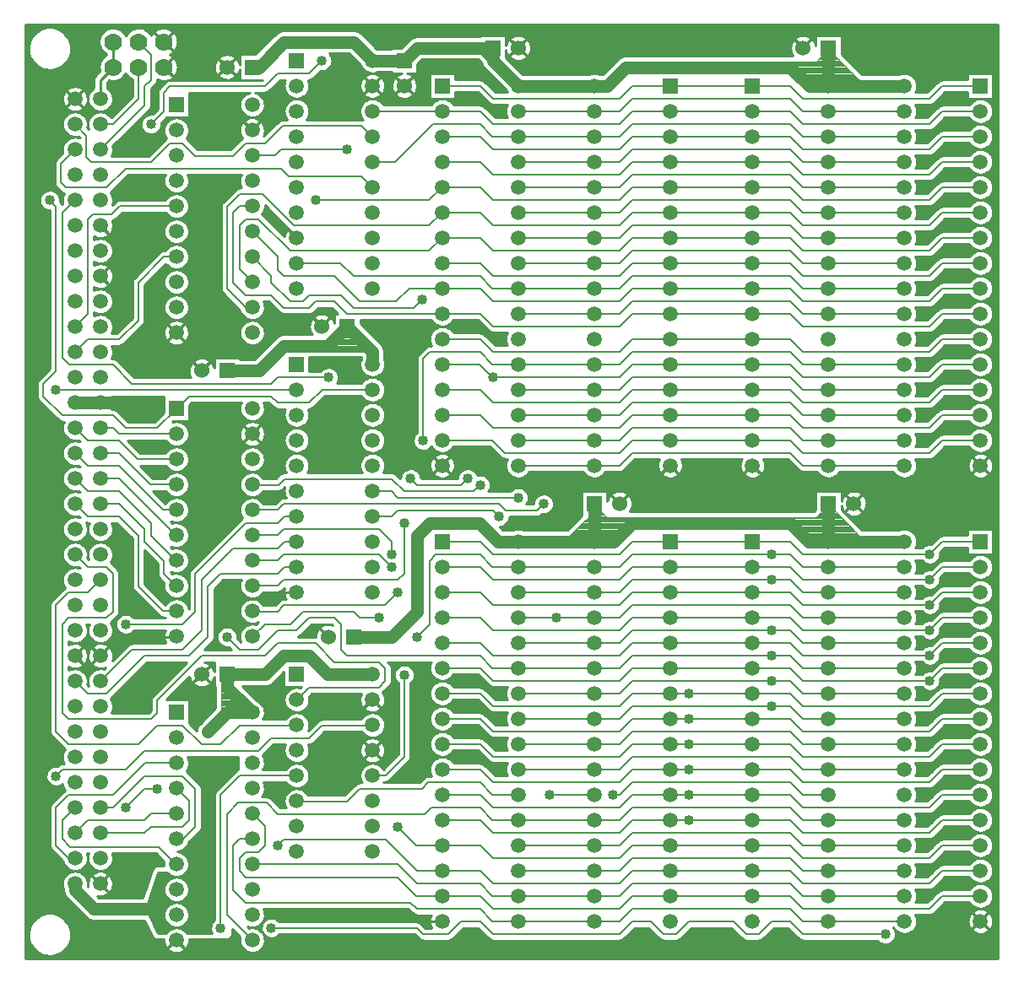
<source format=gbr>
G04 DipTrace 2.3.1.0*
%INTop.gbr*%
%MOMM*%
%ADD13C,0.203*%
%ADD14C,0.254*%
%ADD15C,1.27*%
%ADD17C,0.381*%
%ADD18C,0.318*%
%ADD19C,0.1*%
%ADD20C,1.524*%
%ADD21R,1.524X1.524*%
%ADD22C,1.778*%
%ADD23C,1.5*%
%ADD24R,1.5X1.5*%
%ADD25C,1.5*%
%ADD26C,1.016*%
%FSLAX53Y53*%
G04*
G71*
G90*
G75*
G01*
%LNTop*%
%LPD*%
X15078Y73500D2*
D13*
X16348Y74770D1*
Y84296D1*
X16842Y84789D1*
X18748D1*
X19563Y85605D1*
X25240D1*
X15078Y70960D2*
X16348Y72230D1*
X19523D1*
X21428Y74135D1*
Y77945D1*
X24008Y80525D1*
X25240D1*
X17618Y63340D2*
X18888D1*
X19483Y62745D1*
X25240D1*
X15078Y63340D2*
X16348Y62070D1*
X19523D1*
X21388Y60205D1*
X25240D1*
X17618Y60800D2*
X19523D1*
X22658Y57665D1*
X25240D1*
X15078Y60800D2*
X16348Y59530D1*
X19523D1*
X23929Y55125D1*
X25240D1*
X17618Y58260D2*
X19523D1*
X25199Y52585D1*
X25240D1*
X15078Y58260D2*
X16348Y56990D1*
X19523D1*
X22698Y53815D1*
Y52545D1*
X25198Y50045D1*
X25240D1*
X17618Y55720D2*
X19523D1*
X22063Y53180D1*
Y51910D1*
X23968Y50005D1*
Y48735D1*
X25199Y47505D1*
X25240D1*
X15078Y55720D2*
X16348Y54450D1*
X19523D1*
X21428Y52545D1*
Y47465D1*
X23929Y44965D1*
X25240D1*
X15078Y50640D2*
X16348Y49370D1*
X18253D1*
X18888Y48735D1*
Y44926D1*
X18253Y44290D1*
X14443D1*
X13808Y43655D1*
Y34765D1*
X14443Y34130D1*
X22698D1*
X23333Y34765D1*
Y36035D1*
X27778Y40480D1*
X34128D1*
X35398Y41750D1*
X39208D1*
X41113Y39845D1*
X45558D1*
X46193Y39210D1*
Y37940D1*
X45558Y37305D1*
X38573D1*
X37343Y36075D1*
X37305D1*
Y33535D2*
Y33495D1*
X31588D1*
X29683Y31590D1*
X27778D1*
X25873Y33495D1*
X23333D1*
X21428Y31590D1*
X14443D1*
X13173Y32860D1*
Y45560D1*
X14443Y46830D1*
X16348D1*
X17618Y48100D1*
X51910Y69730D2*
X55678D1*
X56948Y68460D1*
X69690D1*
X70960Y69730D1*
X74770D1*
X83025D1*
X86835D1*
X88105Y68460D1*
X100805D1*
X102075Y69730D1*
X105885D1*
X51910Y24010D2*
X55720D1*
X56990Y22740D1*
X69690D1*
X70960Y24010D1*
X74770D1*
X76675D1*
X83025D1*
X86835D1*
X88105Y22740D1*
X100805D1*
X102075Y24010D1*
X105885D1*
X42383Y91280D2*
X35715D1*
X35120Y90685D1*
X32840D1*
X56988Y68420D2*
X56948Y68460D1*
X51910Y72270D2*
X55720D1*
X56990Y71000D1*
X69690D1*
X70960Y72270D1*
X74770D1*
X83025D1*
X86835D1*
X88105Y71000D1*
X100805D1*
X102075Y72270D1*
X105885D1*
X51910Y26550D2*
X55720D1*
X56990Y25280D1*
X69690D1*
X70960Y26550D1*
X74770D1*
X76675D1*
X83025D1*
X86835D1*
X88105Y25280D1*
X100805D1*
X102075Y26550D1*
X105885D1*
X51910Y74810D2*
X55720D1*
X56990Y73540D1*
X69690D1*
X70960Y74810D1*
X74770D1*
X83025D1*
X86835D1*
X88105Y73540D1*
X100805D1*
X102075Y74810D1*
X105885D1*
X51910Y29090D2*
X55720D1*
X56990Y27820D1*
X69690D1*
X70960Y29090D1*
X74770D1*
X76675D1*
X83025D1*
X86835D1*
X88105Y27820D1*
X100805D1*
X102075Y29090D1*
X105885D1*
X51910Y74810D2*
X42343D1*
X41113Y76040D1*
X39208D1*
X38573Y75405D1*
X36033D1*
X34763Y76675D1*
X32223D1*
X30953Y77945D1*
Y84930D1*
X31628Y85605D1*
X32840D1*
X51910Y77350D2*
X55720D1*
X56990Y76080D1*
X69690D1*
X70960Y77350D1*
X74770D1*
X83025D1*
X86835D1*
X88105Y76080D1*
X100805D1*
X102075Y77350D1*
X105885D1*
X51910Y31630D2*
X55720D1*
X56990Y30360D1*
X69690D1*
X70960Y31630D1*
X74770D1*
X76675D1*
X83025D1*
X86835D1*
X88105Y30360D1*
X100805D1*
X102075Y31630D1*
X105885D1*
X51910Y77350D2*
X48592D1*
X47282Y76040D1*
X43653D1*
X41113Y78580D1*
X36033D1*
X35398Y79215D1*
Y80507D1*
X32840Y83065D1*
X51910Y79890D2*
X55720D1*
X56990Y78620D1*
X69690D1*
X70960Y79890D1*
X74770D1*
X83025D1*
X86835D1*
X88105Y78620D1*
X100805D1*
X102075Y79890D1*
X105885D1*
X51910Y34170D2*
X55720D1*
X56990Y32900D1*
X69690D1*
X70960Y34170D1*
X74770D1*
X76675D1*
X83025D1*
X86835D1*
X88105Y32900D1*
X100805D1*
X102075Y34170D1*
X105885D1*
X49862Y76217D2*
X49050Y75405D1*
X43018D1*
X41748Y76675D1*
X38573D1*
X37938Y76040D1*
X36668D1*
X34763Y77945D1*
Y78602D1*
X32840Y80525D1*
X51910Y82430D2*
X55720D1*
X56990Y81160D1*
X69690D1*
X70960Y82430D1*
X74770D1*
X83025D1*
X86835D1*
X88105Y81160D1*
X100805D1*
X102075Y82430D1*
X105885D1*
X51910Y36710D2*
X55720D1*
X56990Y35440D1*
X69690D1*
X70960Y36710D1*
X74770D1*
X76675D1*
X83025D1*
X86835D1*
X88105Y35440D1*
X100805D1*
X102075Y36710D1*
X105885D1*
X51910Y82430D2*
X50600Y81120D1*
X36668D1*
X33493Y84295D1*
X32223D1*
X31588Y83661D1*
Y79237D1*
X32840Y77985D1*
X51910Y84970D2*
X55720D1*
X56990Y83700D1*
X69690D1*
X70960Y84970D1*
X74770D1*
X83025D1*
X86835D1*
X88105Y83700D1*
X100805D1*
X102075Y84970D1*
X105885D1*
X51910Y39250D2*
X55720D1*
X56990Y37980D1*
X69690D1*
X70960Y39250D1*
X74770D1*
X83025D1*
X86835D1*
X88105Y37980D1*
X100805D1*
X102075Y39250D1*
X105885D1*
X100805Y37980D2*
D3*
X51910Y84970D2*
X50600Y83660D1*
X37021D1*
X33846Y86835D1*
X31588D1*
X30318Y85565D1*
Y77310D1*
X32184Y75445D1*
X32840D1*
X51910Y87510D2*
X55720D1*
X56990Y86240D1*
X69690D1*
X70960Y87510D1*
X74770D1*
X83025D1*
X86835D1*
X88105Y86240D1*
X100805D1*
X102075Y87510D1*
X105885D1*
X51910Y41790D2*
X55720D1*
X56990Y40520D1*
X69690D1*
X70960Y41790D1*
X74770D1*
X83025D1*
X86835D1*
X88105Y40520D1*
X100805D1*
X102075Y41790D1*
X105885D1*
X100805Y40520D2*
D3*
X39208Y86200D2*
X50600D1*
X51910Y87510D1*
X59530Y84970D2*
X67150D1*
X69690D1*
X70960Y86240D1*
X86835D1*
X88105Y84970D1*
X90645D1*
X98265D1*
X59530Y39250D2*
X67150D1*
X69690D1*
X70960Y40520D1*
X84930D1*
X86835D1*
X88105Y39250D1*
X90645D1*
X98265D2*
X90645D1*
X84930Y40520D2*
D3*
X59530Y39250D2*
X56948D1*
X55718Y40480D1*
X42383D1*
X41748Y41115D1*
Y43655D1*
X41113Y44290D1*
X38573D1*
X37303Y43020D1*
X35398D1*
X33493Y41115D1*
X31588D1*
X30318Y42385D1*
X59530Y82430D2*
X67150D1*
X69690D1*
X70960Y83700D1*
X86835D1*
X88105Y82430D1*
X90645D1*
X98265D1*
X59530Y36710D2*
X67150D1*
X69690D1*
X70960Y37980D1*
X84930D1*
X86835D1*
X88105Y36710D1*
X90645D1*
X98265D1*
X84930Y37980D2*
D3*
X55718Y57625D2*
X55083Y56990D1*
X48098D1*
X46860Y58229D1*
X36052D1*
X35456Y57633D1*
X32840D1*
Y57665D1*
X59530Y74810D2*
X67150D1*
X69690D1*
X70960Y76080D1*
X86835D1*
X88105Y74810D1*
X90645D1*
X98265D1*
X59530Y29090D2*
X67150D1*
X69690D1*
X70960Y30360D1*
X86835D1*
X88105Y29090D1*
X90645D1*
X98265D1*
X62068Y55720D2*
X61433Y55085D1*
X58258D1*
X57623Y55720D1*
X36033D1*
X35438Y55125D1*
X32840D1*
X59530Y79890D2*
X67150D1*
X69690D1*
X70960Y81160D1*
X86835D1*
X88105Y79890D1*
X90645D1*
X98265D1*
X59530Y34170D2*
X67150D1*
X69690D1*
X70960Y35440D1*
X84930D1*
X86835D1*
X88105Y34170D1*
X90645D1*
X98265D1*
X84930Y35440D2*
D3*
X32840Y52585D2*
X35438D1*
X36033Y53180D1*
X45558D1*
X46828Y51910D1*
Y50640D1*
X51910Y90050D2*
X55720D1*
X56990Y88780D1*
X69690D1*
X70960Y90050D1*
X74770D1*
X83025D1*
X86835D1*
X88105Y88780D1*
X100805D1*
X102075Y90050D1*
X105885D1*
X51910Y44330D2*
X55720D1*
X56990Y43060D1*
X69690D1*
X70960Y44330D1*
X74770D1*
X83025D1*
X86835D1*
X88105Y43060D1*
X100805D1*
X102075Y44330D1*
X105885D1*
X100805Y43060D2*
D3*
X46828Y49370D2*
X45558Y50640D1*
X36033D1*
X35438Y50045D1*
X32840D1*
X59530Y87510D2*
X67150D1*
X69690D1*
X70960Y88780D1*
X86835D1*
X88105Y87510D1*
X90645D1*
X98265D1*
X59530Y41790D2*
X67150D1*
X69690D1*
X70960Y43060D1*
X84930D1*
X86835D1*
X88105Y41790D1*
X90645D1*
X98265D1*
X84930Y43060D2*
D3*
X32840Y47505D2*
X35438D1*
X36033Y48100D1*
X47463D1*
X48098Y48735D1*
Y53815D1*
X51910Y92590D2*
X55720D1*
X56990Y91320D1*
X69690D1*
X70960Y92590D1*
X74770D1*
X83025D1*
X86835D1*
X88105Y91320D1*
X100805D1*
X102075Y92590D1*
X105885D1*
X51910Y46870D2*
X55720D1*
X56990Y45600D1*
X69690D1*
X70960Y46870D1*
X74770D1*
X83025D1*
X86835D1*
X88105Y45600D1*
X100805D1*
X102075Y46870D1*
X105885D1*
X100805Y45600D2*
D3*
X47463Y46830D2*
X46193Y45560D1*
X36033D1*
X35398Y44925D1*
X32840D1*
Y44965D1*
X59530Y95130D2*
X67150D1*
X69690D1*
X70960Y96400D1*
X86835D1*
X88105Y95130D1*
X90645D1*
X98265D1*
X59530Y49410D2*
X67150D1*
X69690D1*
X70960Y50680D1*
X84930D1*
X86835D1*
X88105Y49410D1*
X90645D1*
X98265D1*
X84930Y50680D2*
D3*
X59530Y49410D2*
X56948D1*
X55718Y50640D1*
X51273D1*
X50638Y50005D1*
Y43655D1*
X49368Y42385D1*
X32840Y42425D2*
X32898D1*
X34128Y43655D1*
X36668D1*
X37938Y44925D1*
X43018D1*
X43653Y44290D1*
X45558D1*
X51910Y95130D2*
X55720D1*
X56990Y93860D1*
X69690D1*
X70960Y95130D1*
X74770D1*
X83025D1*
X86835D1*
X88105Y93860D1*
X100805D1*
X102075Y95130D1*
X105885D1*
X51910Y49410D2*
X55720D1*
X56990Y48140D1*
X69690D1*
X70960Y49410D1*
X74770D1*
X83025D1*
X86835D1*
X88105Y48140D1*
X100805D1*
X102075Y49410D1*
X105885D1*
X100805Y48140D2*
D3*
X51910Y95130D2*
X47639D1*
X44905D1*
X59530Y92590D2*
X67150D1*
X69690D1*
X70960Y93860D1*
X86835D1*
X88105Y92590D1*
X90645D1*
X98265D1*
X59530Y46870D2*
X67150D1*
X69690D1*
X70960Y48140D1*
X84930D1*
X86835D1*
X88105Y46870D1*
X90645D1*
X98265D1*
X84930Y48140D2*
D3*
X59530Y92590D2*
X56948D1*
X55718Y93820D1*
X50955D1*
X47185Y90050D1*
X44905D1*
X51910Y97670D2*
X55720D1*
X56990Y96400D1*
X69690D1*
X70960Y97670D1*
X74770D1*
X83025D1*
X86835D1*
X88105Y96400D1*
X100805D1*
X102075Y97670D1*
X105885D1*
X51910Y51950D2*
X55720D1*
X56990Y50680D1*
X69690D1*
X70960Y51950D1*
X74770D1*
X83025D1*
X86835D1*
X88105Y50680D1*
X100805D1*
X102075Y51950D1*
X105885D1*
X100805Y50680D2*
D3*
X20158Y25240D2*
X22063Y27145D1*
X23333D1*
X15078Y20160D2*
X14443D1*
X13173Y21430D1*
Y25240D1*
X14443Y26510D1*
X18888D1*
X22103Y29725D1*
X25240D1*
X17618Y22700D2*
X22063D1*
X22698Y23335D1*
X25873D1*
X26508Y23971D1*
Y25917D1*
X25240Y27185D1*
X15078Y22700D2*
X16348Y23970D1*
X22063D1*
X22737Y24645D1*
X25240D1*
X17618Y25240D2*
X18888D1*
X22063Y28415D1*
X25873D1*
X27143Y27145D1*
Y23335D1*
X25913Y22105D1*
X25240D1*
X15078Y25240D2*
X13808Y23970D1*
Y22100D1*
X14619Y21289D1*
X23474D1*
X25198Y19565D1*
X25240D1*
X13173Y67150D2*
X37305D1*
Y67190D1*
X20158Y43655D2*
X25873D1*
X27143Y44925D1*
Y48735D1*
X32223Y53815D1*
X35398D1*
X36073Y54490D1*
X37305D1*
X17618Y37940D2*
X20793Y41115D1*
X25873D1*
X27778Y43020D1*
Y48100D1*
X30953Y51275D1*
X35398D1*
X36073Y51950D1*
X37305D1*
X15078Y37940D2*
X16348Y36670D1*
X18253D1*
X22063Y40480D1*
X26508D1*
X28413Y42385D1*
Y47465D1*
X29683Y48735D1*
X35398D1*
X36073Y49410D1*
X37305D1*
X51910Y21470D2*
X55720D1*
X56990Y20200D1*
X69690D1*
X70960Y21470D1*
X74770D1*
X83025D1*
X86835D1*
X88105Y20200D1*
X100805D1*
X102075Y21470D1*
X105885D1*
X51910D2*
X49328D1*
X47463Y23335D1*
X51910Y18930D2*
X55720D1*
X56990Y17660D1*
X69690D1*
X70960Y18930D1*
X74770D1*
X83025D1*
X86835D1*
X88105Y17660D1*
X100805D1*
X102075Y18930D1*
X105885D1*
X51910D2*
X49363D1*
X46228Y22065D1*
X36033D1*
X35398Y21430D1*
X51910Y16390D2*
X55720D1*
X56990Y15120D1*
X69690D1*
X70960Y16390D1*
X74770D1*
X83025D1*
X86835D1*
X88105Y15120D1*
X100805D1*
X102075Y16390D1*
X105885D1*
X51910D2*
X49328D1*
X47463Y18255D1*
X32223D1*
X31588Y18890D1*
Y20160D1*
X32223Y20795D1*
X33493D1*
X34128Y21430D1*
Y23357D1*
X32840Y24645D1*
X59530Y13850D2*
X67150D1*
X69690D1*
X70960Y15120D1*
X86835D1*
X88105Y13850D1*
X90645D1*
X98265D1*
X59530D2*
X56948D1*
X55718Y15080D1*
X49368D1*
X48733Y15715D1*
X32223D1*
X30953Y16985D1*
Y21430D1*
X31628Y22105D1*
X32840D1*
X59530Y16390D2*
X67150D1*
X69690D1*
X70960Y17660D1*
X86835D1*
X88105Y16390D1*
X90645D1*
X98265D1*
X59530D2*
X56948D1*
X55718Y17620D1*
X49368D1*
X47423Y19565D1*
X32840D1*
X59530Y18930D2*
X67150D1*
X69690D1*
X70960Y20200D1*
X86835D1*
X88105Y18930D1*
X90645D1*
X98265D1*
X59530Y21470D2*
X67150D1*
X69690D1*
X70960Y22740D1*
X86835D1*
X88105Y21470D1*
X90645D1*
X98265D1*
X59530Y24010D2*
X67150D1*
X69690D1*
X70960Y25280D1*
X86835D1*
X88105Y24010D1*
X90645D1*
X98265D1*
X59530D2*
X56948D1*
X55718Y25240D1*
X50814D1*
X50179Y24605D1*
X35398D1*
X34269Y25734D1*
X31448D1*
X30318Y24605D1*
Y14467D1*
X32840Y11945D1*
X51910Y67190D2*
X55720D1*
X56990Y65920D1*
X69690D1*
X70960Y67190D1*
X74770D1*
X83025D1*
X86835D1*
X88105Y65920D1*
X100805D1*
X102075Y67190D1*
X105885D1*
X51910Y64650D2*
X55720D1*
X56990Y63380D1*
X69690D1*
X70960Y64650D1*
X74770D1*
X83025D1*
X86835D1*
X88105Y63380D1*
X100805D1*
X102075Y64650D1*
X105885D1*
X51910Y62110D2*
X56948D1*
X58218Y60840D1*
X69690D1*
X70960Y62110D1*
X74770D1*
X83025D1*
X86835D1*
X88105Y60840D1*
X100805D1*
X102075Y62110D1*
X105885D1*
X59530Y59570D2*
X67150D1*
X69690D1*
X70960Y60840D1*
X86835D1*
X88105Y59570D1*
X90645D1*
X98265D1*
X59528Y56355D2*
X47463D1*
X46828Y56990D1*
X44905D1*
Y57030D1*
X59530Y62110D2*
X67150D1*
X69690D1*
X70960Y63380D1*
X86835D1*
X88105Y62110D1*
X90645D1*
X98265D1*
X57623Y54450D2*
X56988Y55085D1*
X47463D1*
X46868Y54490D1*
X44905D1*
X59530Y64650D2*
X67150D1*
X69690D1*
X70960Y65920D1*
X86835D1*
X88105Y64650D1*
X90645D1*
X98265D1*
X54448Y58260D2*
X53813Y57625D1*
X49368D1*
X48733Y58260D1*
X59530Y67190D2*
X67150D1*
X69690D1*
X70960Y68460D1*
X86835D1*
X88105Y67190D1*
X90645D1*
X98265D1*
X59530Y69730D2*
X67150D1*
X69690D1*
X70960Y71000D1*
X86835D1*
X88105Y69730D1*
X90645D1*
X98265D1*
X59530D2*
X56948D1*
X55718Y70960D1*
X50638D1*
X50003Y70325D1*
Y62070D1*
X83025Y13850D2*
D14*
D3*
X17618Y65880D2*
D15*
X15078D1*
X37305Y46870D2*
D14*
X36073D1*
X35398Y46195D1*
X30318D1*
X27818Y38615D2*
X27780D1*
X17618Y65880D2*
D15*
X18868D1*
X25240Y42425D2*
D14*
Y42385D1*
X23333D1*
X51910Y13850D2*
X50043D1*
X50003Y13810D1*
X67150Y26550D2*
D13*
X62743D1*
X62703Y26510D1*
X29683Y13175D2*
Y26510D1*
X31628Y28455D1*
X37305D1*
X34763Y13175D2*
X49368D1*
X50003Y12540D1*
X52543D1*
X53813Y13810D1*
X55718D1*
X56988Y12540D1*
X69688D1*
X70958Y13810D1*
X72863D1*
X74133Y12540D1*
X75403D1*
X76673Y13810D1*
X81118D1*
X82388Y12540D1*
X83658D1*
X84928Y13810D1*
X86833D1*
X88103Y12540D1*
X96358D1*
X59530Y26550D2*
X56948D1*
X55718Y27780D1*
X50497D1*
X49862Y27145D1*
X43653D1*
X42383Y25875D1*
X37345D1*
X37305Y25915D1*
X90645Y26550D2*
X88063D1*
X86833Y27780D1*
X70958D1*
X69688Y26510D1*
X69053D1*
X13173Y28415D2*
X13808Y29050D1*
X20158D1*
X22063Y30955D1*
X33493D1*
X34763Y32225D1*
X38573D1*
X39843Y33495D1*
X44905D1*
Y33535D1*
X48098Y38575D2*
Y30320D1*
X46233Y28455D1*
X44905D1*
X25240Y65285D2*
X25278D1*
X26508Y66515D1*
X34763D1*
X35398Y65880D1*
X38573D1*
X39883Y67190D1*
X44905D1*
X12538Y86200D2*
X13173Y85565D1*
Y69055D1*
X11903Y67785D1*
Y66515D1*
X13808Y64610D1*
X18888D1*
X20158Y63340D1*
X23333D1*
X25240Y65247D1*
Y65285D1*
X22698Y93820D2*
X23968Y95090D1*
Y96995D1*
X24603Y97630D1*
X34128D1*
X35398Y98900D1*
X38573D1*
X39843Y100170D1*
X59530Y31630D2*
X67150D1*
X69690D1*
X70960Y32900D1*
X86835D1*
X88105Y31630D1*
X90645D1*
X98265D1*
X44905Y92590D2*
X43816Y93679D1*
X35893D1*
X34128Y91915D1*
X32223D1*
X30953Y90645D1*
X27143D1*
X25873Y91915D1*
X24603D1*
X22698Y90010D1*
X16701D1*
X16207Y90504D1*
Y92692D1*
X15078Y93820D1*
X67150Y44330D2*
X69690D1*
X70960Y45600D1*
X86835D1*
X88105Y44330D1*
X90645D1*
X98265D2*
X90645D1*
X59530D2*
X63338D1*
Y44290D1*
X67150D1*
Y44330D1*
X15078Y86200D2*
X13808Y84930D1*
Y70360D1*
X14478Y69690D1*
X18888D1*
X20793Y67785D1*
X34763D1*
X35398Y68420D1*
X40478D1*
X59530Y77350D2*
X67150D1*
X69690D1*
X70960Y78620D1*
X86835D1*
X88105Y77350D1*
X90645D1*
X98265D1*
X59530D2*
X56948D1*
X55718Y78580D1*
X43018D1*
X41709Y79890D1*
X37305D1*
X44905Y87510D2*
X43816Y88599D1*
X36527D1*
X35751Y89375D1*
X20158D1*
X18253Y87470D1*
X14161D1*
X13667Y87964D1*
Y89868D1*
X15078Y91280D1*
X59530Y90050D2*
X67150D1*
X69690D1*
X70960Y91320D1*
X86835D1*
X88105Y90050D1*
X90645D1*
X98265D1*
X17618Y93820D2*
X18888D1*
X21429Y96361D1*
Y99555D1*
X17618Y91280D2*
X22063Y95725D1*
Y97630D1*
X22698Y98265D1*
Y100805D1*
X21429Y102074D1*
Y102095D1*
X59530Y51950D2*
D15*
X67150D1*
X69093D1*
X70958Y53815D1*
X86833D1*
X88698Y51950D1*
X90645D1*
X98265D1*
X90645Y55760D2*
Y51950D1*
X67150Y55760D2*
Y51950D1*
X17618Y96360D2*
D14*
Y98284D1*
X18889Y99555D1*
Y102095D1*
X59530Y51950D2*
D15*
X57482D1*
X55617Y53815D1*
X50638D1*
X49368Y52545D1*
Y44925D1*
X46828Y42385D1*
X43018D1*
X56990Y101480D2*
X49408D1*
X48138Y100210D1*
X48100D1*
X28413Y32860D2*
X30358Y34805D1*
X32840D1*
X44905Y38615D2*
X40438D1*
X38573Y40480D1*
X36033D1*
X34168Y38615D1*
X30320D1*
X44905Y69730D2*
Y71020D1*
X42385Y73540D1*
X44905Y100210D2*
X48100D1*
X56990Y101480D2*
Y100210D1*
X59530Y97670D1*
X67150D1*
X68458D1*
X70323Y99535D1*
X86833D1*
X88738Y97630D1*
X90605D1*
X90645Y97670D1*
Y101480D1*
Y97670D2*
X98265D1*
X32859Y99555D2*
X33513D1*
X36033Y102075D1*
X43018D1*
X44884Y100210D1*
X44905D1*
Y69730D2*
D17*
Y69690D1*
X30320Y69095D2*
D15*
X33533D1*
X36033Y71595D1*
X40440D1*
X42385Y73540D1*
X32840Y34805D2*
X30320Y37325D1*
Y38615D1*
X15078Y17620D2*
Y16985D1*
X16983Y15080D1*
X22698D1*
X29683Y34130D2*
X30358Y34805D1*
D26*
X100805Y50680D3*
Y43060D3*
Y45600D3*
Y48140D3*
Y40520D3*
Y37980D3*
X84930Y50680D3*
Y48140D3*
Y43060D3*
Y40520D3*
Y37980D3*
Y35440D3*
X76675Y36710D3*
Y34170D3*
Y31630D3*
Y29090D3*
Y26550D3*
Y24010D3*
X69053Y26510D3*
X96358Y12540D3*
X56988Y68420D3*
X12538Y86200D3*
X45558Y44290D3*
X20158Y25240D3*
X23333Y27145D3*
X29683Y88105D3*
X27778D3*
Y91915D3*
X29683D3*
X49368Y42385D3*
X30318Y46195D3*
X27778Y29685D3*
Y28415D3*
X29683Y34130D3*
X46828Y50640D3*
X36033Y11270D3*
X37938D3*
X29683D3*
X27778D3*
X11268Y28415D3*
Y40480D3*
X23333Y61435D3*
Y58895D3*
X48098Y11270D3*
X58258D3*
X68418D3*
X78578D3*
X88738D3*
X98898D3*
Y102710D3*
X78578D3*
X68418D3*
X48098D3*
X28413Y53180D3*
Y60165D3*
X22698Y64610D3*
Y93820D3*
X11268Y91280D3*
Y81120D3*
Y70960D3*
Y60800D3*
Y50640D3*
X17618Y11270D3*
X11268Y17620D3*
X32858Y102710D3*
X100168Y95090D3*
X59528Y53815D3*
X56353Y60165D3*
X57623Y29050D3*
X49368Y33495D3*
X54448Y96360D3*
X55083Y73500D3*
X100168Y92550D3*
Y90010D3*
Y87470D3*
Y84930D3*
Y82390D3*
Y79850D3*
Y77310D3*
Y74770D3*
Y72230D3*
X100803Y34130D3*
Y31590D3*
Y29050D3*
Y26510D3*
Y23970D3*
Y21430D3*
Y18890D3*
Y16350D3*
X57623Y31590D3*
X48098Y28415D3*
X49368Y36035D3*
X35398Y27145D3*
X39843Y96360D3*
X28413Y56355D3*
Y63975D3*
X64608Y56990D3*
Y54450D3*
X74768Y55720D3*
X83023D3*
X16348Y102075D3*
X35398Y30955D3*
X20158Y43655D3*
X22063Y44925D3*
X20158Y36670D3*
X29683Y13175D3*
X34763D3*
X103978Y37940D3*
X23333Y77945D3*
Y81755D3*
X20158Y46830D3*
X23333Y84295D3*
X30953Y71595D3*
X34763Y36035D3*
X49368Y30955D3*
X39208Y69690D3*
X20158Y91915D3*
X42383Y91280D3*
X49862Y76217D3*
X39208Y86200D3*
X30318Y42385D3*
X55718Y57625D3*
X62068Y55720D3*
X46828Y49370D3*
X48098Y53815D3*
X47463Y46830D3*
X13173Y67150D3*
X22698Y49370D3*
X23333Y47465D3*
X47463Y23335D3*
X35398Y21430D3*
X59528Y56355D3*
X57623Y54450D3*
X48733Y58260D3*
X54448D3*
X50003Y62070D3*
X23333Y65880D3*
X29048Y76040D3*
X62703Y26510D3*
X13173Y28415D3*
X48098Y38575D3*
X39843Y100170D3*
X63338Y44290D3*
X40478Y68420D3*
X28413Y32860D3*
X39208Y27145D3*
X100168Y69690D3*
Y67150D3*
Y64610D3*
Y62070D3*
Y57625D3*
Y53815D3*
X26381Y30327D2*
D14*
X31438D1*
X26484Y30076D2*
X31438D1*
X26528Y29825D2*
X31438D1*
X26524Y29575D2*
X31438D1*
X26468Y29324D2*
X31438D1*
X26353Y29073D2*
X31438D1*
X26369Y28823D2*
X31096D1*
X26619Y28572D2*
X30842D1*
X26869Y28321D2*
X30592D1*
X27119Y28071D2*
X30342D1*
X27369Y27820D2*
X30092D1*
X27619Y27569D2*
X29842D1*
X27762Y27319D2*
X29592D1*
X27790Y27068D2*
X29338D1*
X27790Y26817D2*
X29120D1*
X27790Y26567D2*
X29041D1*
X27790Y26316D2*
X29037D1*
X27790Y26065D2*
X29037D1*
X27790Y25815D2*
X29037D1*
X27790Y25564D2*
X29037D1*
X27790Y25313D2*
X29037D1*
X27790Y25063D2*
X29037D1*
X27790Y24812D2*
X29037D1*
X27790Y24561D2*
X29037D1*
X27790Y24311D2*
X29037D1*
X27790Y24060D2*
X29037D1*
X27790Y23809D2*
X29037D1*
X27790Y23559D2*
X29037D1*
X27790Y23308D2*
X29037D1*
X27722Y23057D2*
X29037D1*
X27516Y22807D2*
X29037D1*
X27266Y22556D2*
X29037D1*
X27016Y22305D2*
X29037D1*
X26766Y22055D2*
X29037D1*
X26516Y21804D2*
X29037D1*
X26409Y21553D2*
X29037D1*
X26246Y21303D2*
X29037D1*
X25972Y21052D2*
X29037D1*
X25547Y20801D2*
X29037D1*
X26063Y20551D2*
X29037D1*
X26297Y20300D2*
X29037D1*
X26436Y20049D2*
X29037D1*
X26512Y19799D2*
X29037D1*
X26532Y19548D2*
X29037D1*
X26504Y19297D2*
X29037D1*
X26420Y19047D2*
X29037D1*
X26274Y18796D2*
X29037D1*
X23376Y18545D2*
X24461D1*
X26020D2*
X29037D1*
X23293Y18295D2*
X29037D1*
X23206Y18044D2*
X24461D1*
X26020D2*
X29037D1*
X23122Y17793D2*
X24207D1*
X26274D2*
X29037D1*
X23035Y17543D2*
X24056D1*
X26424D2*
X29037D1*
X22952Y17292D2*
X23977D1*
X26504D2*
X29037D1*
X22868Y17041D2*
X23949D1*
X26532D2*
X29037D1*
X22781Y16791D2*
X23969D1*
X26512D2*
X29037D1*
X22698Y16540D2*
X24044D1*
X26436D2*
X29037D1*
X22614Y16289D2*
X24183D1*
X26297D2*
X29037D1*
X22527Y16039D2*
X24417D1*
X26063D2*
X29037D1*
X22444Y15788D2*
X24937D1*
X25543D2*
X29037D1*
X22356Y15537D2*
X24508D1*
X25972D2*
X29037D1*
X22273Y15287D2*
X24231D1*
X26246D2*
X29037D1*
X22249Y15036D2*
X24072D1*
X26409D2*
X29037D1*
X22376Y14785D2*
X23984D1*
X26496D2*
X29037D1*
X22503Y14535D2*
X23949D1*
X26532D2*
X29037D1*
X22626Y14284D2*
X23965D1*
X26516D2*
X29037D1*
X22753Y14033D2*
X24028D1*
X26448D2*
X29037D1*
X22880Y13783D2*
X24159D1*
X26321D2*
X28830D1*
X23003Y13532D2*
X24377D1*
X26103D2*
X28695D1*
X23130Y13281D2*
X24818D1*
X25662D2*
X28636D1*
X23253Y13031D2*
X24560D1*
X25920D2*
X28644D1*
X23380Y12780D2*
X24262D1*
X26218D2*
X28711D1*
X26502Y29598D2*
X26483Y29473D1*
X26451Y29350D1*
X26408Y29230D1*
X26352Y29116D1*
X26226Y28929D1*
X26312Y28853D1*
X27582Y27583D1*
X27662Y27485D1*
X27720Y27372D1*
X27755Y27246D1*
X27763Y27145D1*
Y23335D1*
X27750Y23209D1*
X27712Y23088D1*
X27647Y22975D1*
X27582Y22897D1*
X26468Y21783D1*
X26408Y21610D1*
X26352Y21496D1*
X26286Y21388D1*
X26209Y21287D1*
X26122Y21194D1*
X26027Y21111D1*
X25924Y21037D1*
X25813Y20974D1*
X25697Y20922D1*
X25577Y20882D1*
X25362Y20844D1*
X25609Y20778D1*
X25728Y20736D1*
X25843Y20681D1*
X25951Y20615D1*
X26053Y20539D1*
X26146Y20453D1*
X26230Y20358D1*
X26304Y20255D1*
X26368Y20145D1*
X26420Y20029D1*
X26461Y19909D1*
X26489Y19785D1*
X26508Y19565D1*
X26502Y19438D1*
X26483Y19313D1*
X26451Y19190D1*
X26408Y19070D1*
X26352Y18956D1*
X26286Y18848D1*
X26209Y18747D1*
X26122Y18654D1*
X26027Y18571D1*
X25924Y18497D1*
X25813Y18434D1*
X25697Y18382D1*
X25577Y18342D1*
X25453Y18315D1*
X25327Y18300D1*
X25200Y18297D1*
X25074Y18308D1*
X24949Y18331D1*
X24827Y18366D1*
X24709Y18413D1*
X24596Y18472D1*
X24490Y18542D1*
X24392Y18622D1*
X24259Y18764D1*
X23425Y18763D1*
X22189Y15111D1*
X23414Y12663D1*
X23841Y12667D1*
X24195D1*
X24324Y12822D1*
X24417Y12910D1*
X24517Y12987D1*
X24625Y13054D1*
X24739Y13110D1*
X24858Y13154D1*
X24981Y13186D1*
X25106Y13206D1*
X25233Y13213D1*
X25360Y13208D1*
X25485Y13189D1*
X25609Y13158D1*
X25728Y13116D1*
X25843Y13061D1*
X25951Y12995D1*
X26053Y12919D1*
X26146Y12833D1*
X26283Y12664D1*
X27143Y12667D1*
X28791D1*
X28702Y12877D1*
X28672Y13000D1*
X28658Y13126D1*
X28660Y13253D1*
X28678Y13379D1*
X28711Y13501D1*
X28758Y13619D1*
X28820Y13730D1*
X28895Y13832D1*
X28983Y13924D1*
X29065Y13993D1*
X29064Y26510D1*
X29077Y26636D1*
X29115Y26757D1*
X29180Y26870D1*
X29245Y26948D1*
X31190Y28893D1*
X31289Y28973D1*
X31405Y29033D1*
X31465Y29053D1*
X31461Y29939D1*
Y30335D1*
X26354D1*
X26420Y30189D1*
X26461Y30069D1*
X26489Y29945D1*
X26508Y29725D1*
X26502Y29598D1*
Y16898D2*
X26483Y16773D1*
X26451Y16650D1*
X26408Y16530D1*
X26352Y16416D1*
X26286Y16308D1*
X26209Y16207D1*
X26122Y16114D1*
X26027Y16031D1*
X25924Y15957D1*
X25813Y15894D1*
X25697Y15842D1*
X25577Y15802D1*
X25453Y15775D1*
X25327Y15760D1*
X25200Y15757D1*
X25074Y15768D1*
X24949Y15791D1*
X24827Y15826D1*
X24709Y15873D1*
X24596Y15932D1*
X24490Y16002D1*
X24392Y16082D1*
X24302Y16172D1*
X24221Y16270D1*
X24151Y16375D1*
X24091Y16487D1*
X24043Y16605D1*
X24007Y16727D1*
X23984Y16851D1*
X23973Y16978D1*
X23974Y17105D1*
X23989Y17231D1*
X24016Y17355D1*
X24055Y17476D1*
X24106Y17592D1*
X24168Y17703D1*
X24241Y17806D1*
X24324Y17902D1*
X24417Y17990D1*
X24517Y18067D1*
X24625Y18134D1*
X24739Y18190D1*
X24858Y18234D1*
X24981Y18266D1*
X25106Y18286D1*
X25233Y18293D1*
X25360Y18287D1*
X25485Y18269D1*
X25609Y18238D1*
X25728Y18195D1*
X25843Y18141D1*
X25951Y18075D1*
X26053Y17999D1*
X26146Y17913D1*
X26230Y17818D1*
X26304Y17715D1*
X26368Y17605D1*
X26420Y17489D1*
X26461Y17369D1*
X26489Y17245D1*
X26508Y17025D1*
X26502Y16898D1*
Y14358D2*
X26483Y14233D1*
X26451Y14110D1*
X26408Y13990D1*
X26352Y13876D1*
X26286Y13768D1*
X26209Y13667D1*
X26122Y13574D1*
X26027Y13491D1*
X25924Y13417D1*
X25813Y13354D1*
X25697Y13302D1*
X25577Y13262D1*
X25453Y13235D1*
X25327Y13220D1*
X25200Y13217D1*
X25074Y13228D1*
X24949Y13251D1*
X24827Y13286D1*
X24709Y13333D1*
X24596Y13392D1*
X24490Y13462D1*
X24392Y13542D1*
X24302Y13632D1*
X24221Y13730D1*
X24151Y13835D1*
X24091Y13947D1*
X24043Y14065D1*
X24007Y14187D1*
X23984Y14311D1*
X23973Y14438D1*
X23974Y14565D1*
X23989Y14691D1*
X24016Y14815D1*
X24055Y14936D1*
X24106Y15052D1*
X24168Y15163D1*
X24241Y15266D1*
X24324Y15362D1*
X24417Y15450D1*
X24517Y15527D1*
X24625Y15594D1*
X24739Y15650D1*
X24858Y15694D1*
X24981Y15726D1*
X25106Y15746D1*
X25233Y15753D1*
X25360Y15747D1*
X25485Y15729D1*
X25609Y15698D1*
X25728Y15655D1*
X25843Y15601D1*
X25951Y15535D1*
X26053Y15459D1*
X26146Y15373D1*
X26230Y15278D1*
X26304Y15175D1*
X26368Y15065D1*
X26420Y14949D1*
X26461Y14829D1*
X26489Y14705D1*
X26508Y14485D1*
X26502Y14358D1*
X10151Y103602D2*
X107638D1*
X10151Y103352D2*
X11614D1*
X13463D2*
X18230D1*
X19547D2*
X20770D1*
X22087D2*
X23310D1*
X24627D2*
X107638D1*
X10151Y103101D2*
X11205D1*
X13872D2*
X17881D1*
X19896D2*
X20421D1*
X22436D2*
X22961D1*
X24976D2*
X35482D1*
X43570D2*
X107638D1*
X10151Y102850D2*
X10936D1*
X14141D2*
X17678D1*
X25183D2*
X35153D1*
X43899D2*
X107638D1*
X10151Y102600D2*
X10741D1*
X14336D2*
X17551D1*
X25310D2*
X34903D1*
X44149D2*
X49107D1*
X58294D2*
X58886D1*
X60175D2*
X87461D1*
X88750D2*
X89338D1*
X91949D2*
X107638D1*
X10151Y102349D2*
X10598D1*
X14479D2*
X17480D1*
X25377D2*
X34653D1*
X44399D2*
X48627D1*
X58294D2*
X58564D1*
X60496D2*
X87139D1*
X89071D2*
X89338D1*
X91949D2*
X107638D1*
X10151Y102098D2*
X10495D1*
X14582D2*
X17456D1*
X25401D2*
X34403D1*
X44649D2*
X48373D1*
X60675D2*
X86961D1*
X91949D2*
X107638D1*
X10151Y101848D2*
X10428D1*
X14649D2*
X17480D1*
X25381D2*
X34149D1*
X44903D2*
X48119D1*
X60782D2*
X86854D1*
X91949D2*
X107638D1*
X10151Y101597D2*
X10392D1*
X14685D2*
X17547D1*
X25310D2*
X33899D1*
X45153D2*
X47869D1*
X60830D2*
X86806D1*
X91949D2*
X107638D1*
X10151Y101346D2*
X10384D1*
X14693D2*
X17674D1*
X25186D2*
X33649D1*
X60830D2*
X86806D1*
X91949D2*
X107638D1*
X10151Y101096D2*
X10408D1*
X14669D2*
X17873D1*
X24984D2*
X33399D1*
X60774D2*
X86858D1*
X91949D2*
X107638D1*
X10151Y100845D2*
X10463D1*
X14614D2*
X18218D1*
X24639D2*
X33149D1*
X40641D2*
X42594D1*
X60667D2*
X86969D1*
X91996D2*
X107638D1*
X10151Y100594D2*
X10551D1*
X14526D2*
X17917D1*
X24944D2*
X29549D1*
X31092D2*
X31553D1*
X40804D2*
X42844D1*
X58294D2*
X58580D1*
X60481D2*
X69844D1*
X92246D2*
X107638D1*
X10151Y100344D2*
X10674D1*
X14403D2*
X17698D1*
X25159D2*
X29287D1*
X31354D2*
X31553D1*
X40879D2*
X43094D1*
X58512D2*
X58918D1*
X60143D2*
X69475D1*
X92496D2*
X107638D1*
X10151Y100093D2*
X10848D1*
X14229D2*
X17563D1*
X25294D2*
X29132D1*
X40891D2*
X43344D1*
X49678D2*
X55671D1*
X58762D2*
X69225D1*
X92747D2*
X107638D1*
X10151Y99842D2*
X11082D1*
X13995D2*
X17488D1*
X25373D2*
X29045D1*
X40839D2*
X43594D1*
X49428D2*
X55874D1*
X59012D2*
X68975D1*
X93001D2*
X107638D1*
X10151Y99592D2*
X11420D1*
X13657D2*
X17456D1*
X25401D2*
X29013D1*
X40716D2*
X43773D1*
X49404D2*
X55993D1*
X59262D2*
X68724D1*
X93251D2*
X107638D1*
X10151Y99341D2*
X12051D1*
X13026D2*
X17472D1*
X25385D2*
X29033D1*
X40474D2*
X43956D1*
X49404D2*
X56203D1*
X59516D2*
X68474D1*
X93501D2*
X107638D1*
X10151Y99090D2*
X17488D1*
X25321D2*
X29100D1*
X39664D2*
X44285D1*
X49404D2*
X56453D1*
X59766D2*
X68224D1*
X93751D2*
X107638D1*
X10151Y98840D2*
X17238D1*
X25206D2*
X29231D1*
X31406D2*
X31553D1*
X39414D2*
X44392D1*
X45419D2*
X47555D1*
X48646D2*
X50615D1*
X53202D2*
X56703D1*
X60044D2*
X66637D1*
X67664D2*
X67974D1*
X94001D2*
X97752D1*
X98779D2*
X104590D1*
X107177D2*
X107638D1*
X10151Y98589D2*
X17024D1*
X19936D2*
X20381D1*
X25016D2*
X29454D1*
X31183D2*
X31553D1*
X39164D2*
X44007D1*
X45804D2*
X47182D1*
X49015D2*
X50615D1*
X53202D2*
X56957D1*
X99164D2*
X104590D1*
X107177D2*
X107638D1*
X10151Y98338D2*
X16952D1*
X19622D2*
X20699D1*
X24702D2*
X29898D1*
X30743D2*
X31553D1*
X38859D2*
X43801D1*
X46007D2*
X46984D1*
X49217D2*
X50615D1*
X53202D2*
X57207D1*
X99366D2*
X104590D1*
X107177D2*
X107638D1*
X10151Y98088D2*
X16948D1*
X18360D2*
X20786D1*
X23317D2*
X24159D1*
X35489D2*
X36082D1*
X38529D2*
X43682D1*
X46126D2*
X46865D1*
X49336D2*
X50615D1*
X56202D2*
X57457D1*
X99489D2*
X101590D1*
X107177D2*
X107638D1*
X10151Y97837D2*
X16948D1*
X18289D2*
X20786D1*
X23170D2*
X23909D1*
X35235D2*
X36022D1*
X38589D2*
X43622D1*
X46189D2*
X46805D1*
X49396D2*
X50615D1*
X56456D2*
X57707D1*
X99549D2*
X101340D1*
X107177D2*
X107638D1*
X10151Y97586D2*
X14730D1*
X15427D2*
X16948D1*
X18289D2*
X20786D1*
X22920D2*
X23659D1*
X34985D2*
X36014D1*
X38597D2*
X43614D1*
X46197D2*
X46797D1*
X49404D2*
X50615D1*
X56706D2*
X57957D1*
X99557D2*
X101090D1*
X107177D2*
X107638D1*
X10151Y97336D2*
X14245D1*
X15912D2*
X16785D1*
X18452D2*
X20786D1*
X22710D2*
X23425D1*
X34735D2*
X36058D1*
X38553D2*
X43658D1*
X46153D2*
X46841D1*
X49360D2*
X50615D1*
X56956D2*
X58207D1*
X99513D2*
X100840D1*
X107177D2*
X107638D1*
X10151Y97085D2*
X14011D1*
X16146D2*
X16551D1*
X18686D2*
X20786D1*
X22710D2*
X23330D1*
X34450D2*
X36153D1*
X38454D2*
X43753D1*
X46054D2*
X46936D1*
X49265D2*
X50615D1*
X57206D2*
X58378D1*
X99414D2*
X100590D1*
X107177D2*
X107638D1*
X10151Y96834D2*
X13876D1*
X16281D2*
X16419D1*
X18821D2*
X20786D1*
X22710D2*
X23322D1*
X26532D2*
X32133D1*
X33545D2*
X36328D1*
X38283D2*
X43928D1*
X45884D2*
X47107D1*
X49094D2*
X50615D1*
X53202D2*
X55655D1*
X102141D2*
X104590D1*
X107177D2*
X107638D1*
X10151Y96584D2*
X13805D1*
X18892D2*
X20750D1*
X22710D2*
X23322D1*
X26532D2*
X31847D1*
X33834D2*
X36625D1*
X37986D2*
X44225D1*
X45586D2*
X47396D1*
X48801D2*
X50615D1*
X53202D2*
X55905D1*
X101891D2*
X104590D1*
X107177D2*
X107638D1*
X10151Y96333D2*
X13785D1*
X18912D2*
X20500D1*
X22710D2*
X23322D1*
X26532D2*
X31680D1*
X33997D2*
X36879D1*
X37732D2*
X44479D1*
X45332D2*
X51484D1*
X52337D2*
X56155D1*
X101640D2*
X105459D1*
X106312D2*
X107638D1*
X10151Y96082D2*
X13817D1*
X18880D2*
X20250D1*
X22710D2*
X23322D1*
X26532D2*
X31589D1*
X34092D2*
X36443D1*
X38168D2*
X44043D1*
X45768D2*
X51048D1*
X52773D2*
X56405D1*
X101390D2*
X105023D1*
X106748D2*
X107638D1*
X10151Y95832D2*
X13900D1*
X16257D2*
X16439D1*
X18797D2*
X20000D1*
X22710D2*
X23322D1*
X26532D2*
X31549D1*
X34132D2*
X36224D1*
X38387D2*
X43825D1*
X45987D2*
X50829D1*
X52992D2*
X56719D1*
X101077D2*
X104804D1*
X106967D2*
X107638D1*
X10151Y95581D2*
X14051D1*
X16106D2*
X16591D1*
X18646D2*
X19746D1*
X22690D2*
X23322D1*
X26532D2*
X31561D1*
X34120D2*
X36093D1*
X38514D2*
X43694D1*
X56171D2*
X58318D1*
X99474D2*
X101625D1*
X107094D2*
X107638D1*
X10151Y95330D2*
X14313D1*
X15844D2*
X16853D1*
X18384D2*
X19496D1*
X22567D2*
X23306D1*
X26532D2*
X31625D1*
X34057D2*
X36026D1*
X38581D2*
X43626D1*
X56421D2*
X58251D1*
X99541D2*
X101375D1*
X107161D2*
X107638D1*
X10151Y95080D2*
X14908D1*
X15249D2*
X17448D1*
X17789D2*
X19246D1*
X22321D2*
X23056D1*
X26532D2*
X31748D1*
X33934D2*
X36014D1*
X38597D2*
X43614D1*
X56671D2*
X58239D1*
X99557D2*
X101121D1*
X107177D2*
X107638D1*
X10151Y94829D2*
X14285D1*
X15872D2*
X16825D1*
X18412D2*
X18996D1*
X22067D2*
X22489D1*
X26532D2*
X31958D1*
X33719D2*
X36050D1*
X38561D2*
X43650D1*
X56921D2*
X58275D1*
X99521D2*
X100871D1*
X107141D2*
X107638D1*
X10151Y94578D2*
X14035D1*
X16122D2*
X16575D1*
X21817D2*
X21981D1*
X26532D2*
X32367D1*
X33311D2*
X36137D1*
X38474D2*
X43737D1*
X57175D2*
X58362D1*
X99434D2*
X100621D1*
X107054D2*
X107638D1*
X10151Y94328D2*
X13892D1*
X16265D2*
X16432D1*
X21567D2*
X21782D1*
X24107D2*
X24588D1*
X25893D2*
X32188D1*
X33489D2*
X36300D1*
X38311D2*
X43896D1*
X102172D2*
X104880D1*
X106891D2*
X107638D1*
X10151Y94077D2*
X13813D1*
X21317D2*
X21679D1*
X23857D2*
X24274D1*
X26202D2*
X31875D1*
X33803D2*
X35391D1*
X101922D2*
X105154D1*
X106617D2*
X107638D1*
X10151Y93826D2*
X13785D1*
X21067D2*
X21647D1*
X23750D2*
X24100D1*
X26381D2*
X31700D1*
X33981D2*
X35137D1*
X101672D2*
X105578D1*
X106193D2*
X107638D1*
X10151Y93576D2*
X13809D1*
X20817D2*
X21675D1*
X23722D2*
X23997D1*
X26484D2*
X31597D1*
X34084D2*
X34887D1*
X101422D2*
X105062D1*
X106709D2*
X107638D1*
X10151Y93325D2*
X13884D1*
X20567D2*
X21774D1*
X23623D2*
X23949D1*
X26528D2*
X31549D1*
X34128D2*
X34637D1*
X101144D2*
X104828D1*
X106943D2*
X107638D1*
X10151Y93074D2*
X14027D1*
X20313D2*
X21969D1*
X23428D2*
X23957D1*
X26524D2*
X31557D1*
X34124D2*
X34387D1*
X99462D2*
X101665D1*
X107082D2*
X107638D1*
X10151Y92824D2*
X14269D1*
X20063D2*
X22429D1*
X22968D2*
X24013D1*
X26468D2*
X31613D1*
X99537D2*
X101407D1*
X107157D2*
X107638D1*
X10151Y92573D2*
X14825D1*
X19813D2*
X24128D1*
X26353D2*
X31728D1*
X99557D2*
X101157D1*
X107177D2*
X107638D1*
X10151Y92322D2*
X14333D1*
X19563D2*
X24108D1*
X26369D2*
X31728D1*
X99529D2*
X100907D1*
X107149D2*
X107638D1*
X10151Y92072D2*
X14063D1*
X19313D2*
X23858D1*
X26619D2*
X31478D1*
X99446D2*
X100657D1*
X107066D2*
X107638D1*
X10151Y91821D2*
X13908D1*
X19063D2*
X23608D1*
X26869D2*
X31228D1*
X102208D2*
X104852D1*
X106919D2*
X107638D1*
X10151Y91570D2*
X13821D1*
X18876D2*
X23358D1*
X27119D2*
X30978D1*
X101958D2*
X105106D1*
X106665D2*
X107638D1*
X10151Y91320D2*
X13785D1*
X18912D2*
X23108D1*
X27369D2*
X30728D1*
X101708D2*
X107638D1*
X10151Y91069D2*
X13805D1*
X18892D2*
X22858D1*
X101454D2*
X105106D1*
X106665D2*
X107638D1*
X10151Y90818D2*
X13714D1*
X18825D2*
X22604D1*
X101192D2*
X104852D1*
X106919D2*
X107638D1*
X10151Y90568D2*
X13464D1*
X99446D2*
X101709D1*
X107066D2*
X107638D1*
X10151Y90317D2*
X13214D1*
X99529D2*
X101439D1*
X107149D2*
X107638D1*
X10151Y90066D2*
X13055D1*
X99557D2*
X101189D1*
X107177D2*
X107638D1*
X10151Y89816D2*
X13023D1*
X99537D2*
X100939D1*
X107157D2*
X107638D1*
X10151Y89565D2*
X13023D1*
X99462D2*
X100689D1*
X107082D2*
X107638D1*
X10151Y89314D2*
X13023D1*
X102240D2*
X104828D1*
X106943D2*
X107638D1*
X10151Y89064D2*
X13023D1*
X101990D2*
X105062D1*
X106709D2*
X107638D1*
X10151Y88813D2*
X13023D1*
X101740D2*
X105582D1*
X106189D2*
X107638D1*
X10151Y88562D2*
X13023D1*
X20245D2*
X24017D1*
X26464D2*
X31617D1*
X101490D2*
X105154D1*
X106617D2*
X107638D1*
X10151Y88312D2*
X13023D1*
X19995D2*
X23957D1*
X26524D2*
X31557D1*
X101236D2*
X104876D1*
X106891D2*
X107638D1*
X10151Y88061D2*
X13023D1*
X19745D2*
X23949D1*
X26532D2*
X31549D1*
X99434D2*
X101768D1*
X107054D2*
X107638D1*
X10151Y87810D2*
X13043D1*
X19495D2*
X23993D1*
X26488D2*
X31593D1*
X99521D2*
X101475D1*
X107141D2*
X107638D1*
X10151Y87560D2*
X13174D1*
X19245D2*
X24092D1*
X26389D2*
X31688D1*
X99557D2*
X101225D1*
X107177D2*
X107638D1*
X10151Y87309D2*
X13420D1*
X18995D2*
X24263D1*
X26218D2*
X31164D1*
X99541D2*
X100975D1*
X107161D2*
X107638D1*
X10151Y87058D2*
X11952D1*
X13125D2*
X13670D1*
X18741D2*
X24560D1*
X25917D2*
X30910D1*
X99474D2*
X100721D1*
X107094D2*
X107638D1*
X10151Y86808D2*
X11686D1*
X13391D2*
X13940D1*
X18757D2*
X24814D1*
X25667D2*
X30660D1*
X102275D2*
X104804D1*
X106967D2*
X107638D1*
X10151Y86557D2*
X11551D1*
X13526D2*
X13837D1*
X18860D2*
X24378D1*
X26103D2*
X30410D1*
X102021D2*
X105023D1*
X106748D2*
X107638D1*
X10151Y86306D2*
X11491D1*
X13586D2*
X13789D1*
X18908D2*
X24159D1*
X26322D2*
X30160D1*
X101771D2*
X105463D1*
X106308D2*
X107638D1*
X10151Y86056D2*
X11499D1*
X13586D2*
X13793D1*
X18904D2*
X19115D1*
X26449D2*
X29906D1*
X101521D2*
X105205D1*
X106566D2*
X107638D1*
X10151Y85805D2*
X11567D1*
X26516D2*
X29724D1*
X101271D2*
X104908D1*
X106863D2*
X107638D1*
X10151Y85554D2*
X11717D1*
X26532D2*
X29672D1*
X99414D2*
X101844D1*
X107034D2*
X107638D1*
X10151Y85304D2*
X12015D1*
X26496D2*
X29672D1*
X34096D2*
X34474D1*
X99513D2*
X101506D1*
X107133D2*
X107638D1*
X10151Y85053D2*
X12527D1*
X26405D2*
X29672D1*
X34005D2*
X34728D1*
X99557D2*
X101256D1*
X107177D2*
X107638D1*
X10151Y84802D2*
X12527D1*
X19662D2*
X24235D1*
X26246D2*
X29672D1*
X33874D2*
X34978D1*
X99549D2*
X101006D1*
X107169D2*
X107638D1*
X10151Y84552D2*
X12527D1*
X19412D2*
X24509D1*
X25972D2*
X29672D1*
X34140D2*
X35228D1*
X99485D2*
X100756D1*
X107105D2*
X107638D1*
X10151Y84301D2*
X12527D1*
X19154D2*
X24933D1*
X25548D2*
X29672D1*
X34390D2*
X35478D1*
X102307D2*
X104785D1*
X106986D2*
X107638D1*
X10151Y84050D2*
X12527D1*
X18848D2*
X24417D1*
X26064D2*
X29672D1*
X34640D2*
X35728D1*
X102057D2*
X104987D1*
X106784D2*
X107638D1*
X10151Y83800D2*
X12527D1*
X18904D2*
X24183D1*
X26298D2*
X29672D1*
X34890D2*
X35978D1*
X101807D2*
X105372D1*
X106399D2*
X107638D1*
X10151Y83549D2*
X12527D1*
X18908D2*
X24044D1*
X26437D2*
X29672D1*
X35140D2*
X36232D1*
X101557D2*
X105265D1*
X106506D2*
X107638D1*
X10151Y83298D2*
X12527D1*
X18860D2*
X23969D1*
X26512D2*
X29672D1*
X35390D2*
X36355D1*
X101303D2*
X104935D1*
X106836D2*
X107638D1*
X10151Y83048D2*
X12527D1*
X18753D2*
X23945D1*
X26532D2*
X29672D1*
X35644D2*
X36173D1*
X99398D2*
X102002D1*
X107018D2*
X107638D1*
X10151Y82797D2*
X12527D1*
X18575D2*
X23977D1*
X26504D2*
X29672D1*
X35894D2*
X36066D1*
X99505D2*
X101542D1*
X107125D2*
X107638D1*
X10151Y82546D2*
X12527D1*
X18249D2*
X24056D1*
X26421D2*
X29672D1*
X99553D2*
X101288D1*
X107173D2*
X107638D1*
X10151Y82296D2*
X12527D1*
X18118D2*
X24207D1*
X26274D2*
X29672D1*
X99553D2*
X101038D1*
X107173D2*
X107638D1*
X10151Y82045D2*
X12527D1*
X18511D2*
X24461D1*
X26020D2*
X29672D1*
X99497D2*
X100788D1*
X107117D2*
X107638D1*
X10151Y81794D2*
X12527D1*
X18717D2*
X29672D1*
X99386D2*
X100538D1*
X102339D2*
X104761D1*
X107006D2*
X107638D1*
X10151Y81544D2*
X12527D1*
X18840D2*
X24461D1*
X26020D2*
X29672D1*
X102089D2*
X104951D1*
X106816D2*
X107638D1*
X10151Y81293D2*
X12527D1*
X18900D2*
X24207D1*
X26274D2*
X29672D1*
X101839D2*
X105300D1*
X106470D2*
X107638D1*
X10151Y81042D2*
X12527D1*
X18908D2*
X23643D1*
X26425D2*
X29672D1*
X101589D2*
X105332D1*
X106439D2*
X107638D1*
X10151Y80792D2*
X12527D1*
X18868D2*
X23374D1*
X26504D2*
X29672D1*
X101339D2*
X104967D1*
X106800D2*
X107638D1*
X10151Y80541D2*
X12527D1*
X18773D2*
X23124D1*
X26532D2*
X29672D1*
X100855D2*
X104773D1*
X106998D2*
X107638D1*
X10151Y80290D2*
X12527D1*
X18602D2*
X22874D1*
X26512D2*
X29672D1*
X99493D2*
X101574D1*
X107113D2*
X107638D1*
X10151Y80040D2*
X12527D1*
X18309D2*
X22623D1*
X26437D2*
X29672D1*
X99549D2*
X101324D1*
X107169D2*
X107638D1*
X10151Y79789D2*
X12527D1*
X16995D2*
X17210D1*
X18027D2*
X22369D1*
X26298D2*
X29672D1*
X99553D2*
X101074D1*
X107173D2*
X107638D1*
X10151Y79538D2*
X12527D1*
X18475D2*
X22119D1*
X23924D2*
X24417D1*
X26060D2*
X29672D1*
X99509D2*
X100824D1*
X107129D2*
X107638D1*
X10151Y79288D2*
X12527D1*
X18698D2*
X21869D1*
X23674D2*
X24937D1*
X25544D2*
X29672D1*
X99406D2*
X100570D1*
X107026D2*
X107638D1*
X10151Y79037D2*
X12527D1*
X18825D2*
X21619D1*
X23420D2*
X24509D1*
X25972D2*
X29672D1*
X102125D2*
X104923D1*
X106847D2*
X107638D1*
X10151Y78786D2*
X12527D1*
X18896D2*
X21369D1*
X23170D2*
X24231D1*
X26246D2*
X29672D1*
X101875D2*
X105237D1*
X106534D2*
X107638D1*
X10151Y78536D2*
X12527D1*
X18912D2*
X21119D1*
X22920D2*
X24072D1*
X26409D2*
X29672D1*
X101621D2*
X105412D1*
X106359D2*
X107638D1*
X10151Y78285D2*
X12527D1*
X18876D2*
X20885D1*
X22670D2*
X23985D1*
X26496D2*
X29672D1*
X101371D2*
X105003D1*
X106768D2*
X107638D1*
X10151Y78034D2*
X12527D1*
X18789D2*
X20790D1*
X22420D2*
X23949D1*
X26532D2*
X29672D1*
X101033D2*
X104792D1*
X106978D2*
X107638D1*
X10151Y77784D2*
X12527D1*
X18630D2*
X20782D1*
X22170D2*
X23961D1*
X26516D2*
X29672D1*
X99481D2*
X101606D1*
X107101D2*
X107638D1*
X10151Y77533D2*
X12527D1*
X18360D2*
X20782D1*
X22075D2*
X24028D1*
X26449D2*
X29672D1*
X99545D2*
X101356D1*
X107165D2*
X107638D1*
X10151Y77282D2*
X12527D1*
X16995D2*
X17341D1*
X17896D2*
X20782D1*
X22075D2*
X24159D1*
X26322D2*
X29676D1*
X99557D2*
X101106D1*
X107177D2*
X107638D1*
X10151Y77032D2*
X12527D1*
X18436D2*
X20782D1*
X22075D2*
X24378D1*
X26099D2*
X29739D1*
X99517D2*
X100855D1*
X107137D2*
X107638D1*
X10151Y76781D2*
X12527D1*
X18674D2*
X20782D1*
X22075D2*
X24818D1*
X25663D2*
X29946D1*
X99422D2*
X100605D1*
X107042D2*
X107638D1*
X10151Y76530D2*
X12527D1*
X18813D2*
X20782D1*
X22075D2*
X24560D1*
X25921D2*
X30196D1*
X102156D2*
X104892D1*
X106879D2*
X107638D1*
X10151Y76280D2*
X12527D1*
X18888D2*
X20782D1*
X22075D2*
X24259D1*
X26218D2*
X30446D1*
X101906D2*
X105181D1*
X106590D2*
X107638D1*
X10151Y76029D2*
X12527D1*
X18912D2*
X20782D1*
X22075D2*
X24088D1*
X26389D2*
X30700D1*
X33989D2*
X34510D1*
X101656D2*
X105511D1*
X106260D2*
X107638D1*
X10151Y75778D2*
X12527D1*
X18884D2*
X20782D1*
X22075D2*
X23993D1*
X26488D2*
X30950D1*
X34088D2*
X34760D1*
X101406D2*
X105043D1*
X106728D2*
X107638D1*
X10151Y75528D2*
X12527D1*
X18805D2*
X20782D1*
X22075D2*
X23949D1*
X26532D2*
X31200D1*
X34132D2*
X35010D1*
X101113D2*
X104816D1*
X106955D2*
X107638D1*
X10151Y75277D2*
X12527D1*
X18658D2*
X20782D1*
X22075D2*
X23957D1*
X26524D2*
X31450D1*
X34120D2*
X35260D1*
X39347D2*
X40975D1*
X99470D2*
X101641D1*
X107090D2*
X107638D1*
X10151Y75026D2*
X12527D1*
X18404D2*
X20782D1*
X22075D2*
X24017D1*
X26460D2*
X31617D1*
X34061D2*
X35510D1*
X39097D2*
X41225D1*
X99541D2*
X101391D1*
X107161D2*
X107638D1*
X10151Y74776D2*
X12527D1*
X16995D2*
X17500D1*
X17740D2*
X20782D1*
X22075D2*
X24140D1*
X26341D2*
X31740D1*
X33942D2*
X39487D1*
X40204D2*
X41078D1*
X99557D2*
X101141D1*
X107177D2*
X107638D1*
X10151Y74525D2*
X12527D1*
X18392D2*
X20782D1*
X22075D2*
X24342D1*
X26139D2*
X31942D1*
X33739D2*
X39003D1*
X40688D2*
X41078D1*
X99525D2*
X100887D1*
X107145D2*
X107638D1*
X10151Y74274D2*
X12527D1*
X18646D2*
X20667D1*
X22075D2*
X24727D1*
X25754D2*
X32327D1*
X33354D2*
X38772D1*
X40919D2*
X41078D1*
X99438D2*
X100637D1*
X107058D2*
X107638D1*
X10151Y74024D2*
X12527D1*
X18797D2*
X20417D1*
X22063D2*
X24620D1*
X25861D2*
X32220D1*
X33461D2*
X38633D1*
X43689D2*
X50889D1*
X52928D2*
X55604D1*
X102188D2*
X104864D1*
X106903D2*
X107638D1*
X10151Y73773D2*
X12527D1*
X18880D2*
X20167D1*
X21956D2*
X24290D1*
X26191D2*
X31891D1*
X33791D2*
X38562D1*
X43808D2*
X51155D1*
X52666D2*
X55854D1*
X101938D2*
X105130D1*
X106641D2*
X107638D1*
X10151Y73522D2*
X12527D1*
X18912D2*
X19913D1*
X21718D2*
X24108D1*
X26373D2*
X31708D1*
X33973D2*
X38538D1*
X44058D2*
X51687D1*
X52134D2*
X56108D1*
X101688D2*
X105662D1*
X106109D2*
X107638D1*
X10151Y73272D2*
X12527D1*
X18892D2*
X19663D1*
X21468D2*
X24001D1*
X26480D2*
X31601D1*
X34080D2*
X38570D1*
X44308D2*
X51107D1*
X52714D2*
X56358D1*
X101438D2*
X105082D1*
X106689D2*
X107638D1*
X10151Y73021D2*
X12527D1*
X18817D2*
X19413D1*
X21218D2*
X23953D1*
X26528D2*
X31553D1*
X34128D2*
X38649D1*
X44558D2*
X50865D1*
X52956D2*
X56628D1*
X101168D2*
X104840D1*
X106931D2*
X107638D1*
X10151Y72770D2*
X12527D1*
X20964D2*
X23953D1*
X26528D2*
X31553D1*
X34124D2*
X38796D1*
X44812D2*
X50718D1*
X56111D2*
X58338D1*
X99454D2*
X101685D1*
X107074D2*
X107638D1*
X10151Y72520D2*
X12527D1*
X20714D2*
X24009D1*
X26472D2*
X31609D1*
X34073D2*
X35320D1*
X45062D2*
X50643D1*
X56373D2*
X58263D1*
X99533D2*
X101423D1*
X107153D2*
X107638D1*
X10151Y72269D2*
X12527D1*
X20464D2*
X24120D1*
X26361D2*
X31716D1*
X33961D2*
X35054D1*
X45312D2*
X50615D1*
X56623D2*
X58235D1*
X99557D2*
X101173D1*
X107177D2*
X107638D1*
X10151Y72018D2*
X12527D1*
X20214D2*
X24310D1*
X26171D2*
X31910D1*
X33771D2*
X34800D1*
X45562D2*
X50643D1*
X56873D2*
X58263D1*
X99533D2*
X100923D1*
X107153D2*
X107638D1*
X10151Y71768D2*
X12527D1*
X19960D2*
X24655D1*
X25825D2*
X32256D1*
X33426D2*
X34550D1*
X45808D2*
X50722D1*
X57123D2*
X58342D1*
X99454D2*
X100673D1*
X107074D2*
X107638D1*
X10151Y71517D2*
X12527D1*
X18781D2*
X34300D1*
X45971D2*
X50341D1*
X102224D2*
X104840D1*
X106931D2*
X107638D1*
X10151Y71266D2*
X12527D1*
X18872D2*
X34050D1*
X46058D2*
X50044D1*
X101974D2*
X105086D1*
X106685D2*
X107638D1*
X10151Y71016D2*
X12527D1*
X18912D2*
X33799D1*
X46082D2*
X49794D1*
X101724D2*
X105674D1*
X106093D2*
X107638D1*
X10151Y70765D2*
X12527D1*
X18896D2*
X33549D1*
X46082D2*
X49544D1*
X101470D2*
X105126D1*
X106641D2*
X107638D1*
X10151Y70514D2*
X12527D1*
X18833D2*
X33295D1*
X46082D2*
X49389D1*
X101216D2*
X104864D1*
X106907D2*
X107638D1*
X10151Y70264D2*
X12527D1*
X19146D2*
X27231D1*
X28326D2*
X29013D1*
X31624D2*
X33045D1*
X38597D2*
X43725D1*
X46082D2*
X49357D1*
X99442D2*
X101737D1*
X107062D2*
X107638D1*
X10151Y70013D2*
X12527D1*
X19468D2*
X26862D1*
X28699D2*
X29013D1*
X38597D2*
X43642D1*
X46165D2*
X49357D1*
X99525D2*
X101455D1*
X107145D2*
X107638D1*
X10151Y69762D2*
X12527D1*
X19718D2*
X26664D1*
X38597D2*
X43610D1*
X46197D2*
X49357D1*
X99557D2*
X101205D1*
X107177D2*
X107638D1*
X10151Y69512D2*
X12527D1*
X19968D2*
X26545D1*
X38597D2*
X43630D1*
X46181D2*
X49357D1*
X99541D2*
X100955D1*
X107161D2*
X107638D1*
X10151Y69261D2*
X12479D1*
X20218D2*
X26485D1*
X38597D2*
X39864D1*
X41093D2*
X43702D1*
X46110D2*
X49357D1*
X99470D2*
X100705D1*
X107090D2*
X107638D1*
X10151Y69010D2*
X12229D1*
X20468D2*
X26477D1*
X41343D2*
X43836D1*
X45975D2*
X49357D1*
X102256D2*
X104816D1*
X106955D2*
X107638D1*
X10151Y68760D2*
X11975D1*
X20722D2*
X26521D1*
X41470D2*
X44063D1*
X45745D2*
X49357D1*
X102006D2*
X105043D1*
X106724D2*
X107638D1*
X10151Y68509D2*
X11725D1*
X20972D2*
X26616D1*
X41526D2*
X44539D1*
X45272D2*
X49357D1*
X101756D2*
X105519D1*
X106252D2*
X107638D1*
X10151Y68258D2*
X11475D1*
X41518D2*
X44198D1*
X45614D2*
X49357D1*
X101506D2*
X105177D1*
X106593D2*
X107638D1*
X10151Y68008D2*
X11301D1*
X41442D2*
X43912D1*
X45899D2*
X49357D1*
X101256D2*
X104892D1*
X106879D2*
X107638D1*
X10151Y67757D2*
X11257D1*
X46066D2*
X49357D1*
X99426D2*
X101800D1*
X107046D2*
X107638D1*
X10151Y67506D2*
X11257D1*
X46157D2*
X49357D1*
X99517D2*
X101490D1*
X107137D2*
X107638D1*
X10151Y67256D2*
X11257D1*
X46197D2*
X49357D1*
X99557D2*
X101240D1*
X107177D2*
X107638D1*
X10151Y67005D2*
X11257D1*
X46185D2*
X49357D1*
X99545D2*
X100990D1*
X107165D2*
X107638D1*
X10151Y66754D2*
X11257D1*
X46122D2*
X49357D1*
X99481D2*
X100736D1*
X107101D2*
X107638D1*
X10151Y66504D2*
X11257D1*
X18749D2*
X23945D1*
X40097D2*
X43813D1*
X45995D2*
X49357D1*
X102291D2*
X104792D1*
X106974D2*
X107638D1*
X10151Y66253D2*
X11317D1*
X18856D2*
X23945D1*
X39847D2*
X44027D1*
X45784D2*
X49357D1*
X102041D2*
X105007D1*
X106764D2*
X107638D1*
X10151Y66002D2*
X11515D1*
X18904D2*
X23945D1*
X39597D2*
X44436D1*
X45376D2*
X49357D1*
X101787D2*
X105416D1*
X106355D2*
X107638D1*
X10151Y65752D2*
X11765D1*
X18904D2*
X23945D1*
X26647D2*
X31637D1*
X34045D2*
X34625D1*
X39347D2*
X44253D1*
X45558D2*
X49357D1*
X101537D2*
X105233D1*
X106538D2*
X107638D1*
X10151Y65501D2*
X12015D1*
X18852D2*
X23945D1*
X26532D2*
X31565D1*
X34116D2*
X34875D1*
X39097D2*
X43940D1*
X45872D2*
X49357D1*
X101287D2*
X104919D1*
X106851D2*
X107638D1*
X10151Y65250D2*
X12265D1*
X18745D2*
X23945D1*
X26532D2*
X31549D1*
X34132D2*
X36165D1*
X38446D2*
X43761D1*
X46046D2*
X49357D1*
X99406D2*
X101895D1*
X107026D2*
X107638D1*
X10151Y65000D2*
X12519D1*
X19400D2*
X23945D1*
X26532D2*
X31581D1*
X34100D2*
X36062D1*
X38549D2*
X43662D1*
X46149D2*
X49357D1*
X99509D2*
X101522D1*
X107129D2*
X107638D1*
X10151Y64749D2*
X12769D1*
X19650D2*
X23842D1*
X26532D2*
X31664D1*
X34013D2*
X36014D1*
X38593D2*
X43614D1*
X46193D2*
X49357D1*
X99553D2*
X101272D1*
X107173D2*
X107638D1*
X10151Y64498D2*
X13019D1*
X19900D2*
X23592D1*
X26532D2*
X31819D1*
X33858D2*
X36022D1*
X38589D2*
X43622D1*
X46189D2*
X49357D1*
X99549D2*
X101022D1*
X107169D2*
X107638D1*
X10151Y64248D2*
X13269D1*
X20154D2*
X23338D1*
X26532D2*
X32085D1*
X33596D2*
X36078D1*
X38533D2*
X43678D1*
X46134D2*
X49357D1*
X99493D2*
X100772D1*
X107113D2*
X107638D1*
X10151Y63997D2*
X13694D1*
X20404D2*
X23088D1*
X25464D2*
X32617D1*
X33064D2*
X36193D1*
X38418D2*
X43793D1*
X46018D2*
X49357D1*
X102323D2*
X104773D1*
X106998D2*
X107638D1*
X10151Y63746D2*
X13853D1*
X26044D2*
X32037D1*
X33644D2*
X36391D1*
X38220D2*
X43991D1*
X45820D2*
X49357D1*
X102073D2*
X104971D1*
X106800D2*
X107638D1*
X10151Y63496D2*
X13793D1*
X26286D2*
X31791D1*
X33886D2*
X36756D1*
X37855D2*
X44356D1*
X45455D2*
X49357D1*
X101823D2*
X105336D1*
X106435D2*
X107638D1*
X10151Y63245D2*
X13789D1*
X26429D2*
X31648D1*
X34029D2*
X36717D1*
X37894D2*
X44313D1*
X45495D2*
X49357D1*
X101573D2*
X105297D1*
X106474D2*
X107638D1*
X10151Y62994D2*
X13833D1*
X26508D2*
X31573D1*
X34108D2*
X36371D1*
X38240D2*
X43971D1*
X45840D2*
X49357D1*
X101319D2*
X104951D1*
X106820D2*
X107638D1*
X10151Y62744D2*
X13936D1*
X26532D2*
X31545D1*
X34132D2*
X36181D1*
X38430D2*
X43781D1*
X46030D2*
X49206D1*
X99390D2*
X104761D1*
X107010D2*
X107638D1*
X10151Y62493D2*
X14111D1*
X26508D2*
X31573D1*
X34108D2*
X36070D1*
X38537D2*
X43670D1*
X46138D2*
X49043D1*
X99497D2*
X101558D1*
X107117D2*
X107638D1*
X10151Y62242D2*
X14420D1*
X26429D2*
X31652D1*
X34029D2*
X36018D1*
X38593D2*
X43618D1*
X46193D2*
X48968D1*
X99553D2*
X101308D1*
X107173D2*
X107638D1*
X10151Y61992D2*
X14619D1*
X20503D2*
X24195D1*
X26286D2*
X31795D1*
X33886D2*
X36018D1*
X38593D2*
X43618D1*
X46193D2*
X48956D1*
X99553D2*
X101054D1*
X107173D2*
X107638D1*
X10151Y61741D2*
X14202D1*
X20753D2*
X24441D1*
X26040D2*
X32041D1*
X33640D2*
X36066D1*
X38545D2*
X43666D1*
X46141D2*
X49008D1*
X99505D2*
X100804D1*
X107125D2*
X107638D1*
X10151Y61490D2*
X13991D1*
X21003D2*
X25033D1*
X25448D2*
X32633D1*
X33049D2*
X36173D1*
X38438D2*
X43773D1*
X46038D2*
X49131D1*
X53043D2*
X56667D1*
X99398D2*
X100554D1*
X102355D2*
X104753D1*
X107018D2*
X107638D1*
X10151Y61240D2*
X13864D1*
X21253D2*
X24481D1*
X26000D2*
X32081D1*
X33596D2*
X36359D1*
X38252D2*
X43959D1*
X45852D2*
X49377D1*
X50630D2*
X50964D1*
X52857D2*
X56917D1*
X102105D2*
X104939D1*
X106832D2*
X107638D1*
X10151Y60989D2*
X13801D1*
X21507D2*
X24219D1*
X26262D2*
X31819D1*
X33862D2*
X36689D1*
X37922D2*
X44289D1*
X45522D2*
X51294D1*
X52527D2*
X57167D1*
X101855D2*
X105269D1*
X106502D2*
X107638D1*
X10151Y60738D2*
X13785D1*
X26417D2*
X31664D1*
X34017D2*
X36788D1*
X37823D2*
X44388D1*
X45423D2*
X51393D1*
X52428D2*
X57418D1*
X101605D2*
X105368D1*
X106403D2*
X107638D1*
X10151Y60488D2*
X13825D1*
X26500D2*
X31577D1*
X34100D2*
X36403D1*
X38204D2*
X44003D1*
X45804D2*
X51008D1*
X52809D2*
X57668D1*
X101355D2*
X104983D1*
X106784D2*
X107638D1*
X10151Y60237D2*
X13916D1*
X26532D2*
X31545D1*
X34132D2*
X36201D1*
X38410D2*
X43801D1*
X46011D2*
X50806D1*
X53015D2*
X58053D1*
X100974D2*
X104781D1*
X106990D2*
X107638D1*
X10151Y59986D2*
X14083D1*
X26516D2*
X31565D1*
X34116D2*
X36082D1*
X38529D2*
X43682D1*
X46130D2*
X50687D1*
X53134D2*
X58307D1*
X71010D2*
X73547D1*
X75994D2*
X81802D1*
X84249D2*
X86786D1*
X99489D2*
X104662D1*
X107109D2*
X107638D1*
X10151Y59736D2*
X14365D1*
X26445D2*
X31637D1*
X34045D2*
X36022D1*
X38589D2*
X43622D1*
X46189D2*
X50627D1*
X53194D2*
X58247D1*
X70756D2*
X73487D1*
X76054D2*
X81742D1*
X84309D2*
X87036D1*
X99549D2*
X104602D1*
X107169D2*
X107638D1*
X10151Y59485D2*
X14726D1*
X21742D2*
X24171D1*
X26310D2*
X31771D1*
X33910D2*
X36014D1*
X38597D2*
X43614D1*
X46197D2*
X50619D1*
X53202D2*
X58239D1*
X70506D2*
X73479D1*
X76062D2*
X81734D1*
X84317D2*
X87290D1*
X99557D2*
X104594D1*
X107177D2*
X107638D1*
X10151Y59234D2*
X14241D1*
X21992D2*
X24398D1*
X26079D2*
X31998D1*
X33680D2*
X36058D1*
X38553D2*
X43658D1*
X46153D2*
X48389D1*
X49078D2*
X50663D1*
X53158D2*
X54104D1*
X54793D2*
X58283D1*
X70256D2*
X73523D1*
X76018D2*
X81778D1*
X84273D2*
X87540D1*
X99513D2*
X104638D1*
X107133D2*
X107638D1*
X10151Y58984D2*
X14011D1*
X22242D2*
X24874D1*
X25607D2*
X32474D1*
X33207D2*
X36157D1*
X38454D2*
X43757D1*
X46054D2*
X47980D1*
X49487D2*
X50762D1*
X53059D2*
X53695D1*
X55202D2*
X58382D1*
X69914D2*
X73622D1*
X75919D2*
X81877D1*
X84174D2*
X87882D1*
X99414D2*
X104737D1*
X107034D2*
X107638D1*
X10151Y58733D2*
X13876D1*
X22492D2*
X24532D1*
X25948D2*
X32133D1*
X33549D2*
X35669D1*
X47245D2*
X47797D1*
X49670D2*
X50933D1*
X52888D2*
X53512D1*
X55385D2*
X58553D1*
X60508D2*
X66173D1*
X68128D2*
X73793D1*
X75748D2*
X82048D1*
X84003D2*
X89668D1*
X91623D2*
X97288D1*
X99243D2*
X104908D1*
X106863D2*
X107638D1*
X10151Y58482D2*
X13805D1*
X22742D2*
X24247D1*
X26234D2*
X31847D1*
X33834D2*
X35403D1*
X47507D2*
X47706D1*
X49761D2*
X51234D1*
X52587D2*
X53421D1*
X56305D2*
X58854D1*
X60207D2*
X66474D1*
X67827D2*
X74094D1*
X75447D2*
X82349D1*
X83702D2*
X89969D1*
X91322D2*
X97589D1*
X98942D2*
X105209D1*
X106562D2*
X107638D1*
X10151Y58232D2*
X13785D1*
X26401D2*
X31680D1*
X56571D2*
X107638D1*
X10151Y57981D2*
X13817D1*
X26492D2*
X31585D1*
X56706D2*
X107638D1*
X10151Y57730D2*
X13900D1*
X26532D2*
X31549D1*
X56766D2*
X107638D1*
X10151Y57480D2*
X14055D1*
X26520D2*
X31561D1*
X56758D2*
X107638D1*
X10151Y57229D2*
X14317D1*
X26456D2*
X31625D1*
X56690D2*
X58965D1*
X60092D2*
X107638D1*
X10151Y56978D2*
X14896D1*
X15261D2*
X15460D1*
X22976D2*
X24147D1*
X26329D2*
X31748D1*
X33930D2*
X36014D1*
X56540D2*
X58688D1*
X60369D2*
X65843D1*
X68454D2*
X69272D1*
X70109D2*
X89338D1*
X91949D2*
X92767D1*
X93604D2*
X107638D1*
X10151Y56728D2*
X14285D1*
X23226D2*
X24362D1*
X26119D2*
X31962D1*
X33719D2*
X36050D1*
X60508D2*
X61851D1*
X62286D2*
X65843D1*
X68454D2*
X68828D1*
X70553D2*
X89338D1*
X91949D2*
X92323D1*
X94048D2*
X107638D1*
X10151Y56477D2*
X14035D1*
X23476D2*
X24771D1*
X25706D2*
X32371D1*
X33307D2*
X36137D1*
X60572D2*
X61351D1*
X62786D2*
X65843D1*
X68454D2*
X68605D1*
X70776D2*
X89338D1*
X91949D2*
X92100D1*
X94271D2*
X107638D1*
X10151Y56226D2*
X13892D1*
X23730D2*
X24588D1*
X25893D2*
X32188D1*
X33493D2*
X35653D1*
X60572D2*
X61152D1*
X62985D2*
X65843D1*
X70906D2*
X89338D1*
X94401D2*
X107638D1*
X10151Y55976D2*
X13813D1*
X23980D2*
X24274D1*
X26206D2*
X31875D1*
X33807D2*
X35387D1*
X60508D2*
X61049D1*
X63088D2*
X65843D1*
X70978D2*
X89338D1*
X94473D2*
X107638D1*
X10151Y55725D2*
X13785D1*
X26381D2*
X31696D1*
X60362D2*
X61017D1*
X63120D2*
X65843D1*
X70994D2*
X89338D1*
X94489D2*
X107638D1*
X10151Y55474D2*
X13809D1*
X26484D2*
X31597D1*
X63088D2*
X65843D1*
X70962D2*
X89338D1*
X94457D2*
X107638D1*
X10151Y55224D2*
X13888D1*
X26528D2*
X31549D1*
X62993D2*
X65843D1*
X70879D2*
X89338D1*
X94374D2*
X107638D1*
X10151Y54973D2*
X14027D1*
X26524D2*
X31557D1*
X62798D2*
X65843D1*
X70724D2*
X89140D1*
X94219D2*
X107638D1*
X10151Y54722D2*
X14269D1*
X26468D2*
X31613D1*
X62334D2*
X65843D1*
X93961D2*
X107638D1*
X10151Y54472D2*
X14833D1*
X26353D2*
X31728D1*
X61544D2*
X65776D1*
X92651D2*
X107638D1*
X10151Y54221D2*
X14329D1*
X26155D2*
X31728D1*
X58647D2*
X65526D1*
X92901D2*
X107638D1*
X10151Y53970D2*
X14063D1*
X25790D2*
X31478D1*
X58556D2*
X65276D1*
X93151D2*
X107638D1*
X10151Y53720D2*
X13904D1*
X16253D2*
X16446D1*
X18793D2*
X19353D1*
X25829D2*
X31228D1*
X58369D2*
X65026D1*
X93401D2*
X107638D1*
X10151Y53469D2*
X13817D1*
X18880D2*
X19603D1*
X26175D2*
X30978D1*
X57949D2*
X64776D1*
X93651D2*
X107638D1*
X10151Y53218D2*
X13785D1*
X18912D2*
X19853D1*
X26365D2*
X30724D1*
X57869D2*
X64526D1*
X93901D2*
X107638D1*
X10151Y52968D2*
X13805D1*
X18892D2*
X20103D1*
X26472D2*
X30474D1*
X99045D2*
X104590D1*
X107177D2*
X107638D1*
X10151Y52717D2*
X13872D1*
X16285D2*
X16413D1*
X18825D2*
X20353D1*
X26528D2*
X30224D1*
X99299D2*
X104590D1*
X107177D2*
X107638D1*
X10151Y52466D2*
X14003D1*
X16154D2*
X16543D1*
X18694D2*
X20607D1*
X26528D2*
X29974D1*
X99450D2*
X101709D1*
X107177D2*
X107638D1*
X10151Y52216D2*
X14230D1*
X15927D2*
X16770D1*
X18467D2*
X20782D1*
X26476D2*
X29724D1*
X99529D2*
X101439D1*
X107177D2*
X107638D1*
X10151Y51965D2*
X14690D1*
X15467D2*
X17230D1*
X18007D2*
X20782D1*
X26373D2*
X29474D1*
X99557D2*
X101189D1*
X107177D2*
X107638D1*
X10151Y51714D2*
X14380D1*
X15777D2*
X16920D1*
X18317D2*
X20782D1*
X26187D2*
X29220D1*
X99537D2*
X100939D1*
X107177D2*
X107638D1*
X10151Y51464D2*
X14091D1*
X16066D2*
X16631D1*
X18606D2*
X20782D1*
X25857D2*
X28970D1*
X99462D2*
X100117D1*
X107177D2*
X107638D1*
X10151Y51213D2*
X13924D1*
X16233D2*
X16464D1*
X18773D2*
X20782D1*
X25758D2*
X28719D1*
X102240D2*
X104590D1*
X107177D2*
X107638D1*
X10151Y50962D2*
X13829D1*
X18868D2*
X20782D1*
X26139D2*
X28469D1*
X101990D2*
X104590D1*
X107177D2*
X107638D1*
X10151Y50712D2*
X13789D1*
X18908D2*
X20782D1*
X22075D2*
X22362D1*
X26345D2*
X28219D1*
X101855D2*
X104590D1*
X107177D2*
X107638D1*
X10151Y50461D2*
X13797D1*
X18900D2*
X20782D1*
X22075D2*
X22612D1*
X26464D2*
X27969D1*
X101831D2*
X105150D1*
X106621D2*
X107638D1*
X10151Y50210D2*
X13860D1*
X18836D2*
X20782D1*
X22075D2*
X22862D1*
X26524D2*
X27719D1*
X101744D2*
X104876D1*
X106895D2*
X107638D1*
X10151Y49960D2*
X13984D1*
X18713D2*
X20782D1*
X22075D2*
X23112D1*
X26532D2*
X27465D1*
X99434D2*
X100050D1*
X101561D2*
X101764D1*
X107054D2*
X107638D1*
X10151Y49709D2*
X14194D1*
X18817D2*
X20782D1*
X22075D2*
X23322D1*
X26488D2*
X27215D1*
X99521D2*
X100451D1*
X101160D2*
X101471D1*
X107141D2*
X107638D1*
X10151Y49458D2*
X14595D1*
X19067D2*
X20782D1*
X22075D2*
X23322D1*
X26389D2*
X26965D1*
X99557D2*
X101221D1*
X107177D2*
X107638D1*
X10151Y49208D2*
X14436D1*
X19317D2*
X20782D1*
X22075D2*
X23322D1*
X26218D2*
X26715D1*
X99541D2*
X100971D1*
X107161D2*
X107638D1*
X10151Y48957D2*
X14118D1*
X19491D2*
X20782D1*
X22075D2*
X23322D1*
X25917D2*
X26541D1*
X99474D2*
X100161D1*
X107094D2*
X107638D1*
X10151Y48706D2*
X13940D1*
X19535D2*
X20782D1*
X22075D2*
X23326D1*
X25671D2*
X26497D1*
X102272D2*
X104804D1*
X106967D2*
X107638D1*
X10151Y48456D2*
X13837D1*
X19535D2*
X20782D1*
X22075D2*
X23389D1*
X26103D2*
X26497D1*
X102021D2*
X105027D1*
X106744D2*
X107638D1*
X10151Y48205D2*
X13789D1*
X19535D2*
X20782D1*
X22075D2*
X23596D1*
X26322D2*
X26497D1*
X101855D2*
X105467D1*
X106304D2*
X107638D1*
X10151Y47954D2*
X13793D1*
X19535D2*
X20782D1*
X22075D2*
X23846D1*
X29806D2*
X31629D1*
X101839D2*
X105201D1*
X106566D2*
X107638D1*
X10151Y47704D2*
X13849D1*
X19535D2*
X20782D1*
X22091D2*
X23961D1*
X29552D2*
X31561D1*
X101760D2*
X104904D1*
X106867D2*
X107638D1*
X10151Y47453D2*
X13964D1*
X19535D2*
X20782D1*
X22341D2*
X23949D1*
X29302D2*
X31549D1*
X99418D2*
X100018D1*
X101593D2*
X101840D1*
X107038D2*
X107638D1*
X10151Y47202D2*
X13916D1*
X19535D2*
X20842D1*
X22591D2*
X23985D1*
X29060D2*
X31585D1*
X99513D2*
X100363D1*
X101248D2*
X101506D1*
X107133D2*
X107638D1*
X10151Y46952D2*
X13662D1*
X19535D2*
X21040D1*
X22845D2*
X24072D1*
X29060D2*
X31672D1*
X35743D2*
X36014D1*
X99557D2*
X101256D1*
X107177D2*
X107638D1*
X10151Y46701D2*
X13412D1*
X19535D2*
X21290D1*
X23095D2*
X24235D1*
X26246D2*
X26497D1*
X29060D2*
X31835D1*
X33846D2*
X36022D1*
X99545D2*
X101006D1*
X107165D2*
X107638D1*
X10151Y46450D2*
X13162D1*
X19535D2*
X21540D1*
X23345D2*
X24513D1*
X25968D2*
X26497D1*
X29060D2*
X32113D1*
X33568D2*
X36082D1*
X99485D2*
X100205D1*
X107105D2*
X107638D1*
X10151Y46200D2*
X12912D1*
X19535D2*
X21794D1*
X23595D2*
X24925D1*
X25552D2*
X26497D1*
X29060D2*
X32526D1*
X33152D2*
X36205D1*
X102307D2*
X104785D1*
X106986D2*
X107638D1*
X10151Y45949D2*
X12666D1*
X19535D2*
X22044D1*
X23845D2*
X24413D1*
X26064D2*
X26497D1*
X29060D2*
X32014D1*
X33664D2*
X35522D1*
X102057D2*
X104987D1*
X106780D2*
X107638D1*
X10151Y45698D2*
X12543D1*
X19535D2*
X22294D1*
X26298D2*
X26497D1*
X29060D2*
X31779D1*
X33898D2*
X35272D1*
X101851D2*
X105376D1*
X106395D2*
X107638D1*
X10151Y45448D2*
X12527D1*
X19535D2*
X22544D1*
X29060D2*
X31640D1*
X101843D2*
X105261D1*
X106510D2*
X107638D1*
X10151Y45197D2*
X12527D1*
X19535D2*
X22794D1*
X29060D2*
X31569D1*
X101775D2*
X104935D1*
X106836D2*
X107638D1*
X10151Y44946D2*
X12527D1*
X19535D2*
X23044D1*
X29060D2*
X31545D1*
X99398D2*
X99990D1*
X101621D2*
X101987D1*
X107018D2*
X107638D1*
X10151Y44696D2*
X12527D1*
X19487D2*
X23298D1*
X29060D2*
X31577D1*
X99505D2*
X100296D1*
X101315D2*
X101538D1*
X107125D2*
X107638D1*
X10151Y44445D2*
X12527D1*
X19309D2*
X19479D1*
X20837D2*
X23568D1*
X29060D2*
X31656D1*
X99553D2*
X101288D1*
X107173D2*
X107638D1*
X10151Y44194D2*
X12527D1*
X19059D2*
X19262D1*
X29060D2*
X31807D1*
X99553D2*
X101038D1*
X107173D2*
X107638D1*
X10151Y43944D2*
X12527D1*
X18809D2*
X19147D1*
X29060D2*
X32065D1*
X99497D2*
X100260D1*
X107117D2*
X107638D1*
X10151Y43693D2*
X12527D1*
X18717D2*
X19107D1*
X29060D2*
X33264D1*
X99386D2*
X99970D1*
X102339D2*
X104765D1*
X107006D2*
X107638D1*
X10151Y43442D2*
X12527D1*
X18840D2*
X19131D1*
X29060D2*
X32057D1*
X38629D2*
X39733D1*
X102089D2*
X104955D1*
X106816D2*
X107638D1*
X10151Y43192D2*
X12527D1*
X18900D2*
X19218D1*
X29060D2*
X29660D1*
X30977D2*
X31803D1*
X38375D2*
X39459D1*
X101847D2*
X105300D1*
X106470D2*
X107638D1*
X10151Y42941D2*
X12527D1*
X18908D2*
X19397D1*
X20920D2*
X24056D1*
X29060D2*
X29430D1*
X31207D2*
X31656D1*
X38125D2*
X39300D1*
X101851D2*
X105328D1*
X106443D2*
X107638D1*
X10151Y42690D2*
X12527D1*
X18868D2*
X19786D1*
X20531D2*
X23977D1*
X29060D2*
X29315D1*
X31322D2*
X31573D1*
X37875D2*
X39209D1*
X101787D2*
X104967D1*
X106804D2*
X107638D1*
X10151Y42440D2*
X12527D1*
X16233D2*
X16464D1*
X18773D2*
X23945D1*
X29060D2*
X29267D1*
X31370D2*
X31544D1*
X37545D2*
X39173D1*
X99378D2*
X99963D1*
X101648D2*
X104773D1*
X106998D2*
X107638D1*
X10151Y42189D2*
X12527D1*
X16062D2*
X16635D1*
X18602D2*
X23969D1*
X29028D2*
X29287D1*
X31417D2*
X31569D1*
X99493D2*
X100236D1*
X101371D2*
X101574D1*
X107113D2*
X107638D1*
X10151Y41938D2*
X12527D1*
X15765D2*
X16932D1*
X18305D2*
X24044D1*
X28869D2*
X29370D1*
X99549D2*
X101324D1*
X107169D2*
X107638D1*
X10151Y41688D2*
X12527D1*
X14455D2*
X14666D1*
X15491D2*
X17206D1*
X18031D2*
X20532D1*
X28619D2*
X29541D1*
X99553D2*
X101070D1*
X107173D2*
X107638D1*
X10151Y41437D2*
X12527D1*
X15935D2*
X16762D1*
X18475D2*
X20214D1*
X28365D2*
X29902D1*
X99509D2*
X100320D1*
X107129D2*
X107638D1*
X10151Y41186D2*
X12527D1*
X16158D2*
X16539D1*
X18698D2*
X19964D1*
X28115D2*
X30617D1*
X99406D2*
X99998D1*
X107026D2*
X107638D1*
X10151Y40936D2*
X12527D1*
X18829D2*
X19714D1*
X102121D2*
X104923D1*
X106847D2*
X107638D1*
X10151Y40685D2*
X12527D1*
X18896D2*
X19460D1*
X101871D2*
X105237D1*
X106534D2*
X107638D1*
X10151Y40434D2*
X12527D1*
X18912D2*
X19210D1*
X101851D2*
X105408D1*
X106363D2*
X107638D1*
X10151Y40184D2*
X12527D1*
X101799D2*
X105003D1*
X106768D2*
X107638D1*
X10151Y39933D2*
X12527D1*
X16249D2*
X16446D1*
X101672D2*
X104792D1*
X106978D2*
X107638D1*
X10151Y39682D2*
X12527D1*
X16090D2*
X16607D1*
X22166D2*
X26080D1*
X28512D2*
X29013D1*
X46622D2*
X50694D1*
X99481D2*
X100189D1*
X101422D2*
X101606D1*
X107101D2*
X107638D1*
X10151Y39432D2*
X12527D1*
X15816D2*
X16881D1*
X21916D2*
X25830D1*
X28790D2*
X29013D1*
X46796D2*
X47508D1*
X48689D2*
X50631D1*
X99545D2*
X101356D1*
X107165D2*
X107638D1*
X10151Y39181D2*
X12527D1*
X14455D2*
X14793D1*
X15364D2*
X17333D1*
X21666D2*
X25576D1*
X46840D2*
X47246D1*
X48951D2*
X50619D1*
X99557D2*
X101106D1*
X107177D2*
X107638D1*
X10151Y38930D2*
X12527D1*
X15896D2*
X16801D1*
X21416D2*
X25326D1*
X46840D2*
X47111D1*
X49086D2*
X50659D1*
X99517D2*
X100395D1*
X107137D2*
X107638D1*
X10151Y38680D2*
X12527D1*
X16134D2*
X16563D1*
X21166D2*
X25076D1*
X46840D2*
X47051D1*
X49146D2*
X50754D1*
X99422D2*
X100030D1*
X107042D2*
X107638D1*
X10151Y38429D2*
X12527D1*
X16273D2*
X16425D1*
X20912D2*
X24826D1*
X35640D2*
X36010D1*
X46840D2*
X47059D1*
X49138D2*
X50917D1*
X52900D2*
X55640D1*
X102156D2*
X104892D1*
X106875D2*
X107638D1*
X10151Y38178D2*
X12527D1*
X20662D2*
X24576D1*
X26377D2*
X26553D1*
X35386D2*
X36010D1*
X46840D2*
X47127D1*
X49070D2*
X51206D1*
X52615D2*
X55890D1*
X101906D2*
X105181D1*
X106590D2*
X107638D1*
X10151Y37928D2*
X12527D1*
X20412D2*
X24326D1*
X26127D2*
X26676D1*
X28885D2*
X29014D1*
X35136D2*
X36010D1*
X46840D2*
X47277D1*
X48920D2*
X51532D1*
X52289D2*
X56140D1*
X101855D2*
X105507D1*
X106264D2*
X107638D1*
X10151Y37677D2*
X12527D1*
X20162D2*
X24076D1*
X25877D2*
X26882D1*
X28675D2*
X29013D1*
X34862D2*
X36010D1*
X46780D2*
X47452D1*
X48745D2*
X51064D1*
X52753D2*
X56394D1*
X101811D2*
X105039D1*
X106728D2*
X107638D1*
X10151Y37426D2*
X12527D1*
X19912D2*
X23822D1*
X25627D2*
X27279D1*
X28278D2*
X29013D1*
X31874D2*
X36010D1*
X46582D2*
X47452D1*
X48745D2*
X50837D1*
X52980D2*
X56687D1*
X101692D2*
X104812D1*
X106955D2*
X107638D1*
X10151Y37176D2*
X12527D1*
X19662D2*
X23572D1*
X25377D2*
X29140D1*
X32124D2*
X36649D1*
X46332D2*
X47452D1*
X48745D2*
X50706D1*
X56155D2*
X58326D1*
X99470D2*
X100141D1*
X101466D2*
X101640D1*
X107090D2*
X107638D1*
X10151Y36925D2*
X12527D1*
X19408D2*
X23322D1*
X25123D2*
X29140D1*
X32374D2*
X36339D1*
X46078D2*
X47452D1*
X48745D2*
X50635D1*
X56405D2*
X58255D1*
X99541D2*
X101387D1*
X107161D2*
X107638D1*
X10151Y36674D2*
X12527D1*
X19158D2*
X23072D1*
X24873D2*
X29140D1*
X32628D2*
X36161D1*
X38843D2*
X43761D1*
X46046D2*
X47452D1*
X48745D2*
X50619D1*
X56659D2*
X58239D1*
X99557D2*
X101137D1*
X107177D2*
X107638D1*
X10151Y36424D2*
X12527D1*
X18908D2*
X22826D1*
X24623D2*
X29140D1*
X32878D2*
X36062D1*
X38593D2*
X43662D1*
X46149D2*
X47452D1*
X48745D2*
X50651D1*
X56909D2*
X58271D1*
X99525D2*
X100887D1*
X107145D2*
X107638D1*
X10151Y36173D2*
X12527D1*
X18650D2*
X22703D1*
X24373D2*
X29140D1*
X33128D2*
X36014D1*
X38593D2*
X43614D1*
X46193D2*
X47452D1*
X48745D2*
X50738D1*
X57159D2*
X58358D1*
X99438D2*
X100637D1*
X107058D2*
X107638D1*
X10151Y35922D2*
X12527D1*
X18801D2*
X22687D1*
X26532D2*
X29140D1*
X33465D2*
X36022D1*
X38589D2*
X43622D1*
X46189D2*
X47452D1*
X48745D2*
X50893D1*
X52928D2*
X55608D1*
X102188D2*
X104868D1*
X106903D2*
X107638D1*
X10151Y35672D2*
X12527D1*
X18884D2*
X22687D1*
X26532D2*
X29140D1*
X33791D2*
X36078D1*
X38533D2*
X43678D1*
X46134D2*
X47452D1*
X48745D2*
X51159D1*
X52662D2*
X55858D1*
X101938D2*
X105134D1*
X106637D2*
X107638D1*
X10151Y35421D2*
X12527D1*
X18912D2*
X22687D1*
X26532D2*
X29140D1*
X33973D2*
X36193D1*
X38418D2*
X43793D1*
X46018D2*
X47452D1*
X48745D2*
X51679D1*
X52142D2*
X56108D1*
X101688D2*
X105654D1*
X106117D2*
X107638D1*
X10151Y35170D2*
X12527D1*
X18892D2*
X22687D1*
X26532D2*
X29069D1*
X34080D2*
X36391D1*
X38220D2*
X43991D1*
X45820D2*
X47452D1*
X48745D2*
X51107D1*
X52714D2*
X56358D1*
X101438D2*
X105082D1*
X106689D2*
X107638D1*
X10151Y34920D2*
X12527D1*
X18817D2*
X22588D1*
X26532D2*
X28819D1*
X34128D2*
X36756D1*
X37851D2*
X44356D1*
X45451D2*
X47452D1*
X48745D2*
X50861D1*
X52960D2*
X56628D1*
X101168D2*
X104836D1*
X106935D2*
X107638D1*
X10151Y34669D2*
X12527D1*
X26532D2*
X28569D1*
X34124D2*
X36713D1*
X37898D2*
X44313D1*
X45499D2*
X47452D1*
X48745D2*
X50718D1*
X56111D2*
X58338D1*
X99458D2*
X101681D1*
X107078D2*
X107638D1*
X10151Y34418D2*
X12527D1*
X26532D2*
X28315D1*
X34073D2*
X36371D1*
X38240D2*
X43971D1*
X45840D2*
X47452D1*
X48745D2*
X50643D1*
X56373D2*
X58263D1*
X99533D2*
X101423D1*
X107153D2*
X107638D1*
X10151Y34168D2*
X12527D1*
X26532D2*
X28065D1*
X33961D2*
X36181D1*
X38430D2*
X43781D1*
X46030D2*
X47452D1*
X48745D2*
X50615D1*
X56623D2*
X58235D1*
X99557D2*
X101173D1*
X107177D2*
X107638D1*
X10151Y33917D2*
X12527D1*
X26532D2*
X27815D1*
X38537D2*
X39364D1*
X46138D2*
X47452D1*
X48745D2*
X50643D1*
X56873D2*
X58263D1*
X99533D2*
X100919D1*
X107153D2*
X107638D1*
X10151Y33666D2*
X12527D1*
X26603D2*
X27565D1*
X38593D2*
X39114D1*
X46193D2*
X47452D1*
X48745D2*
X50722D1*
X57127D2*
X58342D1*
X99454D2*
X100669D1*
X107074D2*
X107638D1*
X10151Y33416D2*
X12527D1*
X26853D2*
X27378D1*
X38593D2*
X38864D1*
X46193D2*
X47452D1*
X48745D2*
X50865D1*
X52956D2*
X55572D1*
X102224D2*
X104840D1*
X106931D2*
X107638D1*
X10151Y33165D2*
X12527D1*
X27103D2*
X27275D1*
X46141D2*
X47452D1*
X48745D2*
X51111D1*
X52710D2*
X55822D1*
X101970D2*
X105086D1*
X106685D2*
X107638D1*
X10151Y32914D2*
X12527D1*
X46034D2*
X47452D1*
X48745D2*
X51710D1*
X52110D2*
X56076D1*
X101720D2*
X105685D1*
X106085D2*
X107638D1*
X10151Y32664D2*
X12559D1*
X39915D2*
X43959D1*
X45852D2*
X47452D1*
X48745D2*
X51151D1*
X52670D2*
X56326D1*
X101470D2*
X105126D1*
X106645D2*
X107638D1*
X10151Y32413D2*
X12717D1*
X39664D2*
X44289D1*
X45522D2*
X47452D1*
X48745D2*
X50889D1*
X52932D2*
X56580D1*
X101212D2*
X104864D1*
X106907D2*
X107638D1*
X10151Y32162D2*
X12971D1*
X39410D2*
X44384D1*
X45423D2*
X47452D1*
X48745D2*
X50734D1*
X56063D2*
X58354D1*
X99442D2*
X101733D1*
X107062D2*
X107638D1*
X10151Y31912D2*
X13222D1*
X39160D2*
X44003D1*
X45808D2*
X47452D1*
X48745D2*
X50647D1*
X56341D2*
X58267D1*
X99525D2*
X101455D1*
X107145D2*
X107638D1*
X10151Y31661D2*
X13472D1*
X38855D2*
X43801D1*
X46011D2*
X47452D1*
X48745D2*
X50619D1*
X56591D2*
X58239D1*
X99557D2*
X101205D1*
X107177D2*
X107638D1*
X10151Y31410D2*
X13722D1*
X34850D2*
X36082D1*
X38529D2*
X43682D1*
X46130D2*
X47452D1*
X48745D2*
X50635D1*
X56841D2*
X58255D1*
X99541D2*
X100955D1*
X107161D2*
X107638D1*
X10151Y31160D2*
X13972D1*
X34600D2*
X36022D1*
X38589D2*
X43622D1*
X46189D2*
X47452D1*
X48745D2*
X50706D1*
X57091D2*
X58326D1*
X99470D2*
X100705D1*
X107090D2*
X107638D1*
X10151Y30909D2*
X13932D1*
X34350D2*
X36014D1*
X38597D2*
X43614D1*
X46197D2*
X47452D1*
X48745D2*
X50841D1*
X52980D2*
X55540D1*
X102256D2*
X104816D1*
X106955D2*
X107638D1*
X10151Y30658D2*
X13833D1*
X34096D2*
X36058D1*
X38553D2*
X43658D1*
X46153D2*
X47452D1*
X48745D2*
X51071D1*
X52749D2*
X55790D1*
X102006D2*
X105046D1*
X106724D2*
X107638D1*
X10151Y30408D2*
X13789D1*
X33934D2*
X36157D1*
X38454D2*
X43757D1*
X46054D2*
X47285D1*
X48745D2*
X51548D1*
X52273D2*
X56040D1*
X101756D2*
X105523D1*
X106248D2*
X107638D1*
X10151Y30157D2*
X13797D1*
X34057D2*
X36328D1*
X38283D2*
X43928D1*
X45884D2*
X47035D1*
X48721D2*
X51198D1*
X52618D2*
X56290D1*
X101502D2*
X105173D1*
X106593D2*
X107638D1*
X10151Y29906D2*
X13857D1*
X34120D2*
X36629D1*
X37982D2*
X44229D1*
X45582D2*
X46785D1*
X48586D2*
X50913D1*
X52904D2*
X56544D1*
X101252D2*
X104888D1*
X106879D2*
X107638D1*
X10151Y29656D2*
X13654D1*
X34132D2*
X36871D1*
X37736D2*
X44471D1*
X45336D2*
X46531D1*
X48336D2*
X50750D1*
X55996D2*
X58370D1*
X99426D2*
X101796D1*
X107046D2*
X107638D1*
X10151Y29405D2*
X12880D1*
X34092D2*
X36439D1*
X38168D2*
X44039D1*
X45768D2*
X46281D1*
X48086D2*
X50655D1*
X56305D2*
X58275D1*
X99517D2*
X101490D1*
X107137D2*
X107638D1*
X10151Y29154D2*
X12436D1*
X33997D2*
X36220D1*
X38387D2*
X43821D1*
X47836D2*
X50619D1*
X56555D2*
X58239D1*
X99557D2*
X101236D1*
X107177D2*
X107638D1*
X10151Y28904D2*
X12245D1*
X38518D2*
X43694D1*
X47582D2*
X50631D1*
X56809D2*
X58251D1*
X99545D2*
X100986D1*
X107165D2*
X107638D1*
X10151Y28653D2*
X12150D1*
X38581D2*
X43626D1*
X47332D2*
X50694D1*
X57060D2*
X58314D1*
X99481D2*
X100736D1*
X107101D2*
X107638D1*
X10151Y28402D2*
X12122D1*
X38597D2*
X43614D1*
X47082D2*
X50821D1*
X102287D2*
X104796D1*
X106974D2*
X107638D1*
X10151Y28152D2*
X12158D1*
X38561D2*
X43650D1*
X46832D2*
X49968D1*
X102037D2*
X105007D1*
X106764D2*
X107638D1*
X10151Y27901D2*
X12261D1*
X38470D2*
X43741D1*
X46534D2*
X49718D1*
X101787D2*
X105420D1*
X106351D2*
X107638D1*
X10151Y27650D2*
X12463D1*
X34045D2*
X36300D1*
X38311D2*
X43269D1*
X101537D2*
X105229D1*
X106542D2*
X107638D1*
X10151Y27400D2*
X13003D1*
X13344D2*
X13845D1*
X34116D2*
X36578D1*
X38033D2*
X43007D1*
X101287D2*
X104919D1*
X106851D2*
X107638D1*
X10151Y27149D2*
X13952D1*
X34132D2*
X36990D1*
X37621D2*
X42757D1*
X99406D2*
X101891D1*
X107026D2*
X107638D1*
X10151Y26898D2*
X13932D1*
X34100D2*
X36478D1*
X38133D2*
X42507D1*
X99509D2*
X101522D1*
X107129D2*
X107638D1*
X10151Y26648D2*
X13678D1*
X34013D2*
X36244D1*
X38367D2*
X42253D1*
X99553D2*
X101272D1*
X107173D2*
X107638D1*
X10151Y26397D2*
X13428D1*
X33858D2*
X36105D1*
X99549D2*
X101022D1*
X107169D2*
X107638D1*
X10151Y26146D2*
X13178D1*
X34759D2*
X36034D1*
X99493D2*
X100768D1*
X107113D2*
X107638D1*
X10151Y25896D2*
X12928D1*
X35009D2*
X36010D1*
X102323D2*
X104773D1*
X106998D2*
X107638D1*
X10151Y25645D2*
X12678D1*
X35259D2*
X36042D1*
X102073D2*
X104971D1*
X106800D2*
X107638D1*
X10151Y25394D2*
X12547D1*
X35509D2*
X36125D1*
X101819D2*
X105340D1*
X106431D2*
X107638D1*
X10151Y25144D2*
X12527D1*
X101569D2*
X105293D1*
X106478D2*
X107638D1*
X10151Y24893D2*
X12527D1*
X101319D2*
X104951D1*
X106820D2*
X107638D1*
X10151Y24642D2*
X12527D1*
X99390D2*
X104761D1*
X107010D2*
X107638D1*
X10151Y24392D2*
X12527D1*
X99501D2*
X101554D1*
X107121D2*
X107638D1*
X10151Y24141D2*
X12527D1*
X99553D2*
X101304D1*
X107173D2*
X107638D1*
X10151Y23890D2*
X12527D1*
X99553D2*
X101054D1*
X107173D2*
X107638D1*
X10151Y23640D2*
X12527D1*
X99501D2*
X100804D1*
X107121D2*
X107638D1*
X10151Y23389D2*
X12527D1*
X99394D2*
X100554D1*
X102355D2*
X104753D1*
X107014D2*
X107638D1*
X10151Y23138D2*
X12527D1*
X102105D2*
X104939D1*
X106832D2*
X107638D1*
X10151Y22888D2*
X12527D1*
X101855D2*
X105269D1*
X106498D2*
X107638D1*
X10151Y22637D2*
X12527D1*
X101605D2*
X105364D1*
X106407D2*
X107638D1*
X10151Y22386D2*
X12527D1*
X101351D2*
X104983D1*
X106788D2*
X107638D1*
X10151Y22136D2*
X12527D1*
X100966D2*
X104781D1*
X106990D2*
X107638D1*
X10151Y21885D2*
X12527D1*
X99489D2*
X101590D1*
X107109D2*
X107638D1*
X10151Y21634D2*
X12527D1*
X99549D2*
X101340D1*
X107169D2*
X107638D1*
X10151Y21384D2*
X12531D1*
X99557D2*
X101086D1*
X107177D2*
X107638D1*
X10151Y21133D2*
X12606D1*
X99513D2*
X100836D1*
X107133D2*
X107638D1*
X10151Y20882D2*
X12821D1*
X99414D2*
X100586D1*
X107034D2*
X107638D1*
X10151Y20632D2*
X13071D1*
X16281D2*
X16419D1*
X18821D2*
X23231D1*
X102137D2*
X104908D1*
X106863D2*
X107638D1*
X10151Y20381D2*
X13321D1*
X18892D2*
X23481D1*
X101887D2*
X105209D1*
X106558D2*
X107638D1*
X10151Y20130D2*
X13571D1*
X18912D2*
X23731D1*
X101637D2*
X105451D1*
X106320D2*
X107638D1*
X10151Y19880D2*
X13817D1*
X18880D2*
X23981D1*
X101386D2*
X105019D1*
X106752D2*
X107638D1*
X10151Y19629D2*
X13900D1*
X16257D2*
X16439D1*
X18797D2*
X23949D1*
X101069D2*
X104800D1*
X106967D2*
X107638D1*
X10151Y19378D2*
X14055D1*
X16102D2*
X16595D1*
X18642D2*
X23135D1*
X99478D2*
X101621D1*
X107098D2*
X107638D1*
X10151Y19128D2*
X14317D1*
X15840D2*
X16857D1*
X18380D2*
X22850D1*
X99541D2*
X101371D1*
X107161D2*
X107638D1*
X10151Y18877D2*
X14888D1*
X15269D2*
X17428D1*
X17809D2*
X22758D1*
X99557D2*
X101121D1*
X107177D2*
X107638D1*
X10151Y18626D2*
X14281D1*
X15876D2*
X16821D1*
X18416D2*
X22671D1*
X99521D2*
X100871D1*
X107141D2*
X107638D1*
X10151Y18376D2*
X14035D1*
X16122D2*
X16575D1*
X18662D2*
X22588D1*
X99430D2*
X100617D1*
X107050D2*
X107638D1*
X10151Y18125D2*
X13888D1*
X16269D2*
X16432D1*
X18809D2*
X22504D1*
X102172D2*
X104880D1*
X106891D2*
X107638D1*
X10151Y17874D2*
X13813D1*
X18884D2*
X22417D1*
X101922D2*
X105158D1*
X106613D2*
X107638D1*
X10151Y17624D2*
X13785D1*
X18912D2*
X22334D1*
X101668D2*
X105566D1*
X106205D2*
X107638D1*
X10151Y17373D2*
X13809D1*
X18888D2*
X22246D1*
X101418D2*
X105058D1*
X106713D2*
X107638D1*
X10151Y17122D2*
X13888D1*
X18809D2*
X22163D1*
X101136D2*
X104824D1*
X106947D2*
X107638D1*
X10151Y16872D2*
X13904D1*
X18666D2*
X22080D1*
X99462D2*
X101661D1*
X107082D2*
X107638D1*
X10151Y16621D2*
X13960D1*
X18424D2*
X21992D1*
X99537D2*
X101403D1*
X107157D2*
X107638D1*
X10151Y16370D2*
X14079D1*
X17856D2*
X21909D1*
X99557D2*
X101153D1*
X107177D2*
X107638D1*
X10151Y16120D2*
X14289D1*
X99529D2*
X100903D1*
X107149D2*
X107638D1*
X10151Y15869D2*
X14539D1*
X99446D2*
X100653D1*
X107066D2*
X107638D1*
X10151Y15618D2*
X14789D1*
X102204D2*
X104852D1*
X106915D2*
X107638D1*
X10151Y15368D2*
X15039D1*
X101954D2*
X105110D1*
X106661D2*
X107638D1*
X10151Y15117D2*
X15289D1*
X101704D2*
X105812D1*
X105958D2*
X107638D1*
X10151Y14866D2*
X15543D1*
X34076D2*
X48682D1*
X101454D2*
X105102D1*
X106669D2*
X107638D1*
X10151Y14616D2*
X12134D1*
X12943D2*
X15793D1*
X34128D2*
X48932D1*
X101192D2*
X104848D1*
X106923D2*
X107638D1*
X10151Y14365D2*
X11447D1*
X13629D2*
X16043D1*
X34128D2*
X50726D1*
X99450D2*
X104701D1*
X107070D2*
X107638D1*
X10151Y14114D2*
X11102D1*
X13975D2*
X16329D1*
X34076D2*
X34327D1*
X35200D2*
X50643D1*
X99529D2*
X104618D1*
X107149D2*
X107638D1*
X10151Y13864D2*
X10860D1*
X14217D2*
X22068D1*
X35549D2*
X50615D1*
X99557D2*
X104590D1*
X107177D2*
X107638D1*
X10151Y13613D2*
X10685D1*
X14391D2*
X22191D1*
X49832D2*
X50639D1*
X99537D2*
X104614D1*
X107157D2*
X107638D1*
X10151Y13362D2*
X10558D1*
X14518D2*
X22318D1*
X33453D2*
X33728D1*
X50082D2*
X50714D1*
X99462D2*
X104689D1*
X107082D2*
X107638D1*
X10151Y13112D2*
X10467D1*
X14610D2*
X22441D1*
X33362D2*
X33716D1*
X54015D2*
X55516D1*
X71160D2*
X72661D1*
X76875D2*
X80916D1*
X85130D2*
X86631D1*
X99323D2*
X104828D1*
X106943D2*
X107638D1*
X10151Y12861D2*
X10412D1*
X14665D2*
X22568D1*
X30862D2*
X31021D1*
X53765D2*
X55767D1*
X70910D2*
X72912D1*
X76625D2*
X81167D1*
X84880D2*
X86882D1*
X99085D2*
X105066D1*
X106705D2*
X107638D1*
X10151Y12610D2*
X10384D1*
X14693D2*
X22695D1*
X30862D2*
X31271D1*
X53515D2*
X56017D1*
X70660D2*
X73162D1*
X76375D2*
X81417D1*
X84630D2*
X87132D1*
X97406D2*
X97974D1*
X98557D2*
X105594D1*
X106177D2*
X107638D1*
X10151Y12360D2*
X10388D1*
X14689D2*
X22818D1*
X30830D2*
X31525D1*
X35410D2*
X49282D1*
X53265D2*
X56267D1*
X70410D2*
X73412D1*
X76125D2*
X81667D1*
X84380D2*
X87382D1*
X97394D2*
X107638D1*
X10151Y12109D2*
X10424D1*
X14653D2*
X23020D1*
X30632D2*
X31557D1*
X34124D2*
X49532D1*
X53015D2*
X56517D1*
X70160D2*
X73662D1*
X75875D2*
X81917D1*
X84130D2*
X87632D1*
X97315D2*
X107638D1*
X10151Y11858D2*
X10487D1*
X14590D2*
X23949D1*
X26532D2*
X31549D1*
X34132D2*
X95565D1*
X97152D2*
X107638D1*
X10151Y11608D2*
X10590D1*
X14487D2*
X23993D1*
X26488D2*
X31593D1*
X34088D2*
X95906D1*
X96811D2*
X107638D1*
X10151Y11357D2*
X10729D1*
X14348D2*
X24092D1*
X26389D2*
X31692D1*
X33989D2*
X107638D1*
X10151Y11106D2*
X10920D1*
X14157D2*
X24263D1*
X26214D2*
X31863D1*
X33815D2*
X107638D1*
X10151Y10856D2*
X11186D1*
X13891D2*
X24564D1*
X25913D2*
X32164D1*
X33513D2*
X107638D1*
X10151Y10605D2*
X11582D1*
X13495D2*
X107638D1*
X10151Y10354D2*
X107638D1*
X29040Y38390D2*
X28996Y38215D1*
X28929Y38051D1*
X28840Y37897D1*
X28730Y37757D1*
X28603Y37634D1*
X28459Y37530D1*
X28302Y37446D1*
X28135Y37385D1*
X27961Y37348D1*
X27784Y37335D1*
X27607Y37347D1*
X27433Y37383D1*
X27266Y37443D1*
X27108Y37525D1*
X26964Y37629D1*
X26835Y37751D1*
X26725Y37890D1*
X26635Y38043D1*
X26567Y38207D1*
X26527Y38352D1*
X24246Y36071D1*
X26508Y36073D1*
Y33736D1*
X27269Y32976D1*
X27307Y33186D1*
X27350Y33306D1*
X27406Y33420D1*
X27473Y33528D1*
X27598Y33675D1*
X29167Y35244D1*
X29165Y37333D1*
X29040Y37335D1*
Y38387D1*
X28075Y39861D2*
X28239Y39810D1*
X28400Y39735D1*
X28549Y39638D1*
X28684Y39522D1*
X28800Y39388D1*
X28898Y39239D1*
X28973Y39079D1*
X29026Y38909D1*
X29040Y38859D1*
Y39863D1*
X28076Y39860D1*
X38839Y72748D2*
X38736Y72901D1*
X38658Y73061D1*
X38603Y73230D1*
X38572Y73405D1*
X38566Y73582D1*
X38584Y73759D1*
X38626Y73932D1*
X38692Y74096D1*
X38780Y74251D1*
X38889Y74391D1*
X39016Y74515D1*
X39159Y74621D1*
X39315Y74705D1*
X39482Y74768D1*
X39655Y74806D1*
X39832Y74820D1*
X40010Y74810D1*
X40184Y74775D1*
X40351Y74716D1*
X40509Y74634D1*
X40654Y74532D1*
X40784Y74410D1*
X40895Y74272D1*
X40987Y74119D1*
X41056Y73956D1*
X41082Y73868D1*
X41105Y73911D1*
Y74820D1*
X41456Y74821D1*
X40858Y75419D1*
X39466Y75420D1*
X39012Y74967D1*
X38913Y74887D1*
X38801Y74828D1*
X38675Y74794D1*
X38573Y74785D1*
X36033D1*
X35907Y74798D1*
X35787Y74837D1*
X35673Y74901D1*
X35595Y74967D1*
X34509Y76053D1*
X33950Y76055D1*
X34020Y75909D1*
X34061Y75789D1*
X34089Y75665D1*
X34108Y75445D1*
X34102Y75318D1*
X34083Y75193D1*
X34051Y75070D1*
X34008Y74950D1*
X33952Y74836D1*
X33886Y74728D1*
X33809Y74627D1*
X33722Y74534D1*
X33627Y74451D1*
X33524Y74377D1*
X33413Y74314D1*
X33297Y74262D1*
X33177Y74222D1*
X33053Y74195D1*
X32927Y74180D1*
X32800Y74177D1*
X32674Y74188D1*
X32549Y74211D1*
X32427Y74246D1*
X32309Y74293D1*
X32196Y74352D1*
X32090Y74422D1*
X31992Y74502D1*
X31902Y74592D1*
X31821Y74690D1*
X31751Y74795D1*
X31691Y74907D1*
X31609Y75143D1*
X29880Y76872D1*
X29800Y76970D1*
X29742Y77083D1*
X29707Y77209D1*
X29699Y77310D1*
Y85565D1*
X29712Y85691D1*
X29750Y85812D1*
X29815Y85925D1*
X29880Y86003D1*
X31150Y87273D1*
X31249Y87353D1*
X31361Y87412D1*
X31487Y87446D1*
X31588Y87455D1*
X31775D1*
X31691Y87608D1*
X31643Y87725D1*
X31607Y87847D1*
X31584Y87972D1*
X31573Y88098D1*
X31574Y88225D1*
X31589Y88351D1*
X31616Y88475D1*
X31655Y88596D1*
X31731Y88757D1*
X28004Y88755D1*
X26349D1*
X26420Y88609D1*
X26461Y88489D1*
X26489Y88365D1*
X26508Y88145D1*
X26502Y88018D1*
X26483Y87893D1*
X26451Y87770D1*
X26408Y87650D1*
X26352Y87536D1*
X26286Y87428D1*
X26209Y87327D1*
X26122Y87234D1*
X26027Y87151D1*
X25924Y87077D1*
X25813Y87014D1*
X25697Y86962D1*
X25577Y86922D1*
X25453Y86895D1*
X25327Y86880D1*
X25200Y86877D1*
X25074Y86888D1*
X24949Y86911D1*
X24827Y86946D1*
X24709Y86993D1*
X24596Y87052D1*
X24490Y87122D1*
X24392Y87202D1*
X24302Y87292D1*
X24221Y87390D1*
X24151Y87495D1*
X24091Y87608D1*
X24043Y87725D1*
X24007Y87847D1*
X23984Y87972D1*
X23973Y88098D1*
X23974Y88225D1*
X23989Y88351D1*
X24016Y88475D1*
X24055Y88596D1*
X24131Y88757D1*
X20412Y88755D1*
X18890Y87231D1*
X18641Y86987D1*
X18683Y86890D1*
X18746Y86780D1*
X18799Y86664D1*
X18839Y86544D1*
X18867Y86420D1*
X18887Y86200D1*
X18880Y86073D1*
X18861Y85948D1*
X18830Y85825D1*
X18785Y85702D1*
X19125Y86043D1*
X19224Y86123D1*
X19336Y86182D1*
X19462Y86216D1*
X19563Y86225D1*
X24131D1*
X24241Y86386D1*
X24324Y86482D1*
X24417Y86570D1*
X24517Y86647D1*
X24625Y86714D1*
X24739Y86770D1*
X24858Y86814D1*
X24981Y86846D1*
X25106Y86866D1*
X25233Y86873D1*
X25360Y86867D1*
X25485Y86849D1*
X25609Y86818D1*
X25728Y86775D1*
X25843Y86721D1*
X25951Y86655D1*
X26053Y86579D1*
X26146Y86493D1*
X26230Y86398D1*
X26304Y86295D1*
X26368Y86185D1*
X26420Y86069D1*
X26461Y85949D1*
X26489Y85825D1*
X26508Y85605D1*
X26502Y85478D1*
X26483Y85353D1*
X26451Y85230D1*
X26408Y85110D1*
X26352Y84996D1*
X26286Y84888D1*
X26209Y84787D1*
X26122Y84694D1*
X26027Y84611D1*
X25924Y84537D1*
X25813Y84474D1*
X25697Y84422D1*
X25577Y84382D1*
X25453Y84355D1*
X25327Y84340D1*
X25200Y84337D1*
X25074Y84348D1*
X24949Y84371D1*
X24827Y84406D1*
X24709Y84453D1*
X24596Y84512D1*
X24490Y84582D1*
X24392Y84662D1*
X24302Y84752D1*
X24221Y84850D1*
X24134Y84987D1*
X19823Y84985D1*
X19186Y84351D1*
X19088Y84271D1*
X18975Y84213D1*
X18849Y84178D1*
X18778Y84170D1*
X18832Y84028D1*
X18872Y83855D1*
X18887Y83678D1*
X18877Y83508D1*
X18844Y83334D1*
X18786Y83165D1*
X18706Y83007D1*
X18604Y82862D1*
X18483Y82732D1*
X18344Y82620D1*
X18192Y82529D1*
X18028Y82460D1*
X17856Y82414D1*
X17680Y82393D1*
X17502Y82397D1*
X17327Y82426D1*
X17158Y82479D1*
X16997Y82555D1*
X16967Y82572D1*
X16968Y82204D1*
X17117Y82285D1*
X17236Y82329D1*
X17359Y82361D1*
X17485Y82381D1*
X17611Y82388D1*
X17738Y82383D1*
X17864Y82364D1*
X17987Y82333D1*
X18106Y82291D1*
X18221Y82236D1*
X18330Y82170D1*
X18431Y82094D1*
X18524Y82008D1*
X18608Y81913D1*
X18683Y81810D1*
X18746Y81700D1*
X18799Y81584D1*
X18839Y81464D1*
X18867Y81340D1*
X18887Y81120D1*
X18880Y80993D1*
X18861Y80868D1*
X18830Y80745D1*
X18786Y80625D1*
X18731Y80511D1*
X18665Y80403D1*
X18588Y80302D1*
X18501Y80209D1*
X18405Y80126D1*
X18302Y80052D1*
X18192Y79989D1*
X18076Y79937D1*
X17955Y79897D1*
X17831Y79870D1*
X17705Y79855D1*
X17579Y79852D1*
X17452Y79863D1*
X17327Y79886D1*
X17205Y79921D1*
X17087Y79968D1*
X16965Y80034D1*
X16968Y79664D1*
X17048Y79713D1*
X17212Y79781D1*
X17384Y79826D1*
X17561Y79847D1*
X17738Y79843D1*
X17913Y79813D1*
X18083Y79760D1*
X18243Y79684D1*
X18391Y79585D1*
X18524Y79468D1*
X18639Y79332D1*
X18735Y79182D1*
X18808Y79020D1*
X18858Y78850D1*
X18883Y78674D1*
X18884Y78504D1*
X18861Y78328D1*
X18814Y78157D1*
X18743Y77994D1*
X18650Y77842D1*
X18537Y77705D1*
X18405Y77586D1*
X18259Y77485D1*
X18100Y77407D1*
X17931Y77351D1*
X17756Y77319D1*
X17579Y77312D1*
X17402Y77331D1*
X17229Y77373D1*
X17064Y77439D1*
X16967Y77492D1*
X16968Y77124D1*
X17117Y77205D1*
X17236Y77249D1*
X17359Y77281D1*
X17485Y77301D1*
X17611Y77308D1*
X17738Y77303D1*
X17864Y77284D1*
X17987Y77253D1*
X18106Y77211D1*
X18221Y77156D1*
X18330Y77090D1*
X18431Y77014D1*
X18524Y76928D1*
X18608Y76833D1*
X18683Y76730D1*
X18746Y76620D1*
X18799Y76504D1*
X18839Y76384D1*
X18867Y76260D1*
X18887Y76040D1*
X18880Y75913D1*
X18861Y75788D1*
X18830Y75665D1*
X18786Y75545D1*
X18731Y75431D1*
X18665Y75323D1*
X18588Y75222D1*
X18501Y75129D1*
X18405Y75046D1*
X18302Y74972D1*
X18192Y74909D1*
X18076Y74857D1*
X17955Y74817D1*
X17831Y74790D1*
X17705Y74775D1*
X17579Y74772D1*
X17452Y74783D1*
X17327Y74806D1*
X17205Y74841D1*
X17087Y74888D1*
X16965Y74954D1*
X16968Y74770D1*
X16954Y74640D1*
X17004Y74609D1*
X17117Y74665D1*
X17236Y74709D1*
X17359Y74741D1*
X17485Y74761D1*
X17611Y74768D1*
X17738Y74763D1*
X17864Y74744D1*
X17987Y74713D1*
X18106Y74671D1*
X18221Y74616D1*
X18330Y74550D1*
X18431Y74474D1*
X18524Y74388D1*
X18608Y74293D1*
X18683Y74190D1*
X18746Y74080D1*
X18799Y73964D1*
X18839Y73844D1*
X18867Y73720D1*
X18887Y73500D1*
X18880Y73373D1*
X18861Y73248D1*
X18830Y73125D1*
X18786Y73005D1*
X18704Y72847D1*
X19266Y72850D1*
X20811Y74394D1*
X20809Y76929D1*
Y77945D1*
X20822Y78071D1*
X20860Y78192D1*
X20925Y78305D1*
X20990Y78383D1*
X23570Y80963D1*
X23669Y81043D1*
X23781Y81102D1*
X23907Y81136D1*
X24008Y81145D1*
X24132D1*
X24241Y81306D1*
X24324Y81402D1*
X24417Y81490D1*
X24517Y81567D1*
X24625Y81634D1*
X24739Y81690D1*
X24858Y81734D1*
X24981Y81766D1*
X25106Y81786D1*
X25233Y81793D1*
X25360Y81788D1*
X25485Y81769D1*
X25609Y81738D1*
X25728Y81696D1*
X25843Y81641D1*
X25951Y81575D1*
X26053Y81499D1*
X26146Y81413D1*
X26230Y81318D1*
X26304Y81215D1*
X26368Y81105D1*
X26420Y80989D1*
X26461Y80869D1*
X26489Y80745D1*
X26508Y80525D1*
X26502Y80398D1*
X26483Y80273D1*
X26451Y80150D1*
X26408Y80030D1*
X26352Y79916D1*
X26286Y79808D1*
X26209Y79707D1*
X26122Y79614D1*
X26027Y79531D1*
X25924Y79457D1*
X25813Y79394D1*
X25697Y79342D1*
X25577Y79302D1*
X25453Y79275D1*
X25327Y79260D1*
X25200Y79257D1*
X25074Y79268D1*
X24949Y79291D1*
X24827Y79326D1*
X24709Y79373D1*
X24596Y79432D1*
X24490Y79502D1*
X24392Y79582D1*
X24302Y79672D1*
X24184Y79826D1*
X22047Y77687D1*
X22048Y74135D1*
X22035Y74009D1*
X21997Y73888D1*
X21932Y73775D1*
X21867Y73697D1*
X19962Y71792D1*
X19863Y71712D1*
X19751Y71653D1*
X19625Y71619D1*
X19523Y71610D1*
X18710D1*
X18799Y71424D1*
X18839Y71304D1*
X18867Y71180D1*
X18887Y70960D1*
X18880Y70833D1*
X18861Y70708D1*
X18830Y70585D1*
X18786Y70465D1*
X18704Y70307D1*
X18888Y70310D1*
X19015Y70297D1*
X19135Y70258D1*
X19249Y70194D1*
X19327Y70128D1*
X21053Y68402D1*
X23587Y68405D1*
X26703D1*
X26624Y68546D1*
X26559Y68711D1*
X26517Y68884D1*
X26500Y69061D1*
X26508Y69239D1*
X26540Y69413D1*
X26596Y69582D1*
X26675Y69741D1*
X26775Y69888D1*
X26894Y70019D1*
X27031Y70133D1*
X27182Y70227D1*
X27344Y70299D1*
X27515Y70347D1*
X27691Y70372D1*
X27869D1*
X28045Y70348D1*
X28216Y70299D1*
X28378Y70227D1*
X28529Y70133D1*
X28665Y70020D1*
X28785Y69888D1*
X28885Y69741D1*
X28964Y69582D1*
X29020Y69414D1*
X29040Y69339D1*
Y70375D1*
X31600D1*
Y70244D1*
X32352Y70248D1*
X33054D1*
X35218Y72410D1*
X35313Y72495D1*
X35416Y72569D1*
X35527Y72631D1*
X35644Y72680D1*
X35765Y72717D1*
X35890Y72739D1*
X36160Y72748D1*
X38839D1*
X43665Y74189D2*
Y73888D1*
X45625Y71931D1*
X45805Y71741D1*
X45879Y71638D1*
X45941Y71527D1*
X45990Y71410D1*
X46027Y71288D1*
X46049Y71163D1*
X46058Y70893D1*
Y70254D1*
X46126Y70074D1*
X46154Y69950D1*
X46173Y69730D1*
X46167Y69603D1*
X46148Y69478D1*
X46116Y69355D1*
X46073Y69235D1*
X46017Y69121D1*
X45951Y69013D1*
X45874Y68912D1*
X45787Y68819D1*
X45692Y68736D1*
X45589Y68662D1*
X45478Y68599D1*
X45362Y68547D1*
X45242Y68507D1*
X45118Y68480D1*
X44992Y68465D1*
X44865Y68462D1*
X44739Y68473D1*
X44614Y68496D1*
X44492Y68531D1*
X44374Y68578D1*
X44261Y68637D1*
X44155Y68707D1*
X44057Y68787D1*
X43967Y68877D1*
X43886Y68975D1*
X43816Y69080D1*
X43756Y69192D1*
X43708Y69310D1*
X43672Y69432D1*
X43649Y69556D1*
X43638Y69683D1*
X43639Y69810D1*
X43654Y69936D1*
X43681Y70060D1*
X43753Y70257D1*
X43752Y70440D1*
X38571Y70442D1*
X38573Y69040D1*
X39665D1*
X39778Y69169D1*
X39875Y69250D1*
X39982Y69318D1*
X40097Y69373D1*
X40218Y69412D1*
X40342Y69437D1*
X40469Y69446D1*
X40596Y69439D1*
X40721Y69417D1*
X40842Y69380D1*
X40957Y69328D1*
X41066Y69261D1*
X41165Y69183D1*
X41254Y69092D1*
X41331Y68991D1*
X41395Y68881D1*
X41445Y68765D1*
X41480Y68643D1*
X41505Y68420D1*
X41497Y68293D1*
X41473Y68169D1*
X41435Y68048D1*
X41381Y67933D1*
X41302Y67809D1*
X43801Y67810D1*
X43906Y67971D1*
X43989Y68067D1*
X44082Y68155D1*
X44182Y68232D1*
X44290Y68299D1*
X44404Y68355D1*
X44523Y68399D1*
X44646Y68431D1*
X44771Y68451D1*
X44898Y68458D1*
X45025Y68452D1*
X45150Y68434D1*
X45274Y68403D1*
X45393Y68360D1*
X45508Y68306D1*
X45616Y68240D1*
X45718Y68164D1*
X45811Y68078D1*
X45895Y67983D1*
X45969Y67880D1*
X46033Y67770D1*
X46085Y67654D1*
X46126Y67534D1*
X46154Y67410D1*
X46173Y67190D1*
X46167Y67063D1*
X46148Y66938D1*
X46116Y66815D1*
X46073Y66695D1*
X46017Y66581D1*
X45951Y66473D1*
X45874Y66372D1*
X45787Y66279D1*
X45692Y66196D1*
X45589Y66122D1*
X45478Y66059D1*
X45362Y66007D1*
X45242Y65967D1*
X45118Y65940D1*
X44992Y65925D1*
X44865Y65922D1*
X44739Y65933D1*
X44614Y65956D1*
X44492Y65991D1*
X44374Y66038D1*
X44261Y66097D1*
X44155Y66167D1*
X44057Y66247D1*
X43967Y66337D1*
X43886Y66435D1*
X43799Y66572D1*
X40139Y66570D1*
X39012Y65442D1*
X38913Y65362D1*
X38801Y65303D1*
X38675Y65269D1*
X38573Y65260D1*
X38419D1*
X38485Y65114D1*
X38526Y64994D1*
X38554Y64870D1*
X38573Y64650D1*
X38567Y64523D1*
X38548Y64398D1*
X38516Y64275D1*
X38473Y64155D1*
X38417Y64041D1*
X38351Y63933D1*
X38274Y63832D1*
X38187Y63739D1*
X38092Y63656D1*
X37989Y63582D1*
X37878Y63519D1*
X37762Y63467D1*
X37642Y63427D1*
X37518Y63400D1*
X37392Y63385D1*
X37265Y63382D1*
X37139Y63393D1*
X37014Y63416D1*
X36892Y63451D1*
X36774Y63498D1*
X36661Y63557D1*
X36555Y63627D1*
X36457Y63707D1*
X36367Y63797D1*
X36286Y63895D1*
X36216Y64000D1*
X36156Y64113D1*
X36108Y64230D1*
X36072Y64352D1*
X36049Y64477D1*
X36038Y64603D1*
X36039Y64730D1*
X36054Y64856D1*
X36081Y64980D1*
X36120Y65101D1*
X36196Y65262D1*
X35398Y65260D1*
X35272Y65273D1*
X35152Y65312D1*
X35038Y65376D1*
X34960Y65442D1*
X34508Y65894D1*
X33950Y65895D1*
X34020Y65749D1*
X34061Y65629D1*
X34089Y65505D1*
X34108Y65285D1*
X34102Y65158D1*
X34083Y65033D1*
X34051Y64910D1*
X34008Y64790D1*
X33952Y64676D1*
X33886Y64568D1*
X33809Y64467D1*
X33722Y64374D1*
X33627Y64291D1*
X33524Y64217D1*
X33413Y64154D1*
X33297Y64102D1*
X33177Y64062D1*
X33053Y64035D1*
X32927Y64020D1*
X32800Y64017D1*
X32674Y64028D1*
X32549Y64051D1*
X32427Y64086D1*
X32309Y64133D1*
X32196Y64192D1*
X32090Y64262D1*
X31992Y64342D1*
X31902Y64432D1*
X31821Y64530D1*
X31751Y64635D1*
X31691Y64747D1*
X31643Y64865D1*
X31607Y64987D1*
X31584Y65111D1*
X31573Y65238D1*
X31574Y65365D1*
X31589Y65491D1*
X31616Y65615D1*
X31655Y65736D1*
X31731Y65897D1*
X28667Y65895D1*
X26766D1*
X26506Y65636D1*
X26508Y64017D1*
X24885D1*
X24805Y63936D1*
X24981Y63986D1*
X25106Y64006D1*
X25233Y64013D1*
X25360Y64008D1*
X25485Y63989D1*
X25609Y63958D1*
X25728Y63916D1*
X25843Y63861D1*
X25951Y63795D1*
X26053Y63719D1*
X26146Y63633D1*
X26230Y63538D1*
X26304Y63435D1*
X26368Y63325D1*
X26420Y63209D1*
X26461Y63089D1*
X26489Y62965D1*
X26508Y62745D1*
X26502Y62618D1*
X26483Y62493D1*
X26451Y62370D1*
X26408Y62250D1*
X26352Y62136D1*
X26286Y62028D1*
X26209Y61927D1*
X26122Y61834D1*
X26027Y61751D1*
X25924Y61677D1*
X25813Y61614D1*
X25697Y61562D1*
X25577Y61522D1*
X25453Y61495D1*
X25327Y61480D1*
X25200Y61477D1*
X25074Y61488D1*
X24949Y61511D1*
X24827Y61546D1*
X24709Y61593D1*
X24596Y61652D1*
X24490Y61722D1*
X24392Y61802D1*
X24302Y61892D1*
X24221Y61990D1*
X24134Y62127D1*
X20347Y62125D1*
X21648Y60822D1*
X22912Y60825D1*
X24131D1*
X24241Y60986D1*
X24324Y61082D1*
X24417Y61170D1*
X24517Y61247D1*
X24625Y61314D1*
X24739Y61370D1*
X24858Y61414D1*
X24981Y61446D1*
X25106Y61466D1*
X25233Y61473D1*
X25360Y61468D1*
X25485Y61449D1*
X25609Y61418D1*
X25728Y61376D1*
X25843Y61321D1*
X25951Y61255D1*
X26053Y61179D1*
X26146Y61093D1*
X26230Y60998D1*
X26304Y60895D1*
X26368Y60785D1*
X26420Y60669D1*
X26461Y60549D1*
X26489Y60425D1*
X26508Y60205D1*
X26502Y60078D1*
X26483Y59953D1*
X26451Y59830D1*
X26408Y59710D1*
X26352Y59596D1*
X26286Y59488D1*
X26209Y59387D1*
X26122Y59294D1*
X26027Y59211D1*
X25924Y59137D1*
X25813Y59074D1*
X25697Y59022D1*
X25577Y58982D1*
X25453Y58955D1*
X25327Y58940D1*
X25200Y58937D1*
X25074Y58948D1*
X24949Y58971D1*
X24827Y59006D1*
X24709Y59053D1*
X24596Y59112D1*
X24490Y59182D1*
X24392Y59262D1*
X24302Y59352D1*
X24221Y59450D1*
X24134Y59587D1*
X21617Y59585D1*
X22917Y58283D1*
X24131Y58285D1*
X24241Y58446D1*
X24324Y58542D1*
X24417Y58630D1*
X24517Y58707D1*
X24625Y58774D1*
X24739Y58830D1*
X24858Y58874D1*
X24981Y58906D1*
X25106Y58926D1*
X25233Y58933D1*
X25360Y58928D1*
X25485Y58909D1*
X25609Y58878D1*
X25728Y58836D1*
X25843Y58781D1*
X25951Y58715D1*
X26053Y58639D1*
X26146Y58553D1*
X26230Y58458D1*
X26304Y58355D1*
X26368Y58245D1*
X26420Y58129D1*
X26461Y58009D1*
X26489Y57885D1*
X26508Y57665D1*
X26502Y57538D1*
X26483Y57413D1*
X26451Y57290D1*
X26408Y57170D1*
X26352Y57056D1*
X26286Y56948D1*
X26209Y56847D1*
X26122Y56754D1*
X26027Y56671D1*
X25924Y56597D1*
X25813Y56534D1*
X25697Y56482D1*
X25577Y56442D1*
X25453Y56415D1*
X25327Y56400D1*
X25200Y56397D1*
X25074Y56408D1*
X24949Y56431D1*
X24827Y56466D1*
X24709Y56513D1*
X24596Y56572D1*
X24490Y56642D1*
X24392Y56722D1*
X24302Y56812D1*
X24221Y56910D1*
X24134Y57047D1*
X22887Y57045D1*
X24152Y55778D1*
X24241Y55906D1*
X24324Y56002D1*
X24417Y56090D1*
X24517Y56167D1*
X24625Y56234D1*
X24739Y56290D1*
X24858Y56334D1*
X24981Y56366D1*
X25106Y56386D1*
X25233Y56393D1*
X25360Y56387D1*
X25485Y56369D1*
X25609Y56338D1*
X25728Y56295D1*
X25843Y56241D1*
X25951Y56175D1*
X26053Y56099D1*
X26146Y56013D1*
X26230Y55918D1*
X26304Y55815D1*
X26368Y55705D1*
X26420Y55589D1*
X26461Y55469D1*
X26489Y55345D1*
X26508Y55125D1*
X26502Y54998D1*
X26483Y54873D1*
X26451Y54750D1*
X26408Y54630D1*
X26352Y54516D1*
X26286Y54408D1*
X26209Y54307D1*
X26122Y54214D1*
X26027Y54131D1*
X25924Y54057D1*
X25813Y53994D1*
X25697Y53942D1*
X25577Y53902D1*
X25453Y53875D1*
X25327Y53860D1*
X25200Y53857D1*
X25074Y53868D1*
X24949Y53891D1*
X24827Y53926D1*
X24663Y53997D1*
X24864Y53796D1*
X25106Y53846D1*
X25233Y53853D1*
X25360Y53847D1*
X25485Y53829D1*
X25609Y53798D1*
X25728Y53755D1*
X25843Y53701D1*
X25951Y53635D1*
X26053Y53559D1*
X26146Y53473D1*
X26230Y53378D1*
X26304Y53275D1*
X26368Y53165D1*
X26420Y53049D1*
X26461Y52929D1*
X26489Y52805D1*
X26508Y52585D1*
X26502Y52458D1*
X26483Y52333D1*
X26451Y52210D1*
X26408Y52090D1*
X26352Y51976D1*
X26286Y51868D1*
X26209Y51767D1*
X26122Y51674D1*
X26027Y51591D1*
X25924Y51517D1*
X25813Y51454D1*
X25697Y51402D1*
X25577Y51362D1*
X25453Y51335D1*
X25327Y51320D1*
X25200Y51317D1*
X25074Y51328D1*
X24949Y51351D1*
X24827Y51386D1*
X24663Y51457D1*
X24863Y51257D1*
X25106Y51306D1*
X25233Y51313D1*
X25360Y51308D1*
X25485Y51289D1*
X25609Y51258D1*
X25728Y51216D1*
X25843Y51161D1*
X25951Y51095D1*
X26053Y51019D1*
X26146Y50933D1*
X26230Y50838D1*
X26304Y50735D1*
X26368Y50625D1*
X26420Y50509D1*
X26461Y50389D1*
X26489Y50265D1*
X26508Y50045D1*
X26502Y49918D1*
X26483Y49793D1*
X26451Y49670D1*
X26408Y49550D1*
X26352Y49436D1*
X26286Y49328D1*
X26209Y49227D1*
X26122Y49134D1*
X26027Y49051D1*
X25924Y48977D1*
X25813Y48914D1*
X25697Y48862D1*
X25577Y48822D1*
X25453Y48795D1*
X25327Y48780D1*
X25200Y48777D1*
X25074Y48788D1*
X24949Y48811D1*
X24827Y48846D1*
X24663Y48917D1*
X24864Y48716D1*
X25106Y48766D1*
X25233Y48773D1*
X25360Y48767D1*
X25485Y48749D1*
X25609Y48718D1*
X25728Y48675D1*
X25843Y48621D1*
X25951Y48555D1*
X26053Y48479D1*
X26146Y48393D1*
X26230Y48298D1*
X26304Y48195D1*
X26368Y48085D1*
X26420Y47969D1*
X26461Y47849D1*
X26489Y47725D1*
X26508Y47505D1*
X26502Y47378D1*
X26483Y47253D1*
X26451Y47130D1*
X26408Y47010D1*
X26352Y46896D1*
X26286Y46788D1*
X26209Y46687D1*
X26122Y46594D1*
X26027Y46511D1*
X25924Y46437D1*
X25813Y46374D1*
X25697Y46322D1*
X25577Y46282D1*
X25453Y46255D1*
X25327Y46240D1*
X25200Y46237D1*
X25074Y46248D1*
X24949Y46271D1*
X24827Y46306D1*
X24709Y46353D1*
X24596Y46412D1*
X24490Y46482D1*
X24392Y46562D1*
X24302Y46652D1*
X24221Y46750D1*
X24151Y46855D1*
X24091Y46967D1*
X24043Y47085D1*
X24007Y47207D1*
X23984Y47331D1*
X23973Y47458D1*
X23974Y47585D1*
X24011Y47816D1*
X23530Y48297D1*
X23450Y48395D1*
X23392Y48508D1*
X23357Y48634D1*
X23349Y48735D1*
Y49747D1*
X22046Y51051D1*
X22048Y50005D1*
Y47723D1*
X24154Y45616D1*
X24241Y45746D1*
X24324Y45842D1*
X24417Y45930D1*
X24517Y46007D1*
X24625Y46074D1*
X24739Y46130D1*
X24858Y46174D1*
X24981Y46206D1*
X25106Y46226D1*
X25233Y46233D1*
X25360Y46227D1*
X25485Y46209D1*
X25609Y46178D1*
X25728Y46135D1*
X25843Y46081D1*
X25951Y46015D1*
X26053Y45939D1*
X26146Y45853D1*
X26230Y45758D1*
X26304Y45655D1*
X26368Y45545D1*
X26420Y45429D1*
X26461Y45309D1*
X26493Y45150D1*
X26521Y45179D1*
X26524Y47719D1*
Y48735D1*
X26537Y48861D1*
X26575Y48982D1*
X26640Y49095D1*
X26705Y49173D1*
X31836Y54298D1*
X31821Y54370D1*
X31751Y54475D1*
X31691Y54587D1*
X31643Y54705D1*
X31607Y54827D1*
X31584Y54951D1*
X31573Y55078D1*
X31574Y55205D1*
X31589Y55331D1*
X31616Y55455D1*
X31655Y55576D1*
X31706Y55692D1*
X31768Y55803D1*
X31841Y55906D1*
X31924Y56002D1*
X32017Y56090D1*
X32117Y56167D1*
X32225Y56234D1*
X32339Y56290D1*
X32458Y56334D1*
X32581Y56366D1*
X32706Y56386D1*
X32833Y56393D1*
X32960Y56387D1*
X33085Y56369D1*
X33209Y56338D1*
X33328Y56295D1*
X33443Y56241D1*
X33551Y56175D1*
X33653Y56099D1*
X33746Y56013D1*
X33830Y55918D1*
X33946Y55742D1*
X35186Y55745D1*
X35595Y56158D1*
X35694Y56238D1*
X35806Y56297D1*
X35932Y56331D1*
X36033Y56340D1*
X36244D1*
X36156Y56492D1*
X36108Y56610D1*
X36072Y56732D1*
X36049Y56856D1*
X36038Y56983D1*
X36039Y57110D1*
X36054Y57236D1*
X36092Y57394D1*
X35894Y57194D1*
X35796Y57114D1*
X35683Y57056D1*
X35557Y57022D1*
X35456Y57013D1*
X33928D1*
X33809Y56847D1*
X33722Y56754D1*
X33627Y56671D1*
X33524Y56597D1*
X33413Y56534D1*
X33297Y56482D1*
X33177Y56442D1*
X33053Y56415D1*
X32927Y56400D1*
X32800Y56397D1*
X32674Y56408D1*
X32549Y56431D1*
X32427Y56466D1*
X32309Y56513D1*
X32196Y56572D1*
X32090Y56642D1*
X31992Y56722D1*
X31902Y56812D1*
X31821Y56910D1*
X31751Y57015D1*
X31691Y57128D1*
X31643Y57245D1*
X31607Y57367D1*
X31584Y57492D1*
X31573Y57618D1*
X31574Y57745D1*
X31589Y57871D1*
X31616Y57995D1*
X31655Y58116D1*
X31706Y58232D1*
X31768Y58343D1*
X31841Y58446D1*
X31924Y58542D1*
X32017Y58630D1*
X32117Y58707D1*
X32225Y58774D1*
X32339Y58830D1*
X32458Y58874D1*
X32581Y58906D1*
X32706Y58926D1*
X32833Y58933D1*
X32960Y58928D1*
X33085Y58909D1*
X33209Y58878D1*
X33328Y58836D1*
X33443Y58781D1*
X33551Y58715D1*
X33653Y58639D1*
X33746Y58553D1*
X33830Y58458D1*
X33962Y58255D1*
X34872Y58252D1*
X35201D1*
X35614Y58667D1*
X35712Y58747D1*
X35825Y58805D1*
X35951Y58840D1*
X36052Y58849D1*
X36263D1*
X36156Y59032D1*
X36108Y59150D1*
X36072Y59272D1*
X36049Y59396D1*
X36038Y59523D1*
X36039Y59650D1*
X36054Y59776D1*
X36081Y59900D1*
X36120Y60021D1*
X36171Y60137D1*
X36233Y60248D1*
X36306Y60351D1*
X36389Y60447D1*
X36482Y60535D1*
X36582Y60612D1*
X36690Y60679D1*
X36804Y60735D1*
X36923Y60779D1*
X37046Y60811D1*
X37171Y60831D1*
X37298Y60838D1*
X37425Y60832D1*
X37550Y60814D1*
X37674Y60783D1*
X37793Y60740D1*
X37908Y60686D1*
X38016Y60620D1*
X38118Y60544D1*
X38211Y60458D1*
X38295Y60363D1*
X38369Y60260D1*
X38433Y60150D1*
X38485Y60034D1*
X38526Y59914D1*
X38554Y59790D1*
X38573Y59570D1*
X38567Y59443D1*
X38548Y59318D1*
X38516Y59195D1*
X38473Y59075D1*
X38417Y58961D1*
X38349Y58850D1*
X43859Y58849D1*
X43756Y59032D1*
X43708Y59150D1*
X43672Y59272D1*
X43649Y59396D1*
X43638Y59523D1*
X43639Y59650D1*
X43654Y59776D1*
X43681Y59900D1*
X43720Y60021D1*
X43771Y60137D1*
X43833Y60248D1*
X43906Y60351D1*
X43989Y60447D1*
X44082Y60535D1*
X44182Y60612D1*
X44290Y60679D1*
X44404Y60735D1*
X44523Y60779D1*
X44646Y60811D1*
X44771Y60831D1*
X44898Y60838D1*
X45025Y60832D1*
X45150Y60814D1*
X45274Y60783D1*
X45393Y60740D1*
X45508Y60686D1*
X45616Y60620D1*
X45718Y60544D1*
X45811Y60458D1*
X45895Y60363D1*
X45969Y60260D1*
X46033Y60150D1*
X46085Y60034D1*
X46126Y59914D1*
X46154Y59790D1*
X46173Y59570D1*
X46167Y59443D1*
X46148Y59318D1*
X46116Y59195D1*
X46073Y59075D1*
X46017Y58961D1*
X45949Y58850D1*
X46860Y58849D1*
X46986Y58836D1*
X47107Y58797D1*
X47220Y58733D1*
X47298Y58667D1*
X47710Y58255D1*
Y58338D1*
X47728Y58464D1*
X47761Y58586D1*
X47808Y58704D1*
X47870Y58815D1*
X47945Y58917D1*
X48033Y59009D1*
X48130Y59090D1*
X48237Y59158D1*
X48352Y59213D1*
X48473Y59252D1*
X48597Y59277D1*
X48724Y59286D1*
X48851Y59279D1*
X48976Y59257D1*
X49097Y59220D1*
X49212Y59168D1*
X49321Y59101D1*
X49420Y59023D1*
X49509Y58932D1*
X49586Y58831D1*
X49650Y58721D1*
X49700Y58605D1*
X49735Y58483D1*
X49760Y58260D1*
X49759Y58248D1*
X50892Y58245D1*
X53421D1*
X53443Y58464D1*
X53476Y58586D1*
X53523Y58704D1*
X53585Y58815D1*
X53660Y58917D1*
X53748Y59009D1*
X53845Y59090D1*
X53952Y59158D1*
X54067Y59213D1*
X54188Y59252D1*
X54312Y59277D1*
X54439Y59286D1*
X54566Y59279D1*
X54691Y59257D1*
X54812Y59220D1*
X54927Y59168D1*
X55036Y59101D1*
X55135Y59023D1*
X55224Y58932D1*
X55301Y58831D1*
X55365Y58721D1*
X55413Y58608D1*
X55582Y58642D1*
X55709Y58651D1*
X55836Y58644D1*
X55961Y58622D1*
X56082Y58585D1*
X56197Y58533D1*
X56306Y58466D1*
X56405Y58388D1*
X56494Y58297D1*
X56571Y58196D1*
X56635Y58086D1*
X56685Y57970D1*
X56720Y57848D1*
X56745Y57625D1*
X56737Y57498D1*
X56713Y57374D1*
X56675Y57253D1*
X56621Y57138D1*
X56512Y56977D1*
X58258Y56975D1*
X58715D1*
X58828Y57104D1*
X58925Y57185D1*
X59032Y57253D1*
X59147Y57308D1*
X59268Y57347D1*
X59392Y57372D1*
X59519Y57381D1*
X59646Y57374D1*
X59771Y57352D1*
X59892Y57315D1*
X60007Y57263D1*
X60116Y57196D1*
X60215Y57118D1*
X60304Y57027D1*
X60381Y56926D1*
X60445Y56816D1*
X60495Y56700D1*
X60530Y56578D1*
X60555Y56355D1*
X60547Y56228D1*
X60523Y56104D1*
X60485Y55983D1*
X60431Y55868D1*
X60322Y55707D1*
X61041Y55705D1*
X61063Y55924D1*
X61096Y56046D1*
X61143Y56164D1*
X61205Y56275D1*
X61280Y56377D1*
X61368Y56469D1*
X61465Y56550D1*
X61572Y56618D1*
X61687Y56673D1*
X61808Y56712D1*
X61932Y56737D1*
X62059Y56746D1*
X62186Y56739D1*
X62311Y56717D1*
X62432Y56680D1*
X62547Y56628D1*
X62656Y56561D1*
X62755Y56483D1*
X62844Y56392D1*
X62921Y56291D1*
X62985Y56181D1*
X63035Y56065D1*
X63070Y55943D1*
X63095Y55720D1*
X63087Y55593D1*
X63063Y55469D1*
X63025Y55348D1*
X62971Y55233D1*
X62904Y55125D1*
X62824Y55026D1*
X62733Y54938D1*
X62631Y54862D1*
X62521Y54799D1*
X62404Y54750D1*
X62282Y54716D1*
X62156Y54698D1*
X62029Y54695D1*
X61931Y54705D1*
X61773Y54567D1*
X61661Y54508D1*
X61535Y54474D1*
X61433Y54465D1*
X58651D1*
X58642Y54323D1*
X58618Y54199D1*
X58580Y54078D1*
X58526Y53963D1*
X58459Y53855D1*
X58379Y53756D1*
X58288Y53668D1*
X58186Y53592D1*
X58076Y53529D1*
X57959Y53480D1*
X57837Y53446D1*
X57636Y53426D1*
X57962Y53101D1*
X59002Y53103D1*
X59148Y53159D1*
X59271Y53191D1*
X59396Y53211D1*
X59523Y53218D1*
X59650Y53213D1*
X59775Y53194D1*
X59899Y53163D1*
X60057Y53102D1*
X64431Y53103D1*
X65873Y54542D1*
X65870Y55750D1*
Y57040D1*
X68430D1*
X68433Y56004D1*
X68479Y56176D1*
X68548Y56339D1*
X68640Y56492D1*
X68751Y56630D1*
X68880Y56752D1*
X69026Y56854D1*
X69183Y56936D1*
X69351Y56994D1*
X69525Y57030D1*
X69703Y57040D1*
X69880Y57026D1*
X70053Y56988D1*
X70220Y56925D1*
X70376Y56841D1*
X70519Y56736D1*
X70646Y56611D1*
X70755Y56471D1*
X70843Y56317D1*
X70909Y56152D1*
X70951Y55979D1*
X70969Y55802D1*
X70964Y55633D1*
X70934Y55458D1*
X70880Y55289D1*
X70804Y55129D1*
X70705Y54980D1*
X70695Y54967D1*
X89163Y54968D1*
X89363Y55173D1*
X89365Y57040D1*
X91925D1*
X91928Y56004D1*
X91974Y56176D1*
X92043Y56339D1*
X92135Y56492D1*
X92246Y56630D1*
X92375Y56752D1*
X92521Y56854D1*
X92678Y56936D1*
X92846Y56994D1*
X93020Y57030D1*
X93198Y57040D1*
X93375Y57026D1*
X93548Y56988D1*
X93715Y56925D1*
X93871Y56841D1*
X94014Y56736D1*
X94141Y56611D1*
X94250Y56471D1*
X94338Y56317D1*
X94404Y56152D1*
X94446Y55979D1*
X94464Y55802D1*
X94459Y55633D1*
X94429Y55458D1*
X94375Y55289D1*
X94299Y55129D1*
X94200Y54980D1*
X94083Y54847D1*
X93948Y54732D1*
X93798Y54636D1*
X93637Y54562D1*
X93466Y54511D1*
X93291Y54484D1*
X93113Y54482D1*
X92937Y54504D1*
X92765Y54551D1*
X92602Y54620D1*
X92450Y54712D1*
X92312Y54824D1*
X92191Y54954D1*
X92089Y55099D1*
X92008Y55257D1*
X91949Y55425D1*
X91925Y55534D1*
Y55171D1*
X93994Y53103D1*
X97737D1*
X97883Y53159D1*
X98006Y53191D1*
X98131Y53211D1*
X98258Y53218D1*
X98385Y53213D1*
X98510Y53194D1*
X98634Y53163D1*
X98753Y53121D1*
X98868Y53066D1*
X98976Y53000D1*
X99078Y52924D1*
X99171Y52838D1*
X99255Y52743D1*
X99329Y52640D1*
X99393Y52530D1*
X99445Y52414D1*
X99486Y52294D1*
X99514Y52170D1*
X99533Y51950D1*
X99527Y51823D1*
X99508Y51698D1*
X99476Y51575D1*
X99433Y51455D1*
X99350Y51297D1*
X99991Y51300D1*
X100104Y51429D1*
X100202Y51510D1*
X100309Y51578D1*
X100424Y51633D1*
X100544Y51672D1*
X100669Y51697D1*
X100795Y51706D1*
X100942Y51696D1*
X101637Y52388D1*
X101735Y52468D1*
X101848Y52527D1*
X101974Y52561D1*
X102075Y52570D1*
X104619D1*
X104617Y53218D1*
X107153D1*
Y50682D1*
X104617D1*
X104615Y51330D1*
X102333D1*
X101820Y50819D1*
X101831Y50680D1*
X101823Y50553D1*
X101800Y50429D1*
X101761Y50308D1*
X101708Y50193D1*
X101641Y50085D1*
X101561Y49986D1*
X101470Y49898D1*
X101368Y49822D1*
X101258Y49759D1*
X101141Y49710D1*
X101018Y49676D1*
X100893Y49658D1*
X100766Y49655D1*
X100640Y49667D1*
X100516Y49695D1*
X100397Y49739D1*
X100283Y49796D1*
X100178Y49867D1*
X100083Y49951D1*
X99987Y50062D1*
X99356Y50060D1*
X99445Y49874D1*
X99486Y49754D1*
X99514Y49630D1*
X99533Y49410D1*
X99527Y49283D1*
X99508Y49158D1*
X99476Y49035D1*
X99433Y48915D1*
X99350Y48757D1*
X99991Y48760D1*
X100104Y48889D1*
X100202Y48970D1*
X100309Y49038D1*
X100424Y49093D1*
X100544Y49132D1*
X100669Y49157D1*
X100795Y49166D1*
X100942Y49156D1*
X101637Y49848D1*
X101735Y49928D1*
X101848Y49987D1*
X101974Y50021D1*
X102075Y50030D1*
X104778D1*
X104886Y50191D1*
X104969Y50287D1*
X105062Y50375D1*
X105162Y50452D1*
X105270Y50519D1*
X105384Y50575D1*
X105503Y50619D1*
X105626Y50651D1*
X105751Y50671D1*
X105878Y50678D1*
X106005Y50673D1*
X106130Y50654D1*
X106254Y50623D1*
X106373Y50581D1*
X106488Y50526D1*
X106596Y50460D1*
X106698Y50384D1*
X106791Y50298D1*
X106875Y50203D1*
X106949Y50100D1*
X107013Y49990D1*
X107065Y49874D1*
X107106Y49754D1*
X107134Y49630D1*
X107153Y49410D1*
X107147Y49283D1*
X107128Y49158D1*
X107096Y49035D1*
X107053Y48915D1*
X106997Y48801D1*
X106931Y48693D1*
X106854Y48592D1*
X106767Y48499D1*
X106672Y48416D1*
X106569Y48342D1*
X106458Y48279D1*
X106342Y48227D1*
X106222Y48187D1*
X106098Y48160D1*
X105972Y48145D1*
X105845Y48142D1*
X105719Y48153D1*
X105594Y48176D1*
X105472Y48211D1*
X105354Y48258D1*
X105241Y48317D1*
X105135Y48387D1*
X105037Y48467D1*
X104947Y48557D1*
X104866Y48655D1*
X104779Y48792D1*
X102333Y48790D1*
X101820Y48279D1*
X101831Y48140D1*
X101823Y48013D1*
X101800Y47889D1*
X101761Y47768D1*
X101708Y47653D1*
X101641Y47545D1*
X101561Y47446D1*
X101470Y47358D1*
X101368Y47282D1*
X101258Y47219D1*
X101141Y47170D1*
X101018Y47136D1*
X100893Y47118D1*
X100766Y47115D1*
X100640Y47127D1*
X100516Y47155D1*
X100397Y47199D1*
X100283Y47256D1*
X100178Y47327D1*
X100083Y47411D1*
X99987Y47522D1*
X99356Y47520D1*
X99445Y47334D1*
X99486Y47214D1*
X99514Y47090D1*
X99533Y46870D1*
X99527Y46743D1*
X99508Y46618D1*
X99476Y46495D1*
X99433Y46375D1*
X99350Y46217D1*
X99991Y46220D1*
X100104Y46349D1*
X100202Y46430D1*
X100309Y46498D1*
X100424Y46553D1*
X100544Y46592D1*
X100669Y46617D1*
X100795Y46626D1*
X100942Y46616D1*
X101637Y47308D1*
X101735Y47388D1*
X101848Y47447D1*
X101974Y47481D1*
X102075Y47490D1*
X104778D1*
X104886Y47651D1*
X104969Y47747D1*
X105062Y47835D1*
X105162Y47912D1*
X105270Y47979D1*
X105384Y48035D1*
X105503Y48079D1*
X105626Y48111D1*
X105751Y48131D1*
X105878Y48138D1*
X106005Y48133D1*
X106130Y48114D1*
X106254Y48083D1*
X106373Y48041D1*
X106488Y47986D1*
X106596Y47920D1*
X106698Y47844D1*
X106791Y47758D1*
X106875Y47663D1*
X106949Y47560D1*
X107013Y47450D1*
X107065Y47334D1*
X107106Y47214D1*
X107134Y47090D1*
X107153Y46870D1*
X107147Y46743D1*
X107128Y46618D1*
X107096Y46495D1*
X107053Y46375D1*
X106997Y46261D1*
X106931Y46153D1*
X106854Y46052D1*
X106767Y45959D1*
X106672Y45876D1*
X106569Y45802D1*
X106458Y45739D1*
X106342Y45687D1*
X106222Y45647D1*
X106098Y45620D1*
X105972Y45605D1*
X105845Y45602D1*
X105719Y45613D1*
X105594Y45636D1*
X105472Y45671D1*
X105354Y45718D1*
X105241Y45777D1*
X105135Y45847D1*
X105037Y45927D1*
X104947Y46017D1*
X104866Y46115D1*
X104779Y46252D1*
X102333Y46250D1*
X101820Y45739D1*
X101831Y45600D1*
X101823Y45473D1*
X101800Y45349D1*
X101761Y45228D1*
X101708Y45113D1*
X101641Y45005D1*
X101561Y44906D1*
X101470Y44818D1*
X101368Y44742D1*
X101258Y44679D1*
X101141Y44630D1*
X101018Y44596D1*
X100893Y44578D1*
X100766Y44575D1*
X100640Y44587D1*
X100516Y44615D1*
X100397Y44659D1*
X100283Y44716D1*
X100178Y44787D1*
X100083Y44871D1*
X99987Y44982D1*
X99356Y44980D1*
X99445Y44794D1*
X99486Y44674D1*
X99514Y44550D1*
X99533Y44330D1*
X99527Y44203D1*
X99508Y44078D1*
X99476Y43955D1*
X99433Y43835D1*
X99350Y43677D1*
X99991Y43680D1*
X100104Y43809D1*
X100202Y43890D1*
X100309Y43958D1*
X100424Y44013D1*
X100544Y44052D1*
X100669Y44077D1*
X100795Y44086D1*
X100942Y44076D1*
X101637Y44768D1*
X101735Y44848D1*
X101848Y44907D1*
X101974Y44941D1*
X102075Y44950D1*
X104778D1*
X104886Y45111D1*
X104969Y45207D1*
X105062Y45295D1*
X105162Y45372D1*
X105270Y45439D1*
X105384Y45495D1*
X105503Y45539D1*
X105626Y45571D1*
X105751Y45591D1*
X105878Y45598D1*
X106005Y45593D1*
X106130Y45574D1*
X106254Y45543D1*
X106373Y45501D1*
X106488Y45446D1*
X106596Y45380D1*
X106698Y45304D1*
X106791Y45218D1*
X106875Y45123D1*
X106949Y45020D1*
X107013Y44910D1*
X107065Y44794D1*
X107106Y44674D1*
X107134Y44550D1*
X107153Y44330D1*
X107147Y44203D1*
X107128Y44078D1*
X107096Y43955D1*
X107053Y43835D1*
X106997Y43721D1*
X106931Y43613D1*
X106854Y43512D1*
X106767Y43419D1*
X106672Y43336D1*
X106569Y43262D1*
X106458Y43199D1*
X106342Y43147D1*
X106222Y43107D1*
X106098Y43080D1*
X105972Y43065D1*
X105845Y43062D1*
X105719Y43073D1*
X105594Y43096D1*
X105472Y43131D1*
X105354Y43178D1*
X105241Y43237D1*
X105135Y43307D1*
X105037Y43387D1*
X104947Y43477D1*
X104866Y43575D1*
X104779Y43712D1*
X102333Y43710D1*
X101820Y43199D1*
X101831Y43060D1*
X101823Y42933D1*
X101800Y42809D1*
X101761Y42688D1*
X101708Y42573D1*
X101641Y42465D1*
X101561Y42366D1*
X101470Y42278D1*
X101368Y42202D1*
X101258Y42139D1*
X101141Y42090D1*
X101018Y42056D1*
X100893Y42038D1*
X100766Y42035D1*
X100640Y42047D1*
X100516Y42075D1*
X100397Y42119D1*
X100283Y42176D1*
X100178Y42247D1*
X100083Y42331D1*
X99987Y42442D1*
X99356Y42440D1*
X99445Y42254D1*
X99486Y42134D1*
X99514Y42010D1*
X99533Y41790D1*
X99527Y41663D1*
X99508Y41538D1*
X99476Y41415D1*
X99433Y41295D1*
X99350Y41137D1*
X99991Y41140D1*
X100104Y41269D1*
X100202Y41350D1*
X100309Y41418D1*
X100424Y41473D1*
X100544Y41512D1*
X100669Y41537D1*
X100795Y41546D1*
X100942Y41536D1*
X101637Y42228D1*
X101735Y42308D1*
X101848Y42367D1*
X101974Y42401D1*
X102075Y42410D1*
X104778D1*
X104886Y42571D1*
X104969Y42667D1*
X105062Y42755D1*
X105162Y42832D1*
X105270Y42899D1*
X105384Y42955D1*
X105503Y42999D1*
X105626Y43031D1*
X105751Y43051D1*
X105878Y43058D1*
X106005Y43053D1*
X106130Y43034D1*
X106254Y43003D1*
X106373Y42961D1*
X106488Y42906D1*
X106596Y42840D1*
X106698Y42764D1*
X106791Y42678D1*
X106875Y42583D1*
X106949Y42480D1*
X107013Y42370D1*
X107065Y42254D1*
X107106Y42134D1*
X107134Y42010D1*
X107153Y41790D1*
X107147Y41663D1*
X107128Y41538D1*
X107096Y41415D1*
X107053Y41295D1*
X106997Y41181D1*
X106931Y41073D1*
X106854Y40972D1*
X106767Y40879D1*
X106672Y40796D1*
X106569Y40722D1*
X106458Y40659D1*
X106342Y40607D1*
X106222Y40567D1*
X106098Y40540D1*
X105972Y40525D1*
X105845Y40522D1*
X105719Y40533D1*
X105594Y40556D1*
X105472Y40591D1*
X105354Y40638D1*
X105241Y40697D1*
X105135Y40767D1*
X105037Y40847D1*
X104947Y40937D1*
X104866Y41035D1*
X104779Y41172D1*
X102333Y41170D1*
X101820Y40659D1*
X101831Y40520D1*
X101823Y40393D1*
X101800Y40269D1*
X101761Y40148D1*
X101708Y40033D1*
X101641Y39925D1*
X101561Y39826D1*
X101470Y39738D1*
X101368Y39662D1*
X101258Y39599D1*
X101141Y39550D1*
X101018Y39516D1*
X100893Y39498D1*
X100766Y39495D1*
X100640Y39507D1*
X100516Y39535D1*
X100397Y39579D1*
X100283Y39636D1*
X100178Y39707D1*
X100083Y39791D1*
X99987Y39902D1*
X99356Y39900D1*
X99445Y39714D1*
X99486Y39594D1*
X99514Y39470D1*
X99533Y39250D1*
X99527Y39123D1*
X99508Y38998D1*
X99476Y38875D1*
X99433Y38755D1*
X99350Y38597D1*
X99991Y38600D1*
X100104Y38729D1*
X100202Y38810D1*
X100309Y38878D1*
X100424Y38933D1*
X100544Y38972D1*
X100669Y38997D1*
X100795Y39006D1*
X100942Y38996D1*
X101637Y39688D1*
X101735Y39768D1*
X101848Y39827D1*
X101974Y39861D1*
X102075Y39870D1*
X104778D1*
X104886Y40031D1*
X104969Y40127D1*
X105062Y40215D1*
X105162Y40292D1*
X105270Y40359D1*
X105384Y40415D1*
X105503Y40459D1*
X105626Y40491D1*
X105751Y40511D1*
X105878Y40518D1*
X106005Y40513D1*
X106130Y40494D1*
X106254Y40463D1*
X106373Y40421D1*
X106488Y40366D1*
X106596Y40300D1*
X106698Y40224D1*
X106791Y40138D1*
X106875Y40043D1*
X106949Y39940D1*
X107013Y39830D1*
X107065Y39714D1*
X107106Y39594D1*
X107134Y39470D1*
X107153Y39250D1*
X107147Y39123D1*
X107128Y38998D1*
X107096Y38875D1*
X107053Y38755D1*
X106997Y38641D1*
X106931Y38533D1*
X106854Y38432D1*
X106767Y38339D1*
X106672Y38256D1*
X106569Y38182D1*
X106458Y38119D1*
X106342Y38067D1*
X106222Y38027D1*
X106098Y38000D1*
X105972Y37985D1*
X105845Y37982D1*
X105719Y37993D1*
X105594Y38016D1*
X105472Y38051D1*
X105354Y38098D1*
X105241Y38157D1*
X105135Y38227D1*
X105037Y38307D1*
X104947Y38397D1*
X104866Y38495D1*
X104779Y38632D1*
X102333Y38630D1*
X101820Y38119D1*
X101831Y37980D1*
X101823Y37853D1*
X101800Y37729D1*
X101761Y37608D1*
X101708Y37493D1*
X101641Y37385D1*
X101561Y37286D1*
X101470Y37198D1*
X101368Y37122D1*
X101258Y37059D1*
X101141Y37010D1*
X101018Y36976D1*
X100893Y36958D1*
X100766Y36955D1*
X100640Y36967D1*
X100516Y36995D1*
X100397Y37039D1*
X100283Y37096D1*
X100178Y37167D1*
X100083Y37251D1*
X99987Y37362D1*
X99356Y37360D1*
X99445Y37174D1*
X99486Y37054D1*
X99514Y36930D1*
X99533Y36710D1*
X99527Y36583D1*
X99508Y36458D1*
X99476Y36335D1*
X99433Y36215D1*
X99350Y36057D1*
X100547Y36060D1*
X101637Y37148D1*
X101735Y37228D1*
X101848Y37287D1*
X101974Y37321D1*
X102075Y37330D1*
X104778D1*
X104886Y37491D1*
X104969Y37587D1*
X105062Y37675D1*
X105162Y37752D1*
X105270Y37819D1*
X105384Y37875D1*
X105503Y37919D1*
X105626Y37951D1*
X105751Y37971D1*
X105878Y37978D1*
X106005Y37973D1*
X106130Y37954D1*
X106254Y37923D1*
X106373Y37881D1*
X106488Y37826D1*
X106596Y37760D1*
X106698Y37684D1*
X106791Y37598D1*
X106875Y37503D1*
X106949Y37400D1*
X107013Y37290D1*
X107065Y37174D1*
X107106Y37054D1*
X107134Y36930D1*
X107153Y36710D1*
X107147Y36583D1*
X107128Y36458D1*
X107096Y36335D1*
X107053Y36215D1*
X106997Y36101D1*
X106931Y35993D1*
X106854Y35892D1*
X106767Y35799D1*
X106672Y35716D1*
X106569Y35642D1*
X106458Y35579D1*
X106342Y35527D1*
X106222Y35487D1*
X106098Y35460D1*
X105972Y35445D1*
X105845Y35442D1*
X105719Y35453D1*
X105594Y35476D1*
X105472Y35511D1*
X105354Y35558D1*
X105241Y35617D1*
X105135Y35687D1*
X105037Y35767D1*
X104947Y35857D1*
X104866Y35955D1*
X104779Y36092D1*
X102333Y36090D1*
X101243Y35002D1*
X101145Y34922D1*
X101032Y34863D1*
X100906Y34829D1*
X100805Y34820D1*
X99356D1*
X99445Y34634D1*
X99486Y34514D1*
X99514Y34390D1*
X99533Y34170D1*
X99527Y34043D1*
X99508Y33918D1*
X99476Y33795D1*
X99433Y33675D1*
X99350Y33517D1*
X100547Y33520D1*
X101637Y34608D1*
X101735Y34688D1*
X101848Y34747D1*
X101974Y34781D1*
X102075Y34790D1*
X104778D1*
X104886Y34951D1*
X104969Y35047D1*
X105062Y35135D1*
X105162Y35212D1*
X105270Y35279D1*
X105384Y35335D1*
X105503Y35379D1*
X105626Y35411D1*
X105751Y35431D1*
X105878Y35438D1*
X106005Y35433D1*
X106130Y35414D1*
X106254Y35383D1*
X106373Y35341D1*
X106488Y35286D1*
X106596Y35220D1*
X106698Y35144D1*
X106791Y35058D1*
X106875Y34963D1*
X106949Y34860D1*
X107013Y34750D1*
X107065Y34634D1*
X107106Y34514D1*
X107134Y34390D1*
X107153Y34170D1*
X107147Y34043D1*
X107128Y33918D1*
X107096Y33795D1*
X107053Y33675D1*
X106997Y33561D1*
X106931Y33453D1*
X106854Y33352D1*
X106767Y33259D1*
X106672Y33176D1*
X106569Y33102D1*
X106458Y33039D1*
X106342Y32987D1*
X106222Y32947D1*
X106098Y32920D1*
X105972Y32905D1*
X105845Y32902D1*
X105719Y32913D1*
X105594Y32936D1*
X105472Y32971D1*
X105354Y33018D1*
X105241Y33077D1*
X105135Y33147D1*
X105037Y33227D1*
X104947Y33317D1*
X104866Y33415D1*
X104779Y33552D1*
X102333Y33550D1*
X101243Y32462D1*
X101145Y32382D1*
X101032Y32323D1*
X100906Y32289D1*
X100805Y32280D1*
X99356D1*
X99445Y32094D1*
X99486Y31974D1*
X99514Y31850D1*
X99533Y31630D1*
X99527Y31503D1*
X99508Y31378D1*
X99476Y31255D1*
X99433Y31135D1*
X99350Y30977D1*
X100547Y30980D1*
X101637Y32068D1*
X101735Y32148D1*
X101848Y32207D1*
X101974Y32241D1*
X102075Y32250D1*
X104778D1*
X104886Y32411D1*
X104969Y32507D1*
X105062Y32595D1*
X105162Y32672D1*
X105270Y32739D1*
X105384Y32795D1*
X105503Y32839D1*
X105626Y32871D1*
X105751Y32891D1*
X105878Y32898D1*
X106005Y32893D1*
X106130Y32874D1*
X106254Y32843D1*
X106373Y32801D1*
X106488Y32746D1*
X106596Y32680D1*
X106698Y32604D1*
X106791Y32518D1*
X106875Y32423D1*
X106949Y32320D1*
X107013Y32210D1*
X107065Y32094D1*
X107106Y31974D1*
X107134Y31850D1*
X107153Y31630D1*
X107147Y31503D1*
X107128Y31378D1*
X107096Y31255D1*
X107053Y31135D1*
X106997Y31021D1*
X106931Y30913D1*
X106854Y30812D1*
X106767Y30719D1*
X106672Y30636D1*
X106569Y30562D1*
X106458Y30499D1*
X106342Y30447D1*
X106222Y30407D1*
X106098Y30380D1*
X105972Y30365D1*
X105845Y30362D1*
X105719Y30373D1*
X105594Y30396D1*
X105472Y30431D1*
X105354Y30478D1*
X105241Y30537D1*
X105135Y30607D1*
X105037Y30687D1*
X104947Y30777D1*
X104866Y30875D1*
X104779Y31012D1*
X102333Y31010D1*
X101243Y29922D1*
X101145Y29842D1*
X101032Y29783D1*
X100906Y29749D1*
X100805Y29740D1*
X99356D1*
X99445Y29554D1*
X99486Y29434D1*
X99514Y29310D1*
X99533Y29090D1*
X99527Y28963D1*
X99508Y28838D1*
X99476Y28715D1*
X99433Y28595D1*
X99350Y28437D1*
X100547Y28440D1*
X101637Y29528D1*
X101735Y29608D1*
X101848Y29667D1*
X101974Y29701D1*
X102075Y29710D1*
X104778D1*
X104886Y29871D1*
X104969Y29967D1*
X105062Y30055D1*
X105162Y30132D1*
X105270Y30199D1*
X105384Y30255D1*
X105503Y30299D1*
X105626Y30331D1*
X105751Y30351D1*
X105878Y30358D1*
X106005Y30353D1*
X106130Y30334D1*
X106254Y30303D1*
X106373Y30261D1*
X106488Y30206D1*
X106596Y30140D1*
X106698Y30064D1*
X106791Y29978D1*
X106875Y29883D1*
X106949Y29780D1*
X107013Y29670D1*
X107065Y29554D1*
X107106Y29434D1*
X107134Y29310D1*
X107153Y29090D1*
X107147Y28963D1*
X107128Y28838D1*
X107096Y28715D1*
X107053Y28595D1*
X106997Y28481D1*
X106931Y28373D1*
X106854Y28272D1*
X106767Y28179D1*
X106672Y28096D1*
X106569Y28022D1*
X106458Y27959D1*
X106342Y27907D1*
X106222Y27867D1*
X106098Y27840D1*
X105972Y27825D1*
X105845Y27822D1*
X105719Y27833D1*
X105594Y27856D1*
X105472Y27891D1*
X105354Y27938D1*
X105241Y27997D1*
X105135Y28067D1*
X105037Y28147D1*
X104947Y28237D1*
X104866Y28335D1*
X104779Y28472D1*
X102333Y28470D1*
X101243Y27382D1*
X101145Y27302D1*
X101032Y27243D1*
X100906Y27209D1*
X100805Y27200D1*
X99356D1*
X99445Y27014D1*
X99486Y26894D1*
X99514Y26770D1*
X99533Y26550D1*
X99527Y26423D1*
X99508Y26298D1*
X99476Y26175D1*
X99433Y26055D1*
X99350Y25897D1*
X100547Y25900D1*
X101637Y26988D1*
X101735Y27068D1*
X101848Y27127D1*
X101974Y27161D1*
X102075Y27170D1*
X104778D1*
X104886Y27331D1*
X104969Y27427D1*
X105062Y27515D1*
X105162Y27592D1*
X105270Y27659D1*
X105384Y27715D1*
X105503Y27759D1*
X105626Y27791D1*
X105751Y27811D1*
X105878Y27818D1*
X106005Y27813D1*
X106130Y27794D1*
X106254Y27763D1*
X106373Y27721D1*
X106488Y27666D1*
X106596Y27600D1*
X106698Y27524D1*
X106791Y27438D1*
X106875Y27343D1*
X106949Y27240D1*
X107013Y27130D1*
X107065Y27014D1*
X107106Y26894D1*
X107134Y26770D1*
X107153Y26550D1*
X107147Y26423D1*
X107128Y26298D1*
X107096Y26175D1*
X107053Y26055D1*
X106997Y25941D1*
X106931Y25833D1*
X106854Y25732D1*
X106767Y25639D1*
X106672Y25556D1*
X106569Y25482D1*
X106458Y25419D1*
X106342Y25367D1*
X106222Y25327D1*
X106098Y25300D1*
X105972Y25285D1*
X105845Y25282D1*
X105719Y25293D1*
X105594Y25316D1*
X105472Y25351D1*
X105354Y25398D1*
X105241Y25457D1*
X105135Y25527D1*
X105037Y25607D1*
X104947Y25697D1*
X104866Y25795D1*
X104779Y25932D1*
X102333Y25930D1*
X101243Y24842D1*
X101145Y24762D1*
X101032Y24703D1*
X100906Y24669D1*
X100805Y24660D1*
X99356D1*
X99445Y24474D1*
X99486Y24354D1*
X99514Y24230D1*
X99533Y24010D1*
X99527Y23883D1*
X99508Y23758D1*
X99476Y23635D1*
X99433Y23515D1*
X99350Y23357D1*
X100547Y23360D1*
X101637Y24448D1*
X101735Y24528D1*
X101848Y24587D1*
X101974Y24621D1*
X102075Y24630D1*
X104778D1*
X104886Y24791D1*
X104969Y24887D1*
X105062Y24975D1*
X105162Y25052D1*
X105270Y25119D1*
X105384Y25175D1*
X105503Y25219D1*
X105626Y25251D1*
X105751Y25271D1*
X105878Y25278D1*
X106005Y25273D1*
X106130Y25254D1*
X106254Y25223D1*
X106373Y25181D1*
X106488Y25126D1*
X106596Y25060D1*
X106698Y24984D1*
X106791Y24898D1*
X106875Y24803D1*
X106949Y24700D1*
X107013Y24590D1*
X107065Y24474D1*
X107106Y24354D1*
X107134Y24230D1*
X107153Y24010D1*
X107147Y23883D1*
X107128Y23758D1*
X107096Y23635D1*
X107053Y23515D1*
X106997Y23401D1*
X106931Y23293D1*
X106854Y23192D1*
X106767Y23099D1*
X106672Y23016D1*
X106569Y22942D1*
X106458Y22879D1*
X106342Y22827D1*
X106222Y22787D1*
X106098Y22760D1*
X105972Y22745D1*
X105845Y22742D1*
X105719Y22753D1*
X105594Y22776D1*
X105472Y22811D1*
X105354Y22858D1*
X105241Y22917D1*
X105135Y22987D1*
X105037Y23067D1*
X104947Y23157D1*
X104866Y23255D1*
X104779Y23392D1*
X102333Y23390D1*
X101243Y22302D1*
X101145Y22222D1*
X101032Y22163D1*
X100906Y22129D1*
X100805Y22120D1*
X99356D1*
X99445Y21934D1*
X99486Y21814D1*
X99514Y21690D1*
X99533Y21470D1*
X99527Y21343D1*
X99508Y21218D1*
X99476Y21095D1*
X99433Y20975D1*
X99350Y20817D1*
X100547Y20820D1*
X101637Y21908D1*
X101735Y21988D1*
X101848Y22047D1*
X101974Y22081D1*
X102075Y22090D1*
X104778D1*
X104886Y22251D1*
X104969Y22347D1*
X105062Y22435D1*
X105162Y22512D1*
X105270Y22579D1*
X105384Y22635D1*
X105503Y22679D1*
X105626Y22711D1*
X105751Y22731D1*
X105878Y22738D1*
X106005Y22733D1*
X106130Y22714D1*
X106254Y22683D1*
X106373Y22641D1*
X106488Y22586D1*
X106596Y22520D1*
X106698Y22444D1*
X106791Y22358D1*
X106875Y22263D1*
X106949Y22160D1*
X107013Y22050D1*
X107065Y21934D1*
X107106Y21814D1*
X107134Y21690D1*
X107153Y21470D1*
X107147Y21343D1*
X107128Y21218D1*
X107096Y21095D1*
X107053Y20975D1*
X106997Y20861D1*
X106931Y20753D1*
X106854Y20652D1*
X106767Y20559D1*
X106672Y20476D1*
X106569Y20402D1*
X106458Y20339D1*
X106342Y20287D1*
X106222Y20247D1*
X106098Y20220D1*
X105972Y20205D1*
X105845Y20202D1*
X105719Y20213D1*
X105594Y20236D1*
X105472Y20271D1*
X105354Y20318D1*
X105241Y20377D1*
X105135Y20447D1*
X105037Y20527D1*
X104947Y20617D1*
X104866Y20715D1*
X104779Y20852D1*
X102333Y20850D1*
X101243Y19762D1*
X101145Y19682D1*
X101032Y19623D1*
X100906Y19589D1*
X100805Y19580D1*
X99356D1*
X99445Y19394D1*
X99486Y19274D1*
X99514Y19150D1*
X99533Y18930D1*
X99527Y18803D1*
X99508Y18678D1*
X99476Y18555D1*
X99433Y18435D1*
X99350Y18277D1*
X100547Y18280D1*
X101637Y19368D1*
X101735Y19448D1*
X101848Y19507D1*
X101974Y19541D1*
X102075Y19550D1*
X104778D1*
X104886Y19711D1*
X104969Y19807D1*
X105062Y19895D1*
X105162Y19972D1*
X105270Y20039D1*
X105384Y20095D1*
X105503Y20139D1*
X105626Y20171D1*
X105751Y20191D1*
X105878Y20198D1*
X106005Y20193D1*
X106130Y20174D1*
X106254Y20143D1*
X106373Y20101D1*
X106488Y20046D1*
X106596Y19980D1*
X106698Y19904D1*
X106791Y19818D1*
X106875Y19723D1*
X106949Y19620D1*
X107013Y19510D1*
X107065Y19394D1*
X107106Y19274D1*
X107134Y19150D1*
X107153Y18930D1*
X107147Y18803D1*
X107128Y18678D1*
X107096Y18555D1*
X107053Y18435D1*
X106997Y18321D1*
X106931Y18213D1*
X106854Y18112D1*
X106767Y18019D1*
X106672Y17936D1*
X106569Y17862D1*
X106458Y17799D1*
X106342Y17747D1*
X106222Y17707D1*
X106098Y17680D1*
X105972Y17665D1*
X105845Y17662D1*
X105719Y17673D1*
X105594Y17696D1*
X105472Y17731D1*
X105354Y17778D1*
X105241Y17837D1*
X105135Y17907D1*
X105037Y17987D1*
X104947Y18077D1*
X104866Y18175D1*
X104779Y18312D1*
X102333Y18310D1*
X101243Y17222D1*
X101145Y17142D1*
X101032Y17083D1*
X100906Y17049D1*
X100805Y17040D1*
X99356D1*
X99445Y16854D1*
X99486Y16734D1*
X99514Y16610D1*
X99533Y16390D1*
X99527Y16263D1*
X99508Y16138D1*
X99476Y16015D1*
X99433Y15895D1*
X99350Y15737D1*
X100547Y15740D1*
X101637Y16828D1*
X101735Y16908D1*
X101848Y16967D1*
X101974Y17001D1*
X102075Y17010D1*
X104778D1*
X104886Y17171D1*
X104969Y17267D1*
X105062Y17355D1*
X105162Y17432D1*
X105270Y17499D1*
X105384Y17555D1*
X105503Y17599D1*
X105626Y17631D1*
X105751Y17651D1*
X105878Y17658D1*
X106005Y17653D1*
X106130Y17634D1*
X106254Y17603D1*
X106373Y17561D1*
X106488Y17506D1*
X106596Y17440D1*
X106698Y17364D1*
X106791Y17278D1*
X106875Y17183D1*
X106949Y17080D1*
X107013Y16970D1*
X107065Y16854D1*
X107106Y16734D1*
X107134Y16610D1*
X107153Y16390D1*
X107147Y16263D1*
X107128Y16138D1*
X107096Y16015D1*
X107053Y15895D1*
X106997Y15781D1*
X106931Y15673D1*
X106854Y15572D1*
X106767Y15479D1*
X106672Y15396D1*
X106569Y15322D1*
X106458Y15259D1*
X106342Y15207D1*
X106222Y15167D1*
X106098Y15140D1*
X105972Y15125D1*
X105845Y15122D1*
X105719Y15133D1*
X105594Y15156D1*
X105472Y15191D1*
X105354Y15238D1*
X105241Y15297D1*
X105135Y15367D1*
X105037Y15447D1*
X104947Y15537D1*
X104866Y15635D1*
X104779Y15772D1*
X102333Y15770D1*
X101243Y14682D1*
X101145Y14602D1*
X101032Y14543D1*
X100906Y14509D1*
X100805Y14500D1*
X99356D1*
X99445Y14314D1*
X99486Y14194D1*
X99514Y14070D1*
X99533Y13850D1*
X99527Y13723D1*
X99508Y13598D1*
X99476Y13475D1*
X99433Y13355D1*
X99377Y13241D1*
X99311Y13133D1*
X99234Y13032D1*
X99147Y12939D1*
X99052Y12856D1*
X98949Y12782D1*
X98838Y12719D1*
X98722Y12667D1*
X98602Y12627D1*
X98478Y12600D1*
X98352Y12585D1*
X98225Y12582D1*
X98099Y12593D1*
X97974Y12616D1*
X97852Y12651D1*
X97734Y12698D1*
X97621Y12757D1*
X97515Y12827D1*
X97417Y12907D1*
X97327Y12997D1*
X97246Y13095D1*
X97159Y13232D1*
X97134Y13212D1*
X97211Y13111D1*
X97275Y13001D1*
X97325Y12885D1*
X97360Y12763D1*
X97385Y12540D1*
X97377Y12413D1*
X97353Y12289D1*
X97315Y12168D1*
X97261Y12053D1*
X97194Y11945D1*
X97114Y11846D1*
X97023Y11758D1*
X96921Y11682D1*
X96811Y11619D1*
X96694Y11570D1*
X96572Y11536D1*
X96446Y11518D1*
X96319Y11515D1*
X96193Y11527D1*
X96069Y11555D1*
X95950Y11599D1*
X95837Y11656D1*
X95732Y11727D1*
X95636Y11811D1*
X95541Y11922D1*
X90897Y11920D1*
X88103D1*
X87977Y11933D1*
X87857Y11972D1*
X87743Y12036D1*
X87665Y12102D1*
X86579Y13188D1*
X85186Y13190D1*
X84097Y12102D1*
X83998Y12022D1*
X83886Y11963D1*
X83760Y11929D1*
X83658Y11920D1*
X82388D1*
X82262Y11933D1*
X82142Y11972D1*
X82028Y12036D1*
X81950Y12102D1*
X80864Y13188D1*
X78324Y13190D1*
X76931D1*
X75842Y12102D1*
X75743Y12022D1*
X75631Y11963D1*
X75505Y11929D1*
X75403Y11920D1*
X74133D1*
X74007Y11933D1*
X73887Y11972D1*
X73773Y12036D1*
X73695Y12102D1*
X72609Y13188D1*
X71216Y13190D1*
X70127Y12102D1*
X70028Y12022D1*
X69916Y11963D1*
X69790Y11929D1*
X69688Y11920D1*
X56988D1*
X56862Y11933D1*
X56742Y11972D1*
X56628Y12036D1*
X56550Y12102D1*
X55464Y13188D1*
X54071Y13190D1*
X52982Y12102D1*
X52883Y12022D1*
X52771Y11963D1*
X52645Y11929D1*
X52543Y11920D1*
X50003D1*
X49877Y11933D1*
X49757Y11972D1*
X49643Y12036D1*
X49565Y12102D1*
X49113Y12554D1*
X40351Y12555D1*
X35577D1*
X35519Y12481D1*
X35428Y12393D1*
X35326Y12317D1*
X35216Y12254D1*
X35099Y12205D1*
X34977Y12171D1*
X34851Y12153D1*
X34724Y12150D1*
X34598Y12162D1*
X34474Y12190D1*
X34355Y12234D1*
X34242Y12291D1*
X34137Y12362D1*
X34041Y12446D1*
X33968Y12525D1*
X34020Y12409D1*
X34061Y12289D1*
X34089Y12165D1*
X34108Y11945D1*
X34102Y11818D1*
X34083Y11693D1*
X34051Y11570D1*
X34008Y11450D1*
X33952Y11336D1*
X33886Y11228D1*
X33809Y11127D1*
X33722Y11034D1*
X33627Y10951D1*
X33524Y10877D1*
X33413Y10814D1*
X33297Y10762D1*
X33177Y10722D1*
X33053Y10695D1*
X32927Y10680D1*
X32800Y10677D1*
X32674Y10688D1*
X32549Y10711D1*
X32427Y10746D1*
X32309Y10793D1*
X32196Y10852D1*
X32090Y10922D1*
X31992Y11002D1*
X31902Y11092D1*
X31821Y11190D1*
X31751Y11295D1*
X31691Y11408D1*
X31643Y11525D1*
X31607Y11647D1*
X31584Y11772D1*
X31573Y11898D1*
X31574Y12025D1*
X31589Y12151D1*
X31619Y12286D1*
X30839Y13070D1*
X30837Y12540D1*
X30821Y12414D1*
X30776Y12296D1*
X30703Y12192D1*
X30607Y12110D1*
X30494Y12052D1*
X30366Y12025D1*
X29302Y12022D1*
X26505D1*
X26507Y11894D1*
X26488Y11718D1*
X26444Y11546D1*
X26376Y11381D1*
X26286Y11228D1*
X26176Y11089D1*
X26047Y10967D1*
X25902Y10863D1*
X25744Y10782D1*
X25577Y10722D1*
X25403Y10687D1*
X25225Y10677D1*
X25048Y10691D1*
X24875Y10731D1*
X24709Y10793D1*
X24553Y10879D1*
X24411Y10985D1*
X24285Y11111D1*
X24178Y11252D1*
X24091Y11408D1*
X24028Y11573D1*
X23988Y11746D1*
X23972Y11923D1*
X23974Y12023D1*
X23333Y12022D1*
X23208Y12037D1*
X23090Y12083D1*
X22986Y12156D1*
X22901Y12255D1*
X22813Y12422D1*
X22058Y13930D1*
X20666Y13927D1*
X16983D1*
X16857Y13934D1*
X16732Y13955D1*
X16609Y13989D1*
X16492Y14037D1*
X16380Y14097D1*
X16276Y14170D1*
X16078Y14354D1*
X14263Y16170D1*
X14178Y16264D1*
X14105Y16367D1*
X14043Y16478D1*
X13993Y16595D1*
X13957Y16717D1*
X13934Y16842D1*
X13925Y17092D1*
X13846Y17322D1*
X13822Y17447D1*
X13811Y17573D1*
X13813Y17700D1*
X13827Y17826D1*
X13854Y17950D1*
X13893Y18071D1*
X13944Y18187D1*
X14007Y18298D1*
X14080Y18401D1*
X14163Y18497D1*
X14255Y18585D1*
X14356Y18662D1*
X14464Y18729D1*
X14577Y18785D1*
X14696Y18829D1*
X14819Y18861D1*
X14945Y18881D1*
X15071Y18888D1*
X15198Y18883D1*
X15324Y18864D1*
X15447Y18833D1*
X15566Y18791D1*
X15681Y18736D1*
X15790Y18670D1*
X15891Y18594D1*
X15984Y18508D1*
X16068Y18413D1*
X16143Y18310D1*
X16206Y18200D1*
X16259Y18084D1*
X16299Y17964D1*
X16327Y17840D1*
X16347Y17620D1*
X16322Y17372D1*
X16391Y17304D1*
X16359Y17472D1*
X16351Y17649D1*
X16367Y17826D1*
X16408Y17999D1*
X16473Y18164D1*
X16560Y18319D1*
X16668Y18460D1*
X16795Y18585D1*
X16938Y18690D1*
X17094Y18775D1*
X17261Y18837D1*
X17434Y18875D1*
X17611Y18888D1*
X17789Y18877D1*
X17963Y18841D1*
X18130Y18781D1*
X18287Y18698D1*
X18431Y18594D1*
X18559Y18471D1*
X18669Y18331D1*
X18758Y18177D1*
X18824Y18012D1*
X18867Y17840D1*
X18886Y17663D1*
X18880Y17493D1*
X18850Y17318D1*
X18796Y17149D1*
X18719Y16989D1*
X18620Y16842D1*
X18501Y16709D1*
X18365Y16595D1*
X18214Y16501D1*
X18052Y16428D1*
X17881Y16379D1*
X17705Y16355D1*
X17528D1*
X17352Y16380D1*
X17302Y16392D1*
X17463Y16232D1*
X21885Y16233D1*
X22782Y18876D1*
X22843Y19056D1*
X22898Y19170D1*
X22979Y19268D1*
X23081Y19342D1*
X23198Y19390D1*
X23333Y19408D1*
X23980D1*
X23974Y19645D1*
X24011Y19876D1*
X23220Y20667D1*
X18779Y20669D1*
X18839Y20504D1*
X18867Y20380D1*
X18887Y20160D1*
X18880Y20033D1*
X18861Y19908D1*
X18830Y19785D1*
X18786Y19665D1*
X18731Y19551D1*
X18665Y19443D1*
X18588Y19342D1*
X18501Y19249D1*
X18405Y19166D1*
X18302Y19092D1*
X18192Y19029D1*
X18076Y18977D1*
X17955Y18937D1*
X17831Y18910D1*
X17705Y18895D1*
X17579Y18892D1*
X17452Y18903D1*
X17327Y18926D1*
X17205Y18961D1*
X17087Y19008D1*
X16975Y19067D1*
X16869Y19137D1*
X16770Y19217D1*
X16680Y19307D1*
X16600Y19405D1*
X16529Y19510D1*
X16470Y19623D1*
X16422Y19740D1*
X16386Y19862D1*
X16362Y19987D1*
X16351Y20113D1*
X16353Y20240D1*
X16367Y20366D1*
X16394Y20490D1*
X16460Y20673D1*
X16239Y20669D1*
X16299Y20504D1*
X16327Y20380D1*
X16347Y20160D1*
X16340Y20033D1*
X16321Y19908D1*
X16290Y19785D1*
X16246Y19665D1*
X16191Y19551D1*
X16125Y19443D1*
X16048Y19342D1*
X15961Y19249D1*
X15865Y19166D1*
X15762Y19092D1*
X15652Y19029D1*
X15536Y18977D1*
X15415Y18937D1*
X15291Y18910D1*
X15165Y18895D1*
X15039Y18892D1*
X14912Y18903D1*
X14787Y18926D1*
X14665Y18961D1*
X14547Y19008D1*
X14435Y19067D1*
X14329Y19137D1*
X14230Y19217D1*
X14140Y19307D1*
X14060Y19405D1*
X13989Y19510D1*
X13930Y19623D1*
X13882Y19740D1*
X13841Y19889D1*
X12735Y20992D1*
X12655Y21090D1*
X12597Y21203D1*
X12562Y21329D1*
X12554Y21430D1*
Y25240D1*
X12567Y25366D1*
X12605Y25487D1*
X12670Y25600D1*
X12735Y25678D1*
X14056Y26993D1*
X14060Y27025D1*
X13989Y27130D1*
X13930Y27243D1*
X13882Y27360D1*
X13846Y27482D1*
X13821Y27618D1*
X13626Y27494D1*
X13509Y27445D1*
X13387Y27411D1*
X13261Y27393D1*
X13134Y27390D1*
X13008Y27402D1*
X12884Y27430D1*
X12765Y27474D1*
X12652Y27531D1*
X12547Y27602D1*
X12451Y27686D1*
X12367Y27781D1*
X12295Y27885D1*
X12236Y27998D1*
X12192Y28117D1*
X12162Y28240D1*
X12148Y28366D1*
X12150Y28493D1*
X12168Y28619D1*
X12201Y28741D1*
X12248Y28859D1*
X12310Y28970D1*
X12385Y29072D1*
X12473Y29164D1*
X12570Y29245D1*
X12677Y29313D1*
X12792Y29368D1*
X12913Y29407D1*
X13037Y29432D1*
X13164Y29441D1*
X13310Y29431D1*
X13469Y29568D1*
X13581Y29627D1*
X13707Y29661D1*
X13808Y29670D1*
X13989D1*
X13930Y29783D1*
X13882Y29900D1*
X13846Y30022D1*
X13822Y30147D1*
X13811Y30273D1*
X13813Y30400D1*
X13827Y30526D1*
X13854Y30650D1*
X13893Y30771D1*
X13944Y30887D1*
X14073Y31092D1*
X13826Y31331D1*
X12735Y32422D1*
X12655Y32520D1*
X12597Y32633D1*
X12562Y32759D1*
X12554Y32860D1*
Y45560D1*
X12567Y45686D1*
X12605Y45807D1*
X12670Y45920D1*
X12735Y45998D1*
X14056Y47313D1*
X14060Y47345D1*
X13989Y47450D1*
X13930Y47563D1*
X13882Y47680D1*
X13846Y47802D1*
X13822Y47927D1*
X13811Y48053D1*
X13813Y48180D1*
X13827Y48306D1*
X13854Y48430D1*
X13893Y48551D1*
X13944Y48667D1*
X14007Y48778D1*
X14080Y48881D1*
X14163Y48977D1*
X14255Y49065D1*
X14356Y49142D1*
X14464Y49209D1*
X14577Y49265D1*
X14696Y49309D1*
X14819Y49341D1*
X14945Y49361D1*
X15071Y49368D1*
X15198Y49363D1*
X15324Y49344D1*
X15447Y49313D1*
X15577Y49265D1*
X15425Y49417D1*
X15291Y49390D1*
X15165Y49375D1*
X15039Y49372D1*
X14912Y49383D1*
X14787Y49406D1*
X14665Y49441D1*
X14547Y49488D1*
X14435Y49547D1*
X14329Y49617D1*
X14230Y49697D1*
X14140Y49787D1*
X14060Y49885D1*
X13989Y49990D1*
X13930Y50103D1*
X13882Y50220D1*
X13846Y50342D1*
X13822Y50467D1*
X13811Y50593D1*
X13813Y50720D1*
X13827Y50846D1*
X13854Y50970D1*
X13893Y51091D1*
X13944Y51207D1*
X14007Y51318D1*
X14080Y51421D1*
X14163Y51517D1*
X14255Y51605D1*
X14356Y51682D1*
X14464Y51749D1*
X14577Y51805D1*
X14696Y51849D1*
X14819Y51881D1*
X14945Y51901D1*
X15071Y51908D1*
X15198Y51903D1*
X15324Y51884D1*
X15447Y51853D1*
X15566Y51811D1*
X15681Y51756D1*
X15790Y51690D1*
X15891Y51614D1*
X15984Y51528D1*
X16068Y51433D1*
X16143Y51330D1*
X16206Y51220D1*
X16259Y51104D1*
X16299Y50984D1*
X16327Y50860D1*
X16347Y50640D1*
X16340Y50513D1*
X16299Y50299D1*
X16451Y50144D1*
X16386Y50342D1*
X16362Y50467D1*
X16351Y50593D1*
X16353Y50720D1*
X16367Y50846D1*
X16394Y50970D1*
X16433Y51091D1*
X16484Y51207D1*
X16547Y51318D1*
X16620Y51421D1*
X16703Y51517D1*
X16795Y51605D1*
X16896Y51682D1*
X17004Y51749D1*
X17117Y51805D1*
X17236Y51849D1*
X17359Y51881D1*
X17485Y51901D1*
X17611Y51908D1*
X17738Y51903D1*
X17864Y51884D1*
X17987Y51853D1*
X18106Y51811D1*
X18221Y51756D1*
X18330Y51690D1*
X18431Y51614D1*
X18524Y51528D1*
X18608Y51433D1*
X18683Y51330D1*
X18746Y51220D1*
X18799Y51104D1*
X18839Y50984D1*
X18867Y50860D1*
X18887Y50640D1*
X18880Y50513D1*
X18861Y50388D1*
X18830Y50265D1*
X18786Y50145D1*
X18731Y50031D1*
X18624Y49869D1*
X18871Y49629D1*
X19327Y49173D1*
X19407Y49075D1*
X19465Y48962D1*
X19500Y48836D1*
X19508Y48735D1*
Y44926D1*
X19495Y44800D1*
X19457Y44679D1*
X19392Y44566D1*
X19327Y44488D1*
X18640Y43807D1*
X18683Y43710D1*
X18746Y43600D1*
X18799Y43484D1*
X18839Y43364D1*
X18867Y43240D1*
X18887Y43020D1*
X18880Y42893D1*
X18861Y42768D1*
X18830Y42645D1*
X18786Y42525D1*
X18731Y42411D1*
X18665Y42303D1*
X18588Y42202D1*
X18501Y42109D1*
X18405Y42026D1*
X18302Y41952D1*
X18192Y41889D1*
X18076Y41837D1*
X17955Y41797D1*
X17831Y41770D1*
X17705Y41755D1*
X17579Y41752D1*
X17452Y41763D1*
X17327Y41786D1*
X17205Y41821D1*
X17087Y41868D1*
X16975Y41927D1*
X16869Y41997D1*
X16770Y42077D1*
X16680Y42167D1*
X16600Y42265D1*
X16529Y42370D1*
X16470Y42483D1*
X16422Y42600D1*
X16386Y42722D1*
X16362Y42847D1*
X16351Y42973D1*
X16353Y43100D1*
X16367Y43226D1*
X16394Y43350D1*
X16433Y43471D1*
X16533Y43674D1*
X16169Y43670D1*
X16259Y43484D1*
X16299Y43364D1*
X16327Y43240D1*
X16347Y43020D1*
X16340Y42893D1*
X16321Y42768D1*
X16290Y42645D1*
X16246Y42525D1*
X16191Y42411D1*
X16125Y42303D1*
X16048Y42202D1*
X15961Y42109D1*
X15865Y42026D1*
X15762Y41952D1*
X15652Y41889D1*
X15536Y41837D1*
X15415Y41797D1*
X15291Y41770D1*
X15165Y41755D1*
X15039Y41752D1*
X14912Y41763D1*
X14787Y41786D1*
X14665Y41821D1*
X14547Y41868D1*
X14425Y41934D1*
X14428Y41571D1*
X14601Y41655D1*
X14770Y41710D1*
X14945Y41741D1*
X15122Y41747D1*
X15299Y41729D1*
X15471Y41686D1*
X15636Y41619D1*
X15790Y41530D1*
X15929Y41420D1*
X16052Y41292D1*
X16156Y41148D1*
X16239Y40991D1*
X16299Y40824D1*
X16335Y40650D1*
X16347Y40480D1*
X16334Y40303D1*
X16297Y40129D1*
X16236Y39962D1*
X16152Y39806D1*
X16048Y39662D1*
X15924Y39535D1*
X15783Y39426D1*
X15629Y39338D1*
X15464Y39272D1*
X15291Y39230D1*
X15115Y39212D1*
X14937Y39220D1*
X14762Y39252D1*
X14594Y39308D1*
X14427Y39392D1*
X14428Y39031D1*
X14577Y39105D1*
X14696Y39149D1*
X14819Y39181D1*
X14945Y39201D1*
X15071Y39208D1*
X15198Y39203D1*
X15324Y39184D1*
X15447Y39153D1*
X15566Y39111D1*
X15681Y39056D1*
X15790Y38990D1*
X15891Y38914D1*
X15984Y38828D1*
X16068Y38733D1*
X16143Y38630D1*
X16206Y38520D1*
X16259Y38404D1*
X16299Y38284D1*
X16327Y38160D1*
X16347Y37940D1*
X16340Y37813D1*
X16299Y37599D1*
X16451Y37444D1*
X16386Y37642D1*
X16362Y37767D1*
X16351Y37893D1*
X16353Y38020D1*
X16367Y38146D1*
X16394Y38270D1*
X16433Y38391D1*
X16484Y38507D1*
X16547Y38618D1*
X16620Y38721D1*
X16703Y38817D1*
X16795Y38905D1*
X16896Y38982D1*
X17004Y39049D1*
X17117Y39105D1*
X17236Y39149D1*
X17359Y39181D1*
X17485Y39201D1*
X17611Y39208D1*
X17738Y39203D1*
X17960Y39160D1*
X18115Y39313D1*
X17931Y39251D1*
X17756Y39219D1*
X17579Y39212D1*
X17402Y39231D1*
X17229Y39273D1*
X17064Y39339D1*
X16910Y39428D1*
X16770Y39537D1*
X16647Y39665D1*
X16543Y39809D1*
X16459Y39966D1*
X16399Y40133D1*
X16362Y40307D1*
X16350Y40484D1*
X16363Y40661D1*
X16401Y40835D1*
X16462Y41001D1*
X16547Y41158D1*
X16652Y41301D1*
X16776Y41428D1*
X16917Y41536D1*
X17071Y41624D1*
X17236Y41689D1*
X17409Y41731D1*
X17586Y41748D1*
X17764Y41740D1*
X17938Y41707D1*
X18106Y41651D1*
X18265Y41571D1*
X18411Y41470D1*
X18542Y41349D1*
X18654Y41212D1*
X18746Y41060D1*
X18816Y40896D1*
X18863Y40725D1*
X18885Y40549D1*
X18883Y40379D1*
X18856Y40203D1*
X18805Y40033D1*
X18785Y39982D1*
X20355Y41553D1*
X20454Y41633D1*
X20566Y41692D1*
X20692Y41726D1*
X20793Y41735D1*
X24179D1*
X24114Y41842D1*
X24043Y42005D1*
X23996Y42176D1*
X23974Y42353D1*
X23976Y42530D1*
X24003Y42706D1*
X24055Y42876D1*
X24128Y43035D1*
X20972D1*
X20914Y42961D1*
X20823Y42873D1*
X20721Y42797D1*
X20611Y42734D1*
X20494Y42685D1*
X20372Y42651D1*
X20246Y42633D1*
X20119Y42630D1*
X19993Y42642D1*
X19869Y42670D1*
X19750Y42714D1*
X19637Y42771D1*
X19532Y42842D1*
X19436Y42926D1*
X19352Y43021D1*
X19280Y43125D1*
X19221Y43238D1*
X19177Y43357D1*
X19147Y43480D1*
X19133Y43606D1*
X19135Y43733D1*
X19153Y43859D1*
X19186Y43981D1*
X19233Y44099D1*
X19295Y44210D1*
X19370Y44312D1*
X19458Y44404D1*
X19555Y44485D1*
X19662Y44553D1*
X19777Y44608D1*
X19898Y44647D1*
X20022Y44672D1*
X20149Y44681D1*
X20276Y44674D1*
X20401Y44652D1*
X20522Y44615D1*
X20637Y44563D1*
X20746Y44496D1*
X20845Y44418D1*
X20975Y44273D1*
X24179Y44275D1*
X24134Y44347D1*
X23929Y44345D1*
X23802Y44358D1*
X23682Y44397D1*
X23568Y44461D1*
X23490Y44527D1*
X20990Y47027D1*
X20910Y47125D1*
X20852Y47238D1*
X20817Y47364D1*
X20809Y47465D1*
Y52287D1*
X19264Y53833D1*
X18710Y53830D1*
X18799Y53644D1*
X18839Y53524D1*
X18867Y53400D1*
X18887Y53180D1*
X18880Y53053D1*
X18861Y52928D1*
X18830Y52805D1*
X18786Y52685D1*
X18731Y52571D1*
X18665Y52463D1*
X18588Y52362D1*
X18501Y52269D1*
X18405Y52186D1*
X18302Y52112D1*
X18192Y52049D1*
X18076Y51997D1*
X17955Y51957D1*
X17831Y51930D1*
X17705Y51915D1*
X17579Y51912D1*
X17452Y51923D1*
X17327Y51946D1*
X17205Y51981D1*
X17087Y52028D1*
X16975Y52087D1*
X16869Y52157D1*
X16770Y52237D1*
X16680Y52327D1*
X16600Y52425D1*
X16529Y52530D1*
X16470Y52643D1*
X16422Y52760D1*
X16386Y52882D1*
X16362Y53007D1*
X16351Y53133D1*
X16353Y53260D1*
X16367Y53386D1*
X16394Y53510D1*
X16433Y53631D1*
X16533Y53834D1*
X16348Y53830D1*
X16219Y53844D1*
X16157Y53861D1*
X16259Y53644D1*
X16299Y53524D1*
X16327Y53400D1*
X16347Y53180D1*
X16340Y53053D1*
X16321Y52928D1*
X16290Y52805D1*
X16246Y52685D1*
X16191Y52571D1*
X16125Y52463D1*
X16048Y52362D1*
X15961Y52269D1*
X15865Y52186D1*
X15762Y52112D1*
X15652Y52049D1*
X15536Y51997D1*
X15415Y51957D1*
X15291Y51930D1*
X15165Y51915D1*
X15039Y51912D1*
X14912Y51923D1*
X14787Y51946D1*
X14665Y51981D1*
X14547Y52028D1*
X14435Y52087D1*
X14329Y52157D1*
X14230Y52237D1*
X14140Y52327D1*
X14060Y52425D1*
X13989Y52530D1*
X13930Y52643D1*
X13882Y52760D1*
X13846Y52882D1*
X13822Y53007D1*
X13811Y53133D1*
X13813Y53260D1*
X13827Y53386D1*
X13854Y53510D1*
X13893Y53631D1*
X13944Y53747D1*
X14007Y53858D1*
X14080Y53961D1*
X14163Y54057D1*
X14255Y54145D1*
X14356Y54222D1*
X14464Y54289D1*
X14577Y54345D1*
X14696Y54389D1*
X14819Y54421D1*
X14945Y54441D1*
X15071Y54448D1*
X15198Y54443D1*
X15324Y54424D1*
X15447Y54393D1*
X15577Y54345D1*
X15425Y54497D1*
X15291Y54470D1*
X15165Y54455D1*
X15039Y54452D1*
X14912Y54463D1*
X14787Y54486D1*
X14665Y54521D1*
X14547Y54568D1*
X14435Y54627D1*
X14329Y54697D1*
X14230Y54777D1*
X14140Y54867D1*
X14060Y54965D1*
X13989Y55070D1*
X13930Y55183D1*
X13882Y55300D1*
X13846Y55422D1*
X13822Y55547D1*
X13811Y55673D1*
X13813Y55800D1*
X13827Y55926D1*
X13854Y56050D1*
X13893Y56171D1*
X13944Y56287D1*
X14007Y56398D1*
X14080Y56501D1*
X14163Y56597D1*
X14255Y56685D1*
X14356Y56762D1*
X14464Y56829D1*
X14577Y56885D1*
X14696Y56929D1*
X14819Y56961D1*
X14945Y56981D1*
X15071Y56988D1*
X15198Y56983D1*
X15324Y56964D1*
X15447Y56933D1*
X15577Y56885D1*
X15425Y57037D1*
X15291Y57010D1*
X15165Y56995D1*
X15039Y56992D1*
X14912Y57003D1*
X14787Y57026D1*
X14665Y57061D1*
X14547Y57108D1*
X14435Y57167D1*
X14329Y57237D1*
X14230Y57317D1*
X14140Y57407D1*
X14060Y57505D1*
X13989Y57610D1*
X13930Y57723D1*
X13882Y57840D1*
X13846Y57962D1*
X13822Y58087D1*
X13811Y58213D1*
X13813Y58340D1*
X13827Y58466D1*
X13854Y58590D1*
X13893Y58711D1*
X13944Y58827D1*
X14007Y58938D1*
X14080Y59041D1*
X14163Y59137D1*
X14255Y59225D1*
X14356Y59302D1*
X14464Y59369D1*
X14577Y59425D1*
X14696Y59469D1*
X14819Y59501D1*
X14945Y59521D1*
X15071Y59528D1*
X15198Y59523D1*
X15324Y59504D1*
X15447Y59473D1*
X15577Y59425D1*
X15425Y59577D1*
X15291Y59550D1*
X15165Y59535D1*
X15039Y59532D1*
X14912Y59543D1*
X14787Y59566D1*
X14665Y59601D1*
X14547Y59648D1*
X14435Y59707D1*
X14329Y59777D1*
X14230Y59857D1*
X14140Y59947D1*
X14060Y60045D1*
X13989Y60150D1*
X13930Y60263D1*
X13882Y60380D1*
X13846Y60502D1*
X13822Y60627D1*
X13811Y60753D1*
X13813Y60880D1*
X13827Y61006D1*
X13854Y61130D1*
X13893Y61251D1*
X13944Y61367D1*
X14007Y61478D1*
X14080Y61581D1*
X14163Y61677D1*
X14255Y61765D1*
X14356Y61842D1*
X14464Y61909D1*
X14577Y61965D1*
X14696Y62009D1*
X14819Y62041D1*
X14945Y62061D1*
X15071Y62068D1*
X15198Y62063D1*
X15324Y62044D1*
X15447Y62013D1*
X15577Y61965D1*
X15425Y62117D1*
X15291Y62090D1*
X15165Y62075D1*
X15039Y62072D1*
X14912Y62083D1*
X14787Y62106D1*
X14665Y62141D1*
X14547Y62188D1*
X14435Y62247D1*
X14329Y62317D1*
X14230Y62397D1*
X14140Y62487D1*
X14060Y62585D1*
X13989Y62690D1*
X13930Y62803D1*
X13882Y62920D1*
X13846Y63042D1*
X13822Y63167D1*
X13811Y63293D1*
X13813Y63420D1*
X13827Y63546D1*
X13854Y63670D1*
X13893Y63791D1*
X13993Y63994D1*
X13808Y63990D1*
X13682Y64003D1*
X13562Y64042D1*
X13448Y64106D1*
X13370Y64172D1*
X11465Y66077D1*
X11385Y66175D1*
X11327Y66288D1*
X11292Y66414D1*
X11284Y66515D1*
Y67785D1*
X11297Y67911D1*
X11335Y68032D1*
X11400Y68145D1*
X11465Y68223D1*
X12551Y69309D1*
X12554Y71849D1*
Y85172D1*
X12373Y85187D1*
X12249Y85215D1*
X12130Y85259D1*
X12017Y85316D1*
X11912Y85387D1*
X11816Y85471D1*
X11732Y85566D1*
X11660Y85670D1*
X11601Y85783D1*
X11557Y85902D1*
X11527Y86025D1*
X11513Y86151D1*
X11515Y86278D1*
X11533Y86404D1*
X11566Y86526D1*
X11613Y86644D1*
X11675Y86755D1*
X11750Y86857D1*
X11838Y86949D1*
X11935Y87030D1*
X12042Y87098D1*
X12157Y87153D1*
X12278Y87192D1*
X12402Y87217D1*
X12529Y87226D1*
X12656Y87219D1*
X12781Y87197D1*
X12902Y87160D1*
X13017Y87108D1*
X13126Y87041D1*
X13225Y86963D1*
X13314Y86872D1*
X13391Y86771D1*
X13455Y86661D1*
X13505Y86545D1*
X13540Y86423D1*
X13565Y86200D1*
X13555Y86062D1*
X13692Y85905D1*
X13751Y85789D1*
X13725Y85846D1*
X13819Y85817D1*
X13856Y85854D1*
X13822Y86027D1*
X13811Y86153D1*
X13813Y86280D1*
X13827Y86406D1*
X13854Y86530D1*
X13893Y86651D1*
X14005Y86874D1*
X13857Y86930D1*
X13723Y87032D1*
X13228Y87526D1*
X13148Y87624D1*
X13090Y87737D1*
X13056Y87863D1*
X13047Y87964D1*
Y89868D1*
X13060Y89994D1*
X13098Y90115D1*
X13163Y90229D1*
X13228Y90306D1*
X13860Y90938D1*
X13822Y91107D1*
X13811Y91233D1*
X13813Y91360D1*
X13827Y91486D1*
X13854Y91610D1*
X13893Y91731D1*
X13944Y91847D1*
X14007Y91958D1*
X14080Y92061D1*
X14163Y92157D1*
X14255Y92245D1*
X14356Y92322D1*
X14464Y92389D1*
X14577Y92445D1*
X14696Y92489D1*
X14819Y92521D1*
X14945Y92541D1*
X15071Y92548D1*
X15198Y92543D1*
X15324Y92524D1*
X15447Y92493D1*
X15577Y92445D1*
X15423Y92599D1*
X15291Y92570D1*
X15165Y92555D1*
X15039Y92552D1*
X14912Y92563D1*
X14787Y92586D1*
X14665Y92621D1*
X14547Y92668D1*
X14435Y92727D1*
X14329Y92797D1*
X14230Y92877D1*
X14140Y92967D1*
X14060Y93065D1*
X13989Y93170D1*
X13930Y93283D1*
X13882Y93400D1*
X13846Y93522D1*
X13822Y93647D1*
X13811Y93773D1*
X13813Y93900D1*
X13827Y94026D1*
X13854Y94150D1*
X13893Y94271D1*
X13944Y94387D1*
X14007Y94498D1*
X14080Y94601D1*
X14163Y94697D1*
X14255Y94785D1*
X14356Y94862D1*
X14464Y94929D1*
X14577Y94985D1*
X14696Y95029D1*
X14819Y95061D1*
X14945Y95081D1*
X15071Y95088D1*
X15198Y95083D1*
X15324Y95064D1*
X15447Y95033D1*
X15566Y94991D1*
X15681Y94936D1*
X15790Y94870D1*
X15891Y94794D1*
X15984Y94708D1*
X16068Y94613D1*
X16143Y94510D1*
X16206Y94400D1*
X16259Y94284D1*
X16299Y94164D1*
X16327Y94040D1*
X16347Y93820D1*
X16340Y93693D1*
X16299Y93479D1*
X16451Y93324D1*
X16386Y93522D1*
X16362Y93647D1*
X16351Y93773D1*
X16353Y93900D1*
X16367Y94026D1*
X16394Y94150D1*
X16433Y94271D1*
X16484Y94387D1*
X16547Y94498D1*
X16620Y94601D1*
X16703Y94697D1*
X16795Y94785D1*
X16896Y94862D1*
X17004Y94929D1*
X17117Y94985D1*
X17236Y95029D1*
X17359Y95061D1*
X17485Y95081D1*
X17611Y95088D1*
X17738Y95083D1*
X17864Y95064D1*
X17987Y95033D1*
X18106Y94991D1*
X18221Y94936D1*
X18330Y94870D1*
X18431Y94794D1*
X18524Y94708D1*
X18608Y94613D1*
X18689Y94499D1*
X20810Y96618D1*
X20809Y98294D1*
X20640Y98390D1*
X20444Y98550D1*
X20280Y98744D1*
X20158Y98953D1*
X20095Y98830D1*
X19945Y98625D1*
X19761Y98451D1*
X19549Y98312D1*
X19315Y98214D1*
X19067Y98159D1*
X18814Y98150D1*
X18563Y98186D1*
X18460Y98216D1*
X18265Y98018D1*
X18264Y97455D1*
X18431Y97334D1*
X18524Y97248D1*
X18608Y97153D1*
X18683Y97050D1*
X18746Y96940D1*
X18799Y96824D1*
X18839Y96704D1*
X18867Y96580D1*
X18887Y96360D1*
X18880Y96233D1*
X18861Y96108D1*
X18830Y95985D1*
X18786Y95865D1*
X18731Y95751D1*
X18665Y95643D1*
X18588Y95542D1*
X18501Y95449D1*
X18405Y95366D1*
X18302Y95292D1*
X18192Y95229D1*
X18076Y95177D1*
X17955Y95137D1*
X17831Y95110D1*
X17705Y95095D1*
X17579Y95092D1*
X17452Y95103D1*
X17327Y95126D1*
X17205Y95161D1*
X17087Y95208D1*
X16975Y95267D1*
X16869Y95337D1*
X16770Y95417D1*
X16680Y95507D1*
X16600Y95605D1*
X16529Y95710D1*
X16470Y95823D1*
X16422Y95940D1*
X16386Y96062D1*
X16362Y96187D1*
X16351Y96313D1*
X16353Y96440D1*
X16367Y96566D1*
X16394Y96690D1*
X16433Y96811D1*
X16484Y96927D1*
X16547Y97038D1*
X16620Y97141D1*
X16703Y97237D1*
X16795Y97325D1*
X16973Y97450D1*
Y98284D1*
X16986Y98410D1*
X17023Y98532D1*
X17083Y98643D1*
X17162Y98740D1*
X17547Y99125D1*
X17501Y99326D1*
X17482Y99579D1*
X17510Y99831D1*
X17582Y100075D1*
X17696Y100301D1*
X17849Y100503D1*
X18037Y100674D1*
X18248Y100807D1*
X18244Y100845D1*
X18100Y100930D1*
X17904Y101090D1*
X17740Y101284D1*
X17613Y101503D1*
X17527Y101742D1*
X17486Y101992D1*
X17490Y102246D1*
X17540Y102495D1*
X17634Y102730D1*
X17768Y102946D1*
X17939Y103133D1*
X18141Y103287D1*
X18367Y103402D1*
X18610Y103474D1*
X18862Y103502D1*
X19115Y103484D1*
X19361Y103421D1*
X19591Y103315D1*
X19799Y103169D1*
X19977Y102988D1*
X20119Y102778D1*
X20160Y102697D1*
X20236Y102841D1*
X20389Y103043D1*
X20577Y103214D1*
X20791Y103349D1*
X21027Y103443D1*
X21275Y103494D1*
X21529Y103499D1*
X21779Y103458D1*
X22018Y103373D1*
X22238Y103246D1*
X22432Y103082D1*
X22593Y102886D1*
X22700Y102697D1*
X22750Y102797D1*
X22848Y102946D1*
X22964Y103080D1*
X23096Y103199D1*
X23243Y103300D1*
X23400Y103382D1*
X23567Y103443D1*
X23740Y103483D1*
X23917Y103501D1*
X24094Y103497D1*
X24270Y103470D1*
X24441Y103421D1*
X24604Y103351D1*
X24757Y103261D1*
X24898Y103152D1*
X25024Y103027D1*
X25133Y102886D1*
X25223Y102733D1*
X25294Y102570D1*
X25343Y102400D1*
X25370Y102224D1*
X25375Y102044D1*
X25358Y101867D1*
X25318Y101694D1*
X25257Y101527D1*
X25175Y101370D1*
X25074Y101224D1*
X24955Y101091D1*
X24821Y100975D1*
X24673Y100877D1*
X24574Y100825D1*
X24715Y100748D1*
X24859Y100645D1*
X24989Y100524D1*
X25103Y100388D1*
X25199Y100238D1*
X25276Y100078D1*
X25331Y99909D1*
X25365Y99735D1*
X25376Y99555D1*
X25365Y99378D1*
X25332Y99203D1*
X25277Y99034D1*
X25200Y98874D1*
X25105Y98724D1*
X24991Y98588D1*
X24861Y98466D1*
X24717Y98363D1*
X24560Y98278D1*
X24395Y98214D1*
X24222Y98171D1*
X24046Y98150D1*
X23868Y98151D1*
X23692Y98175D1*
X23521Y98221D1*
X23356Y98288D1*
X23319Y98307D1*
X23305Y98139D1*
X23267Y98018D1*
X23202Y97905D1*
X23137Y97827D1*
X22685Y97375D1*
X22683Y95725D1*
X22670Y95599D1*
X22632Y95478D1*
X22567Y95365D1*
X22502Y95287D1*
X18839Y91624D1*
X18867Y91500D1*
X18887Y91280D1*
X18880Y91153D1*
X18861Y91028D1*
X18830Y90905D1*
X18786Y90785D1*
X18704Y90627D1*
X19876Y90630D1*
X22444D1*
X24168Y92356D1*
X24216Y92398D1*
X24221Y92470D1*
X24151Y92575D1*
X24091Y92688D1*
X24043Y92805D1*
X24007Y92927D1*
X23984Y93052D1*
X23973Y93178D1*
X23974Y93305D1*
X23989Y93431D1*
X24016Y93555D1*
X24055Y93676D1*
X24106Y93792D1*
X24168Y93903D1*
X24241Y94006D1*
X24324Y94102D1*
X24417Y94190D1*
X24517Y94267D1*
X24625Y94334D1*
X24739Y94390D1*
X24858Y94434D1*
X24981Y94466D1*
X25106Y94486D1*
X25233Y94493D1*
X25360Y94488D1*
X25485Y94469D1*
X25609Y94438D1*
X25728Y94396D1*
X25843Y94341D1*
X25951Y94275D1*
X26053Y94199D1*
X26146Y94113D1*
X26230Y94018D1*
X26304Y93915D1*
X26368Y93805D1*
X26420Y93689D1*
X26461Y93569D1*
X26489Y93445D1*
X26508Y93225D1*
X26502Y93098D1*
X26483Y92973D1*
X26451Y92850D1*
X26408Y92730D1*
X26352Y92616D1*
X26226Y92429D1*
X26312Y92353D1*
X27398Y91267D1*
X29937Y91265D1*
X30696D1*
X31836Y92398D1*
X31852Y92430D1*
X31751Y92575D1*
X31671Y92734D1*
X31614Y92902D1*
X31581Y93077D1*
X31572Y93254D1*
X31589Y93431D1*
X31630Y93604D1*
X31695Y93769D1*
X31782Y93924D1*
X31890Y94065D1*
X32017Y94190D1*
X32160Y94295D1*
X32316Y94380D1*
X32482Y94442D1*
X32656Y94480D1*
X32833Y94493D1*
X33010Y94482D1*
X33184Y94446D1*
X33351Y94385D1*
X33509Y94303D1*
X33653Y94199D1*
X33781Y94076D1*
X33890Y93936D1*
X33979Y93782D1*
X34046Y93617D1*
X34089Y93445D1*
X34107Y93268D1*
X34102Y93098D1*
X34072Y92923D1*
X34017Y92754D1*
X33951Y92614D1*
X35454Y94117D1*
X35553Y94197D1*
X35665Y94256D1*
X35791Y94290D1*
X35893Y94299D1*
X36349D1*
X36216Y94480D1*
X36156Y94593D1*
X36108Y94710D1*
X36072Y94832D1*
X36049Y94957D1*
X36038Y95083D1*
X36039Y95210D1*
X36054Y95336D1*
X36081Y95460D1*
X36120Y95581D1*
X36171Y95697D1*
X36233Y95808D1*
X36306Y95911D1*
X36389Y96007D1*
X36482Y96095D1*
X36582Y96172D1*
X36690Y96239D1*
X36804Y96295D1*
X36923Y96339D1*
X37046Y96371D1*
X37171Y96391D1*
X37298Y96398D1*
X37425Y96393D1*
X37550Y96374D1*
X37674Y96343D1*
X37793Y96301D1*
X37908Y96246D1*
X38016Y96180D1*
X38118Y96104D1*
X38211Y96018D1*
X38295Y95923D1*
X38369Y95820D1*
X38433Y95710D1*
X38485Y95594D1*
X38526Y95474D1*
X38554Y95350D1*
X38573Y95130D1*
X38567Y95003D1*
X38548Y94878D1*
X38516Y94755D1*
X38473Y94635D1*
X38417Y94521D1*
X38351Y94413D1*
X38261Y94298D1*
X43816Y94299D1*
X43946Y94285D1*
X43883Y94295D1*
X43886Y94375D1*
X43816Y94480D1*
X43756Y94592D1*
X43708Y94710D1*
X43672Y94832D1*
X43649Y94956D1*
X43638Y95083D1*
X43639Y95210D1*
X43654Y95336D1*
X43681Y95460D1*
X43720Y95581D1*
X43771Y95697D1*
X43833Y95808D1*
X43906Y95911D1*
X43989Y96007D1*
X44082Y96095D1*
X44182Y96172D1*
X44290Y96239D1*
X44404Y96295D1*
X44523Y96339D1*
X44646Y96371D1*
X44771Y96391D1*
X44898Y96398D1*
X45025Y96392D1*
X45150Y96374D1*
X45274Y96343D1*
X45393Y96300D1*
X45508Y96246D1*
X45616Y96180D1*
X45718Y96104D1*
X45811Y96018D1*
X45895Y95923D1*
X46011Y95747D1*
X47639Y95750D1*
X50802D1*
X50911Y95911D1*
X50994Y96007D1*
X51087Y96095D1*
X51187Y96172D1*
X51295Y96239D1*
X51409Y96295D1*
X51528Y96339D1*
X51651Y96371D1*
X51776Y96391D1*
X51903Y96398D1*
X52030Y96393D1*
X52155Y96374D1*
X52279Y96343D1*
X52398Y96301D1*
X52513Y96246D1*
X52621Y96180D1*
X52723Y96104D1*
X52816Y96018D1*
X52900Y95923D1*
X53016Y95748D1*
X54577Y95750D1*
X55720D1*
X55846Y95737D1*
X55967Y95698D1*
X56080Y95634D1*
X56158Y95568D1*
X57244Y94482D1*
X58441Y94480D1*
X58381Y94593D1*
X58333Y94710D1*
X58297Y94832D1*
X58274Y94957D1*
X58263Y95083D1*
X58264Y95210D1*
X58279Y95336D1*
X58306Y95460D1*
X58345Y95581D1*
X58444Y95784D1*
X57625Y95780D1*
X56990D1*
X56864Y95793D1*
X56743Y95832D1*
X56630Y95896D1*
X56552Y95962D1*
X55466Y97048D1*
X53176Y97050D1*
X53178Y96402D1*
X50642D1*
Y98938D1*
X53178D1*
X53180Y98290D1*
X55720D1*
X55846Y98277D1*
X55967Y98238D1*
X56080Y98174D1*
X56158Y98108D1*
X57244Y97022D1*
X58441Y97020D1*
X58344Y97224D1*
X56175Y99395D1*
X56090Y99489D1*
X56016Y99592D1*
X55954Y99703D1*
X55923Y99773D1*
X55880Y99897D1*
X55724Y100067D1*
X55463Y100328D1*
X49882Y100327D1*
X49379Y99820D1*
X49380Y98930D1*
X48340Y98928D1*
X48512Y98882D1*
X48675Y98814D1*
X48828Y98723D1*
X48967Y98612D1*
X49089Y98483D1*
X49192Y98338D1*
X49274Y98181D1*
X49333Y98013D1*
X49369Y97839D1*
X49380Y97670D1*
X49368Y97493D1*
X49331Y97319D1*
X49271Y97152D1*
X49188Y96995D1*
X49084Y96851D1*
X48961Y96722D1*
X48821Y96612D1*
X48668Y96523D1*
X48504Y96455D1*
X48332Y96411D1*
X48155Y96391D1*
X47977Y96396D1*
X47802Y96425D1*
X47633Y96478D1*
X47472Y96554D1*
X47324Y96652D1*
X47190Y96769D1*
X47074Y96904D1*
X46978Y97053D1*
X46904Y97214D1*
X46852Y97384D1*
X46825Y97560D1*
X46822Y97738D1*
X46843Y97914D1*
X46889Y98086D1*
X46958Y98249D1*
X47050Y98402D1*
X47161Y98540D1*
X47290Y98662D1*
X47436Y98764D1*
X47593Y98846D1*
X47761Y98904D1*
X47875Y98930D1*
X46820D1*
Y99061D1*
X46068Y99057D1*
X45429D1*
X45242Y98987D1*
X45118Y98960D1*
X44992Y98945D1*
X44865Y98942D1*
X44739Y98953D1*
X44614Y98976D1*
X44492Y99011D1*
X44374Y99058D1*
X44261Y99117D1*
X44155Y99187D1*
X44057Y99267D1*
X43967Y99357D1*
X43886Y99455D1*
X43816Y99560D1*
X43734Y99728D1*
X42539Y100924D1*
X40859Y100922D1*
X40538D1*
X40619Y100842D1*
X40696Y100741D1*
X40760Y100631D1*
X40810Y100515D1*
X40845Y100393D1*
X40870Y100170D1*
X40862Y100043D1*
X40838Y99919D1*
X40800Y99798D1*
X40746Y99683D1*
X40679Y99575D1*
X40599Y99476D1*
X40508Y99388D1*
X40406Y99312D1*
X40296Y99249D1*
X40179Y99200D1*
X40057Y99166D1*
X39931Y99148D1*
X39804Y99145D1*
X39706Y99155D1*
X39012Y98462D1*
X38913Y98382D1*
X38801Y98323D1*
X38675Y98289D1*
X38573Y98280D1*
X38419D1*
X38485Y98134D1*
X38526Y98014D1*
X38554Y97890D1*
X38573Y97670D1*
X38567Y97543D1*
X38548Y97418D1*
X38516Y97295D1*
X38473Y97175D1*
X38417Y97061D1*
X38351Y96953D1*
X38274Y96852D1*
X38187Y96759D1*
X38092Y96676D1*
X37989Y96602D1*
X37878Y96539D1*
X37762Y96487D1*
X37642Y96447D1*
X37518Y96420D1*
X37392Y96405D1*
X37265Y96402D1*
X37139Y96413D1*
X37014Y96436D1*
X36892Y96471D1*
X36774Y96518D1*
X36661Y96577D1*
X36555Y96647D1*
X36457Y96727D1*
X36367Y96817D1*
X36286Y96915D1*
X36216Y97020D1*
X36156Y97133D1*
X36108Y97250D1*
X36072Y97372D1*
X36049Y97497D1*
X36038Y97623D1*
X36039Y97750D1*
X36054Y97876D1*
X36081Y98000D1*
X36120Y98121D1*
X36196Y98282D1*
X35656Y98280D1*
X34567Y97192D1*
X34468Y97112D1*
X34356Y97053D1*
X34230Y97019D1*
X34128Y97010D1*
X33085Y97009D1*
X33209Y96978D1*
X33328Y96935D1*
X33443Y96881D1*
X33551Y96815D1*
X33653Y96739D1*
X33746Y96653D1*
X33830Y96558D1*
X33904Y96455D1*
X33968Y96345D1*
X34020Y96229D1*
X34061Y96109D1*
X34089Y95985D1*
X34108Y95765D1*
X34102Y95638D1*
X34083Y95513D1*
X34051Y95390D1*
X34008Y95270D1*
X33952Y95156D1*
X33886Y95048D1*
X33809Y94947D1*
X33722Y94854D1*
X33627Y94771D1*
X33524Y94697D1*
X33413Y94634D1*
X33297Y94582D1*
X33177Y94542D1*
X33053Y94515D1*
X32927Y94500D1*
X32800Y94497D1*
X32674Y94508D1*
X32549Y94531D1*
X32427Y94566D1*
X32309Y94613D1*
X32196Y94672D1*
X32090Y94742D1*
X31992Y94822D1*
X31902Y94912D1*
X31821Y95010D1*
X31751Y95115D1*
X31691Y95227D1*
X31643Y95345D1*
X31607Y95467D1*
X31584Y95591D1*
X31573Y95718D1*
X31574Y95845D1*
X31589Y95971D1*
X31616Y96095D1*
X31655Y96216D1*
X31706Y96332D1*
X31768Y96443D1*
X31841Y96546D1*
X31924Y96642D1*
X32017Y96730D1*
X32117Y96807D1*
X32225Y96874D1*
X32339Y96930D1*
X32458Y96974D1*
X32608Y97011D1*
X26505Y97010D1*
X26508Y96144D1*
Y94497D1*
X24250D1*
X23714Y93959D1*
X23725Y93820D1*
X23717Y93693D1*
X23693Y93569D1*
X23655Y93448D1*
X23601Y93333D1*
X23534Y93225D1*
X23454Y93126D1*
X23363Y93038D1*
X23261Y92962D1*
X23151Y92899D1*
X23034Y92850D1*
X22912Y92816D1*
X22786Y92798D1*
X22659Y92795D1*
X22533Y92807D1*
X22409Y92835D1*
X22290Y92879D1*
X22177Y92936D1*
X22072Y93007D1*
X21976Y93091D1*
X21892Y93186D1*
X21820Y93290D1*
X21761Y93403D1*
X21717Y93522D1*
X21687Y93645D1*
X21673Y93771D1*
X21675Y93898D1*
X21693Y94024D1*
X21726Y94146D1*
X21773Y94264D1*
X21835Y94375D1*
X21910Y94477D1*
X21998Y94569D1*
X22095Y94650D1*
X22202Y94718D1*
X22317Y94773D1*
X22438Y94812D1*
X22562Y94837D1*
X22689Y94846D1*
X22835Y94836D1*
X23346Y95344D1*
X23349Y96995D1*
X23362Y97121D1*
X23400Y97242D1*
X23465Y97355D1*
X23530Y97433D1*
X24165Y98068D1*
X24264Y98148D1*
X24376Y98207D1*
X24502Y98241D1*
X24603Y98250D1*
X33871D1*
X33885Y98275D1*
X31579D1*
X31574Y99303D1*
X31527Y99131D1*
X31457Y98968D1*
X31365Y98816D1*
X31252Y98679D1*
X31122Y98558D1*
X30976Y98456D1*
X30818Y98376D1*
X30650Y98318D1*
X30476Y98284D1*
X30298Y98275D1*
X30121Y98290D1*
X29948Y98330D1*
X29782Y98393D1*
X29626Y98479D1*
X29484Y98585D1*
X29358Y98710D1*
X29250Y98851D1*
X29163Y99006D1*
X29098Y99171D1*
X29057Y99344D1*
X29040Y99521D1*
X29047Y99699D1*
X29079Y99873D1*
X29135Y100042D1*
X29214Y100201D1*
X29314Y100348D1*
X29434Y100479D1*
X29570Y100593D1*
X29721Y100687D1*
X29884Y100759D1*
X30054Y100807D1*
X30230Y100832D1*
X30408D1*
X30584Y100808D1*
X30755Y100759D1*
X30917Y100687D1*
X31068Y100593D1*
X31205Y100480D1*
X31324Y100348D1*
X31424Y100201D1*
X31503Y100042D1*
X31559Y99874D1*
X31579Y99799D1*
Y100835D1*
X33163D1*
X35218Y102890D1*
X35313Y102975D1*
X35416Y103049D1*
X35527Y103111D1*
X35644Y103160D1*
X35765Y103197D1*
X35890Y103219D1*
X36160Y103228D1*
X43018D1*
X43145Y103221D1*
X43270Y103200D1*
X43393Y103166D1*
X43510Y103118D1*
X43622Y103058D1*
X43726Y102985D1*
X43924Y102801D1*
X45313Y101411D1*
X45432Y101362D1*
X46822Y101363D1*
X46820Y101490D1*
X47792D1*
X48593Y102295D1*
X48688Y102380D1*
X48791Y102454D1*
X48902Y102516D1*
X49019Y102565D1*
X49140Y102602D1*
X49265Y102624D1*
X49535Y102633D1*
X55707D1*
X55710Y102760D1*
X58270D1*
X58273Y101724D1*
X58319Y101896D1*
X58388Y102059D1*
X58480Y102212D1*
X58591Y102350D1*
X58720Y102472D1*
X58866Y102574D1*
X59023Y102656D1*
X59191Y102714D1*
X59365Y102750D1*
X59543Y102760D1*
X59720Y102746D1*
X59893Y102708D1*
X60060Y102645D1*
X60216Y102561D1*
X60359Y102456D1*
X60486Y102331D1*
X60595Y102191D1*
X60683Y102037D1*
X60749Y101872D1*
X60791Y101699D1*
X60809Y101522D1*
X60804Y101353D1*
X60774Y101178D1*
X60720Y101009D1*
X60644Y100849D1*
X60545Y100700D1*
X60428Y100567D1*
X60293Y100452D1*
X60143Y100356D1*
X59982Y100282D1*
X59811Y100231D1*
X59636Y100204D1*
X59458Y100202D1*
X59282Y100224D1*
X59110Y100271D1*
X58947Y100340D1*
X58795Y100432D1*
X58657Y100544D1*
X58536Y100674D1*
X58434Y100819D1*
X58353Y100977D1*
X58294Y101145D1*
X58270Y101254D1*
Y100558D1*
X59975Y98856D1*
X60057Y98822D1*
X66622Y98823D1*
X66768Y98879D1*
X66891Y98911D1*
X67016Y98931D1*
X67143Y98938D1*
X67270Y98933D1*
X67395Y98914D1*
X67519Y98883D1*
X67677Y98822D1*
X67979Y98823D1*
X69508Y100350D1*
X69603Y100435D1*
X69706Y100509D1*
X69817Y100571D1*
X69934Y100620D1*
X70055Y100657D1*
X70180Y100679D1*
X70450Y100688D1*
X87095Y100694D1*
X86996Y100841D1*
X86918Y101001D1*
X86863Y101170D1*
X86832Y101345D1*
X86826Y101522D1*
X86844Y101699D1*
X86886Y101872D1*
X86952Y102036D1*
X87040Y102191D1*
X87149Y102331D1*
X87276Y102455D1*
X87419Y102561D1*
X87575Y102645D1*
X87742Y102708D1*
X87915Y102746D1*
X88092Y102760D1*
X88270Y102750D1*
X88444Y102715D1*
X88611Y102656D1*
X88769Y102574D1*
X88914Y102472D1*
X89044Y102350D1*
X89155Y102212D1*
X89247Y102059D1*
X89316Y101896D1*
X89362Y101724D1*
X89365Y101705D1*
Y102760D1*
X91925D1*
Y100891D1*
X93993Y98823D1*
X97737D1*
X97883Y98879D1*
X98006Y98911D1*
X98131Y98931D1*
X98258Y98938D1*
X98385Y98933D1*
X98510Y98914D1*
X98634Y98883D1*
X98753Y98841D1*
X98868Y98786D1*
X98976Y98720D1*
X99078Y98644D1*
X99171Y98558D1*
X99255Y98463D1*
X99329Y98360D1*
X99393Y98250D1*
X99445Y98134D1*
X99486Y98014D1*
X99514Y97890D1*
X99533Y97670D1*
X99527Y97543D1*
X99508Y97418D1*
X99476Y97295D1*
X99433Y97175D1*
X99350Y97017D1*
X100547Y97020D1*
X101637Y98108D1*
X101735Y98188D1*
X101848Y98247D1*
X101974Y98281D1*
X102075Y98290D1*
X104619D1*
X104617Y98938D1*
X107153D1*
Y96402D1*
X104617D1*
X104615Y97050D1*
X102333D1*
X101243Y95962D1*
X101145Y95882D1*
X101032Y95823D1*
X100906Y95789D1*
X100805Y95780D1*
X99356D1*
X99445Y95594D1*
X99486Y95474D1*
X99514Y95350D1*
X99533Y95130D1*
X99527Y95003D1*
X99508Y94878D1*
X99476Y94755D1*
X99433Y94635D1*
X99350Y94477D1*
X100547Y94480D1*
X101637Y95568D1*
X101735Y95648D1*
X101848Y95707D1*
X101974Y95741D1*
X102075Y95750D1*
X104778D1*
X104886Y95911D1*
X104969Y96007D1*
X105062Y96095D1*
X105162Y96172D1*
X105270Y96239D1*
X105384Y96295D1*
X105503Y96339D1*
X105626Y96371D1*
X105751Y96391D1*
X105878Y96398D1*
X106005Y96393D1*
X106130Y96374D1*
X106254Y96343D1*
X106373Y96301D1*
X106488Y96246D1*
X106596Y96180D1*
X106698Y96104D1*
X106791Y96018D1*
X106875Y95923D1*
X106949Y95820D1*
X107013Y95710D1*
X107065Y95594D1*
X107106Y95474D1*
X107134Y95350D1*
X107153Y95130D1*
X107147Y95003D1*
X107128Y94878D1*
X107096Y94755D1*
X107053Y94635D1*
X106997Y94521D1*
X106931Y94413D1*
X106854Y94312D1*
X106767Y94219D1*
X106672Y94136D1*
X106569Y94062D1*
X106458Y93999D1*
X106342Y93947D1*
X106222Y93907D1*
X106098Y93880D1*
X105972Y93865D1*
X105845Y93862D1*
X105719Y93873D1*
X105594Y93896D1*
X105472Y93931D1*
X105354Y93978D1*
X105241Y94037D1*
X105135Y94107D1*
X105037Y94187D1*
X104947Y94277D1*
X104866Y94375D1*
X104779Y94512D1*
X102333Y94510D1*
X101243Y93422D1*
X101145Y93342D1*
X101032Y93283D1*
X100906Y93249D1*
X100805Y93240D1*
X99356D1*
X99445Y93054D1*
X99486Y92934D1*
X99514Y92810D1*
X99533Y92590D1*
X99527Y92463D1*
X99508Y92338D1*
X99476Y92215D1*
X99433Y92095D1*
X99350Y91937D1*
X100547Y91940D1*
X101637Y93028D1*
X101735Y93108D1*
X101848Y93167D1*
X101974Y93201D1*
X102075Y93210D1*
X104778D1*
X104886Y93371D1*
X104969Y93467D1*
X105062Y93555D1*
X105162Y93632D1*
X105270Y93699D1*
X105384Y93755D1*
X105503Y93799D1*
X105626Y93831D1*
X105751Y93851D1*
X105878Y93858D1*
X106005Y93853D1*
X106130Y93834D1*
X106254Y93803D1*
X106373Y93761D1*
X106488Y93706D1*
X106596Y93640D1*
X106698Y93564D1*
X106791Y93478D1*
X106875Y93383D1*
X106949Y93280D1*
X107013Y93170D1*
X107065Y93054D1*
X107106Y92934D1*
X107134Y92810D1*
X107153Y92590D1*
X107147Y92463D1*
X107128Y92338D1*
X107096Y92215D1*
X107053Y92095D1*
X106997Y91981D1*
X106931Y91873D1*
X106854Y91772D1*
X106767Y91679D1*
X106672Y91596D1*
X106569Y91522D1*
X106458Y91459D1*
X106342Y91407D1*
X106222Y91367D1*
X106098Y91340D1*
X105972Y91325D1*
X105845Y91322D1*
X105719Y91333D1*
X105594Y91356D1*
X105472Y91391D1*
X105354Y91438D1*
X105241Y91497D1*
X105135Y91567D1*
X105037Y91647D1*
X104947Y91737D1*
X104866Y91835D1*
X104779Y91972D1*
X102333Y91970D1*
X101243Y90882D1*
X101145Y90802D1*
X101032Y90743D1*
X100906Y90709D1*
X100805Y90700D1*
X99356D1*
X99445Y90514D1*
X99486Y90394D1*
X99514Y90270D1*
X99533Y90050D1*
X99527Y89923D1*
X99508Y89798D1*
X99476Y89675D1*
X99433Y89555D1*
X99350Y89397D1*
X100547Y89400D1*
X101637Y90488D1*
X101735Y90568D1*
X101848Y90627D1*
X101974Y90661D1*
X102075Y90670D1*
X104778D1*
X104886Y90831D1*
X104969Y90927D1*
X105062Y91015D1*
X105162Y91092D1*
X105270Y91159D1*
X105384Y91215D1*
X105503Y91259D1*
X105626Y91291D1*
X105751Y91311D1*
X105878Y91318D1*
X106005Y91313D1*
X106130Y91294D1*
X106254Y91263D1*
X106373Y91221D1*
X106488Y91166D1*
X106596Y91100D1*
X106698Y91024D1*
X106791Y90938D1*
X106875Y90843D1*
X106949Y90740D1*
X107013Y90630D1*
X107065Y90514D1*
X107106Y90394D1*
X107134Y90270D1*
X107153Y90050D1*
X107147Y89923D1*
X107128Y89798D1*
X107096Y89675D1*
X107053Y89555D1*
X106997Y89441D1*
X106931Y89333D1*
X106854Y89232D1*
X106767Y89139D1*
X106672Y89056D1*
X106569Y88982D1*
X106458Y88919D1*
X106342Y88867D1*
X106222Y88827D1*
X106098Y88800D1*
X105972Y88785D1*
X105845Y88782D1*
X105719Y88793D1*
X105594Y88816D1*
X105472Y88851D1*
X105354Y88898D1*
X105241Y88957D1*
X105135Y89027D1*
X105037Y89107D1*
X104947Y89197D1*
X104866Y89295D1*
X104779Y89432D1*
X102333Y89430D1*
X101243Y88342D1*
X101145Y88262D1*
X101032Y88203D1*
X100906Y88169D1*
X100805Y88160D1*
X99356D1*
X99445Y87974D1*
X99486Y87854D1*
X99514Y87730D1*
X99533Y87510D1*
X99527Y87383D1*
X99508Y87258D1*
X99476Y87135D1*
X99433Y87015D1*
X99350Y86857D1*
X100547Y86860D1*
X101637Y87948D1*
X101735Y88028D1*
X101848Y88087D1*
X101974Y88121D1*
X102075Y88130D1*
X104778D1*
X104886Y88291D1*
X104969Y88387D1*
X105062Y88475D1*
X105162Y88552D1*
X105270Y88619D1*
X105384Y88675D1*
X105503Y88719D1*
X105626Y88751D1*
X105751Y88771D1*
X105878Y88778D1*
X106005Y88773D1*
X106130Y88754D1*
X106254Y88723D1*
X106373Y88681D1*
X106488Y88626D1*
X106596Y88560D1*
X106698Y88484D1*
X106791Y88398D1*
X106875Y88303D1*
X106949Y88200D1*
X107013Y88090D1*
X107065Y87974D1*
X107106Y87854D1*
X107134Y87730D1*
X107153Y87510D1*
X107147Y87383D1*
X107128Y87258D1*
X107096Y87135D1*
X107053Y87015D1*
X106997Y86901D1*
X106931Y86793D1*
X106854Y86692D1*
X106767Y86599D1*
X106672Y86516D1*
X106569Y86442D1*
X106458Y86379D1*
X106342Y86327D1*
X106222Y86287D1*
X106098Y86260D1*
X105972Y86245D1*
X105845Y86242D1*
X105719Y86253D1*
X105594Y86276D1*
X105472Y86311D1*
X105354Y86358D1*
X105241Y86417D1*
X105135Y86487D1*
X105037Y86567D1*
X104947Y86657D1*
X104866Y86755D1*
X104779Y86892D1*
X102333Y86890D1*
X101243Y85802D1*
X101145Y85722D1*
X101032Y85663D1*
X100906Y85629D1*
X100805Y85620D1*
X99356D1*
X99445Y85434D1*
X99486Y85314D1*
X99514Y85190D1*
X99533Y84970D1*
X99527Y84843D1*
X99508Y84718D1*
X99476Y84595D1*
X99433Y84475D1*
X99350Y84317D1*
X100547Y84320D1*
X101637Y85408D1*
X101735Y85488D1*
X101848Y85547D1*
X101974Y85581D1*
X102075Y85590D1*
X104778D1*
X104886Y85751D1*
X104969Y85847D1*
X105062Y85935D1*
X105162Y86012D1*
X105270Y86079D1*
X105384Y86135D1*
X105503Y86179D1*
X105626Y86211D1*
X105751Y86231D1*
X105878Y86238D1*
X106005Y86233D1*
X106130Y86214D1*
X106254Y86183D1*
X106373Y86141D1*
X106488Y86086D1*
X106596Y86020D1*
X106698Y85944D1*
X106791Y85858D1*
X106875Y85763D1*
X106949Y85660D1*
X107013Y85550D1*
X107065Y85434D1*
X107106Y85314D1*
X107134Y85190D1*
X107153Y84970D1*
X107147Y84843D1*
X107128Y84718D1*
X107096Y84595D1*
X107053Y84475D1*
X106997Y84361D1*
X106931Y84253D1*
X106854Y84152D1*
X106767Y84059D1*
X106672Y83976D1*
X106569Y83902D1*
X106458Y83839D1*
X106342Y83787D1*
X106222Y83747D1*
X106098Y83720D1*
X105972Y83705D1*
X105845Y83702D1*
X105719Y83713D1*
X105594Y83736D1*
X105472Y83771D1*
X105354Y83818D1*
X105241Y83877D1*
X105135Y83947D1*
X105037Y84027D1*
X104947Y84117D1*
X104866Y84215D1*
X104779Y84352D1*
X102333Y84350D1*
X101243Y83262D1*
X101145Y83182D1*
X101032Y83123D1*
X100906Y83089D1*
X100805Y83080D1*
X99356D1*
X99445Y82894D1*
X99486Y82774D1*
X99514Y82650D1*
X99533Y82430D1*
X99527Y82303D1*
X99508Y82178D1*
X99476Y82055D1*
X99433Y81935D1*
X99350Y81777D1*
X100547Y81780D1*
X101637Y82868D1*
X101735Y82948D1*
X101848Y83007D1*
X101974Y83041D1*
X102075Y83050D1*
X104778D1*
X104886Y83211D1*
X104969Y83307D1*
X105062Y83395D1*
X105162Y83472D1*
X105270Y83539D1*
X105384Y83595D1*
X105503Y83639D1*
X105626Y83671D1*
X105751Y83691D1*
X105878Y83698D1*
X106005Y83693D1*
X106130Y83674D1*
X106254Y83643D1*
X106373Y83601D1*
X106488Y83546D1*
X106596Y83480D1*
X106698Y83404D1*
X106791Y83318D1*
X106875Y83223D1*
X106949Y83120D1*
X107013Y83010D1*
X107065Y82894D1*
X107106Y82774D1*
X107134Y82650D1*
X107153Y82430D1*
X107147Y82303D1*
X107128Y82178D1*
X107096Y82055D1*
X107053Y81935D1*
X106997Y81821D1*
X106931Y81713D1*
X106854Y81612D1*
X106767Y81519D1*
X106672Y81436D1*
X106569Y81362D1*
X106458Y81299D1*
X106342Y81247D1*
X106222Y81207D1*
X106098Y81180D1*
X105972Y81165D1*
X105845Y81162D1*
X105719Y81173D1*
X105594Y81196D1*
X105472Y81231D1*
X105354Y81278D1*
X105241Y81337D1*
X105135Y81407D1*
X105037Y81487D1*
X104947Y81577D1*
X104866Y81675D1*
X104779Y81812D1*
X102333Y81810D1*
X101243Y80722D1*
X101145Y80642D1*
X101032Y80583D1*
X100906Y80549D1*
X100805Y80540D1*
X99356D1*
X99445Y80354D1*
X99486Y80234D1*
X99514Y80110D1*
X99533Y79890D1*
X99527Y79763D1*
X99508Y79638D1*
X99476Y79515D1*
X99433Y79395D1*
X99350Y79237D1*
X100547Y79240D1*
X101637Y80328D1*
X101735Y80408D1*
X101848Y80467D1*
X101974Y80501D1*
X102075Y80510D1*
X104778D1*
X104886Y80671D1*
X104969Y80767D1*
X105062Y80855D1*
X105162Y80932D1*
X105270Y80999D1*
X105384Y81055D1*
X105503Y81099D1*
X105626Y81131D1*
X105751Y81151D1*
X105878Y81158D1*
X106005Y81153D1*
X106130Y81134D1*
X106254Y81103D1*
X106373Y81061D1*
X106488Y81006D1*
X106596Y80940D1*
X106698Y80864D1*
X106791Y80778D1*
X106875Y80683D1*
X106949Y80580D1*
X107013Y80470D1*
X107065Y80354D1*
X107106Y80234D1*
X107134Y80110D1*
X107153Y79890D1*
X107147Y79763D1*
X107128Y79638D1*
X107096Y79515D1*
X107053Y79395D1*
X106997Y79281D1*
X106931Y79173D1*
X106854Y79072D1*
X106767Y78979D1*
X106672Y78896D1*
X106569Y78822D1*
X106458Y78759D1*
X106342Y78707D1*
X106222Y78667D1*
X106098Y78640D1*
X105972Y78625D1*
X105845Y78622D1*
X105719Y78633D1*
X105594Y78656D1*
X105472Y78691D1*
X105354Y78738D1*
X105241Y78797D1*
X105135Y78867D1*
X105037Y78947D1*
X104947Y79037D1*
X104866Y79135D1*
X104779Y79272D1*
X102333Y79270D1*
X101243Y78182D1*
X101145Y78102D1*
X101032Y78043D1*
X100906Y78009D1*
X100805Y78000D1*
X99356D1*
X99445Y77814D1*
X99486Y77694D1*
X99514Y77570D1*
X99533Y77350D1*
X99527Y77223D1*
X99508Y77098D1*
X99476Y76975D1*
X99433Y76855D1*
X99350Y76697D1*
X100547Y76700D1*
X101637Y77788D1*
X101735Y77868D1*
X101848Y77927D1*
X101974Y77961D1*
X102075Y77970D1*
X104778D1*
X104886Y78131D1*
X104969Y78227D1*
X105062Y78315D1*
X105162Y78392D1*
X105270Y78459D1*
X105384Y78515D1*
X105503Y78559D1*
X105626Y78591D1*
X105751Y78611D1*
X105878Y78618D1*
X106005Y78613D1*
X106130Y78594D1*
X106254Y78563D1*
X106373Y78521D1*
X106488Y78466D1*
X106596Y78400D1*
X106698Y78324D1*
X106791Y78238D1*
X106875Y78143D1*
X106949Y78040D1*
X107013Y77930D1*
X107065Y77814D1*
X107106Y77694D1*
X107134Y77570D1*
X107153Y77350D1*
X107147Y77223D1*
X107128Y77098D1*
X107096Y76975D1*
X107053Y76855D1*
X106997Y76741D1*
X106931Y76633D1*
X106854Y76532D1*
X106767Y76439D1*
X106672Y76356D1*
X106569Y76282D1*
X106458Y76219D1*
X106342Y76167D1*
X106222Y76127D1*
X106098Y76100D1*
X105972Y76085D1*
X105845Y76082D1*
X105719Y76093D1*
X105594Y76116D1*
X105472Y76151D1*
X105354Y76198D1*
X105241Y76257D1*
X105135Y76327D1*
X105037Y76407D1*
X104947Y76497D1*
X104866Y76595D1*
X104779Y76732D1*
X102333Y76730D1*
X101243Y75642D1*
X101145Y75562D1*
X101032Y75503D1*
X100906Y75469D1*
X100805Y75460D1*
X99356D1*
X99445Y75274D1*
X99486Y75154D1*
X99514Y75030D1*
X99533Y74810D1*
X99527Y74683D1*
X99508Y74558D1*
X99476Y74435D1*
X99433Y74315D1*
X99350Y74157D1*
X100547Y74160D1*
X101637Y75248D1*
X101735Y75328D1*
X101848Y75387D1*
X101974Y75421D1*
X102075Y75430D1*
X104778D1*
X104886Y75591D1*
X104969Y75687D1*
X105062Y75775D1*
X105162Y75852D1*
X105270Y75919D1*
X105384Y75975D1*
X105503Y76019D1*
X105626Y76051D1*
X105751Y76071D1*
X105878Y76078D1*
X106005Y76073D1*
X106130Y76054D1*
X106254Y76023D1*
X106373Y75981D1*
X106488Y75926D1*
X106596Y75860D1*
X106698Y75784D1*
X106791Y75698D1*
X106875Y75603D1*
X106949Y75500D1*
X107013Y75390D1*
X107065Y75274D1*
X107106Y75154D1*
X107134Y75030D1*
X107153Y74810D1*
X107147Y74683D1*
X107128Y74558D1*
X107096Y74435D1*
X107053Y74315D1*
X106997Y74201D1*
X106931Y74093D1*
X106854Y73992D1*
X106767Y73899D1*
X106672Y73816D1*
X106569Y73742D1*
X106458Y73679D1*
X106342Y73627D1*
X106222Y73587D1*
X106098Y73560D1*
X105972Y73545D1*
X105845Y73542D1*
X105719Y73553D1*
X105594Y73576D1*
X105472Y73611D1*
X105354Y73658D1*
X105241Y73717D1*
X105135Y73787D1*
X105037Y73867D1*
X104947Y73957D1*
X104866Y74055D1*
X104779Y74192D1*
X102333Y74190D1*
X101243Y73102D1*
X101145Y73022D1*
X101032Y72963D1*
X100906Y72929D1*
X100805Y72920D1*
X99356D1*
X99445Y72734D1*
X99486Y72614D1*
X99514Y72490D1*
X99533Y72270D1*
X99527Y72143D1*
X99508Y72018D1*
X99476Y71895D1*
X99433Y71775D1*
X99350Y71617D1*
X100547Y71620D1*
X101637Y72708D1*
X101735Y72788D1*
X101848Y72847D1*
X101974Y72881D1*
X102075Y72890D1*
X104778D1*
X104886Y73051D1*
X104969Y73147D1*
X105062Y73235D1*
X105162Y73312D1*
X105270Y73379D1*
X105384Y73435D1*
X105503Y73479D1*
X105626Y73511D1*
X105751Y73531D1*
X105878Y73538D1*
X106005Y73533D1*
X106130Y73514D1*
X106254Y73483D1*
X106373Y73441D1*
X106488Y73386D1*
X106596Y73320D1*
X106698Y73244D1*
X106791Y73158D1*
X106875Y73063D1*
X106949Y72960D1*
X107013Y72850D1*
X107065Y72734D1*
X107106Y72614D1*
X107134Y72490D1*
X107153Y72270D1*
X107147Y72143D1*
X107128Y72018D1*
X107096Y71895D1*
X107053Y71775D1*
X106997Y71661D1*
X106931Y71553D1*
X106854Y71452D1*
X106767Y71359D1*
X106672Y71276D1*
X106569Y71202D1*
X106458Y71139D1*
X106342Y71087D1*
X106222Y71047D1*
X106098Y71020D1*
X105972Y71005D1*
X105845Y71002D1*
X105719Y71013D1*
X105594Y71036D1*
X105472Y71071D1*
X105354Y71118D1*
X105241Y71177D1*
X105135Y71247D1*
X105037Y71327D1*
X104947Y71417D1*
X104866Y71515D1*
X104779Y71652D1*
X102333Y71650D1*
X101243Y70562D1*
X101145Y70482D1*
X101032Y70423D1*
X100906Y70389D1*
X100805Y70380D1*
X99356D1*
X99445Y70194D1*
X99486Y70074D1*
X99514Y69950D1*
X99533Y69730D1*
X99527Y69603D1*
X99508Y69478D1*
X99476Y69355D1*
X99433Y69235D1*
X99350Y69077D1*
X100547Y69080D1*
X101637Y70168D1*
X101735Y70248D1*
X101848Y70307D1*
X101974Y70341D1*
X102075Y70350D1*
X104778D1*
X104886Y70511D1*
X104969Y70607D1*
X105062Y70695D1*
X105162Y70772D1*
X105270Y70839D1*
X105384Y70895D1*
X105503Y70939D1*
X105626Y70971D1*
X105751Y70991D1*
X105878Y70998D1*
X106005Y70993D1*
X106130Y70974D1*
X106254Y70943D1*
X106373Y70901D1*
X106488Y70846D1*
X106596Y70780D1*
X106698Y70704D1*
X106791Y70618D1*
X106875Y70523D1*
X106949Y70420D1*
X107013Y70310D1*
X107065Y70194D1*
X107106Y70074D1*
X107134Y69950D1*
X107153Y69730D1*
X107147Y69603D1*
X107128Y69478D1*
X107096Y69355D1*
X107053Y69235D1*
X106997Y69121D1*
X106931Y69013D1*
X106854Y68912D1*
X106767Y68819D1*
X106672Y68736D1*
X106569Y68662D1*
X106458Y68599D1*
X106342Y68547D1*
X106222Y68507D1*
X106098Y68480D1*
X105972Y68465D1*
X105845Y68462D1*
X105719Y68473D1*
X105594Y68496D1*
X105472Y68531D1*
X105354Y68578D1*
X105241Y68637D1*
X105135Y68707D1*
X105037Y68787D1*
X104947Y68877D1*
X104866Y68975D1*
X104779Y69112D1*
X102333Y69110D1*
X101243Y68022D1*
X101145Y67942D1*
X101032Y67883D1*
X100906Y67849D1*
X100805Y67840D1*
X99356D1*
X99445Y67654D1*
X99486Y67534D1*
X99514Y67410D1*
X99533Y67190D1*
X99527Y67063D1*
X99508Y66938D1*
X99476Y66815D1*
X99433Y66695D1*
X99350Y66537D1*
X100547Y66540D1*
X101637Y67628D1*
X101735Y67708D1*
X101848Y67767D1*
X101974Y67801D1*
X102075Y67810D1*
X104778D1*
X104886Y67971D1*
X104969Y68067D1*
X105062Y68155D1*
X105162Y68232D1*
X105270Y68299D1*
X105384Y68355D1*
X105503Y68399D1*
X105626Y68431D1*
X105751Y68451D1*
X105878Y68458D1*
X106005Y68453D1*
X106130Y68434D1*
X106254Y68403D1*
X106373Y68361D1*
X106488Y68306D1*
X106596Y68240D1*
X106698Y68164D1*
X106791Y68078D1*
X106875Y67983D1*
X106949Y67880D1*
X107013Y67770D1*
X107065Y67654D1*
X107106Y67534D1*
X107134Y67410D1*
X107153Y67190D1*
X107147Y67063D1*
X107128Y66938D1*
X107096Y66815D1*
X107053Y66695D1*
X106997Y66581D1*
X106931Y66473D1*
X106854Y66372D1*
X106767Y66279D1*
X106672Y66196D1*
X106569Y66122D1*
X106458Y66059D1*
X106342Y66007D1*
X106222Y65967D1*
X106098Y65940D1*
X105972Y65925D1*
X105845Y65922D1*
X105719Y65933D1*
X105594Y65956D1*
X105472Y65991D1*
X105354Y66038D1*
X105241Y66097D1*
X105135Y66167D1*
X105037Y66247D1*
X104947Y66337D1*
X104866Y66435D1*
X104779Y66572D1*
X102333Y66570D1*
X101243Y65482D1*
X101145Y65402D1*
X101032Y65343D1*
X100906Y65309D1*
X100805Y65300D1*
X99356D1*
X99445Y65114D1*
X99486Y64994D1*
X99514Y64870D1*
X99533Y64650D1*
X99527Y64523D1*
X99508Y64398D1*
X99476Y64275D1*
X99433Y64155D1*
X99350Y63997D1*
X100547Y64000D1*
X101637Y65088D1*
X101735Y65168D1*
X101848Y65227D1*
X101974Y65261D1*
X102075Y65270D1*
X104778D1*
X104886Y65431D1*
X104969Y65527D1*
X105062Y65615D1*
X105162Y65692D1*
X105270Y65759D1*
X105384Y65815D1*
X105503Y65859D1*
X105626Y65891D1*
X105751Y65911D1*
X105878Y65918D1*
X106005Y65913D1*
X106130Y65894D1*
X106254Y65863D1*
X106373Y65821D1*
X106488Y65766D1*
X106596Y65700D1*
X106698Y65624D1*
X106791Y65538D1*
X106875Y65443D1*
X106949Y65340D1*
X107013Y65230D1*
X107065Y65114D1*
X107106Y64994D1*
X107134Y64870D1*
X107153Y64650D1*
X107147Y64523D1*
X107128Y64398D1*
X107096Y64275D1*
X107053Y64155D1*
X106997Y64041D1*
X106931Y63933D1*
X106854Y63832D1*
X106767Y63739D1*
X106672Y63656D1*
X106569Y63582D1*
X106458Y63519D1*
X106342Y63467D1*
X106222Y63427D1*
X106098Y63400D1*
X105972Y63385D1*
X105845Y63382D1*
X105719Y63393D1*
X105594Y63416D1*
X105472Y63451D1*
X105354Y63498D1*
X105241Y63557D1*
X105135Y63627D1*
X105037Y63707D1*
X104947Y63797D1*
X104866Y63895D1*
X104779Y64032D1*
X102333Y64030D1*
X101243Y62942D1*
X101145Y62862D1*
X101032Y62803D1*
X100906Y62769D1*
X100805Y62760D1*
X99356D1*
X99445Y62574D1*
X99486Y62454D1*
X99514Y62330D1*
X99533Y62110D1*
X99527Y61983D1*
X99508Y61858D1*
X99476Y61735D1*
X99433Y61615D1*
X99350Y61457D1*
X100547Y61460D1*
X101637Y62548D1*
X101735Y62628D1*
X101848Y62687D1*
X101974Y62721D1*
X102075Y62730D1*
X104778D1*
X104886Y62891D1*
X104969Y62987D1*
X105062Y63075D1*
X105162Y63152D1*
X105270Y63219D1*
X105384Y63275D1*
X105503Y63319D1*
X105626Y63351D1*
X105751Y63371D1*
X105878Y63378D1*
X106005Y63373D1*
X106130Y63354D1*
X106254Y63323D1*
X106373Y63281D1*
X106488Y63226D1*
X106596Y63160D1*
X106698Y63084D1*
X106791Y62998D1*
X106875Y62903D1*
X106949Y62800D1*
X107013Y62690D1*
X107065Y62574D1*
X107106Y62454D1*
X107134Y62330D1*
X107153Y62110D1*
X107147Y61983D1*
X107128Y61858D1*
X107096Y61735D1*
X107053Y61615D1*
X106997Y61501D1*
X106931Y61393D1*
X106854Y61292D1*
X106767Y61199D1*
X106672Y61116D1*
X106569Y61042D1*
X106458Y60979D1*
X106342Y60927D1*
X106222Y60887D1*
X106098Y60860D1*
X105972Y60845D1*
X105845Y60842D1*
X105719Y60853D1*
X105594Y60876D1*
X105472Y60911D1*
X105354Y60958D1*
X105241Y61017D1*
X105135Y61087D1*
X105037Y61167D1*
X104947Y61257D1*
X104866Y61355D1*
X104779Y61492D1*
X102333Y61490D1*
X101243Y60402D1*
X101145Y60322D1*
X101032Y60263D1*
X100906Y60229D1*
X100805Y60220D1*
X99356D1*
X99445Y60034D1*
X99486Y59914D1*
X99514Y59790D1*
X99533Y59570D1*
X99527Y59443D1*
X99508Y59318D1*
X99476Y59195D1*
X99433Y59075D1*
X99377Y58961D1*
X99311Y58853D1*
X99234Y58752D1*
X99147Y58659D1*
X99052Y58576D1*
X98949Y58502D1*
X98838Y58439D1*
X98722Y58387D1*
X98602Y58347D1*
X98478Y58320D1*
X98352Y58305D1*
X98225Y58302D1*
X98099Y58313D1*
X97974Y58336D1*
X97852Y58371D1*
X97734Y58418D1*
X97621Y58477D1*
X97515Y58547D1*
X97417Y58627D1*
X97327Y58717D1*
X97246Y58815D1*
X97159Y58952D1*
X92423Y58950D1*
X91752D1*
X91614Y58752D1*
X91527Y58659D1*
X91432Y58576D1*
X91329Y58502D1*
X91218Y58439D1*
X91102Y58387D1*
X90982Y58347D1*
X90858Y58320D1*
X90732Y58305D1*
X90605Y58302D1*
X90479Y58313D1*
X90354Y58336D1*
X90232Y58371D1*
X90114Y58418D1*
X90001Y58477D1*
X89895Y58547D1*
X89797Y58627D1*
X89707Y58717D1*
X89626Y58815D1*
X89539Y58952D1*
X88105Y58950D1*
X87979Y58963D1*
X87858Y59002D1*
X87745Y59066D1*
X87667Y59132D1*
X86581Y60218D1*
X84116Y60220D1*
X84196Y60058D1*
X84252Y59889D1*
X84285Y59715D1*
X84293Y59545D1*
X84277Y59368D1*
X84236Y59195D1*
X84172Y59029D1*
X84085Y58874D1*
X83978Y58733D1*
X83851Y58608D1*
X83709Y58502D1*
X83553Y58417D1*
X83386Y58354D1*
X83213Y58316D1*
X83036Y58302D1*
X82859Y58313D1*
X82684Y58348D1*
X82517Y58408D1*
X82360Y58490D1*
X82215Y58594D1*
X82087Y58717D1*
X81977Y58856D1*
X81887Y59010D1*
X81820Y59174D1*
X81777Y59346D1*
X81758Y59523D1*
X81764Y59701D1*
X81794Y59876D1*
X81849Y60045D1*
X81927Y60204D1*
X81936Y60220D1*
X75861Y60216D1*
X75941Y60058D1*
X75997Y59889D1*
X76030Y59715D1*
X76038Y59545D1*
X76022Y59368D1*
X75981Y59195D1*
X75917Y59029D1*
X75830Y58874D1*
X75723Y58733D1*
X75596Y58608D1*
X75454Y58502D1*
X75298Y58417D1*
X75131Y58354D1*
X74958Y58316D1*
X74781Y58302D1*
X74604Y58313D1*
X74429Y58348D1*
X74262Y58408D1*
X74105Y58490D1*
X73960Y58594D1*
X73832Y58717D1*
X73722Y58856D1*
X73632Y59010D1*
X73565Y59174D1*
X73522Y59346D1*
X73503Y59523D1*
X73509Y59701D1*
X73539Y59876D1*
X73594Y60045D1*
X73672Y60204D1*
X73681Y60220D1*
X71218D1*
X70128Y59132D1*
X70030Y59052D1*
X69917Y58993D1*
X69791Y58959D1*
X69690Y58950D1*
X68257D1*
X68119Y58752D1*
X68032Y58659D1*
X67937Y58576D1*
X67834Y58502D1*
X67723Y58439D1*
X67607Y58387D1*
X67487Y58347D1*
X67363Y58320D1*
X67237Y58305D1*
X67110Y58302D1*
X66984Y58313D1*
X66859Y58336D1*
X66737Y58371D1*
X66619Y58418D1*
X66506Y58477D1*
X66400Y58547D1*
X66302Y58627D1*
X66212Y58717D1*
X66131Y58815D1*
X66044Y58952D1*
X61308Y58950D1*
X60637D1*
X60499Y58752D1*
X60412Y58659D1*
X60317Y58576D1*
X60214Y58502D1*
X60103Y58439D1*
X59987Y58387D1*
X59867Y58347D1*
X59743Y58320D1*
X59617Y58305D1*
X59490Y58302D1*
X59364Y58313D1*
X59239Y58336D1*
X59117Y58371D1*
X58999Y58418D1*
X58886Y58477D1*
X58780Y58547D1*
X58682Y58627D1*
X58592Y58717D1*
X58511Y58815D1*
X58441Y58920D1*
X58381Y59033D1*
X58333Y59150D1*
X58297Y59272D1*
X58274Y59397D1*
X58263Y59523D1*
X58264Y59650D1*
X58279Y59776D1*
X58306Y59900D1*
X58345Y60021D1*
X58444Y60224D1*
X58218Y60220D1*
X58092Y60233D1*
X57972Y60272D1*
X57858Y60336D1*
X57780Y60402D1*
X56694Y61488D1*
X54154Y61490D1*
X53015D1*
X52879Y61292D1*
X52792Y61199D1*
X52697Y61116D1*
X52594Y61042D1*
X52483Y60979D1*
X52367Y60927D1*
X52247Y60887D1*
X52123Y60860D1*
X51997Y60845D1*
X51870Y60842D1*
X51744Y60853D1*
X51619Y60876D1*
X51497Y60911D1*
X51379Y60958D1*
X51266Y61017D1*
X51160Y61087D1*
X51062Y61167D1*
X50972Y61257D1*
X50823Y61457D1*
X50759Y61376D1*
X50668Y61288D1*
X50566Y61212D1*
X50456Y61149D1*
X50339Y61100D1*
X50217Y61066D1*
X50091Y61048D1*
X49964Y61045D1*
X49838Y61057D1*
X49714Y61085D1*
X49595Y61129D1*
X49482Y61186D1*
X49377Y61257D1*
X49281Y61341D1*
X49197Y61436D1*
X49125Y61540D1*
X49066Y61653D1*
X49022Y61772D1*
X48992Y61895D1*
X48978Y62021D1*
X48980Y62148D1*
X48998Y62274D1*
X49031Y62396D1*
X49078Y62514D1*
X49140Y62625D1*
X49215Y62727D1*
X49303Y62819D1*
X49385Y62888D1*
X49384Y70325D1*
X49397Y70451D1*
X49435Y70572D1*
X49500Y70685D1*
X49565Y70763D1*
X50200Y71398D1*
X50299Y71478D1*
X50411Y71537D1*
X50537Y71571D1*
X50638Y71580D1*
X50849D1*
X50761Y71733D1*
X50713Y71850D1*
X50677Y71972D1*
X50654Y72097D1*
X50643Y72223D1*
X50644Y72350D1*
X50659Y72476D1*
X50686Y72600D1*
X50725Y72721D1*
X50776Y72837D1*
X50838Y72948D1*
X50911Y73051D1*
X50994Y73147D1*
X51087Y73235D1*
X51187Y73312D1*
X51295Y73379D1*
X51409Y73435D1*
X51528Y73479D1*
X51651Y73511D1*
X51776Y73531D1*
X51903Y73538D1*
X52030Y73533D1*
X52155Y73514D1*
X52279Y73483D1*
X52398Y73441D1*
X52513Y73386D1*
X52621Y73320D1*
X52723Y73244D1*
X52816Y73158D1*
X52900Y73063D1*
X53016Y72888D1*
X54577Y72890D1*
X55720D1*
X55846Y72877D1*
X55967Y72838D1*
X56080Y72774D1*
X56158Y72708D1*
X57244Y71622D1*
X58441Y71620D1*
X58381Y71733D1*
X58333Y71850D1*
X58297Y71972D1*
X58274Y72097D1*
X58263Y72223D1*
X58264Y72350D1*
X58279Y72476D1*
X58306Y72600D1*
X58345Y72721D1*
X58444Y72924D1*
X57625Y72920D1*
X56990D1*
X56864Y72933D1*
X56743Y72972D1*
X56630Y73036D1*
X56552Y73102D1*
X55466Y74188D1*
X53017Y74190D1*
X52879Y73992D1*
X52792Y73899D1*
X52697Y73816D1*
X52594Y73742D1*
X52483Y73679D1*
X52367Y73627D1*
X52247Y73587D1*
X52123Y73560D1*
X51997Y73545D1*
X51870Y73542D1*
X51744Y73553D1*
X51619Y73576D1*
X51497Y73611D1*
X51379Y73658D1*
X51266Y73717D1*
X51160Y73787D1*
X51062Y73867D1*
X50972Y73957D1*
X50891Y74055D1*
X50804Y74192D1*
X46068Y74190D1*
X43667D1*
X39198Y42369D2*
X39209Y42554D1*
X39245Y42728D1*
X39304Y42895D1*
X39386Y43053D1*
X39489Y43198D1*
X39611Y43327D1*
X39750Y43438D1*
X39903Y43528D1*
X40067Y43597D1*
X40238Y43642D1*
X40415Y43664D1*
X40593Y43660D1*
X40768Y43632D1*
X40938Y43580D1*
X40951Y43576D1*
X40858Y43669D1*
X38831Y43670D1*
X37742Y42582D1*
X37643Y42502D1*
X37531Y42443D1*
X37405Y42409D1*
X37430Y42370D1*
X39197D1*
X18886Y65855D2*
X18870Y65678D1*
X18830Y65505D1*
X18766Y65339D1*
X18707Y65229D1*
X18888Y65230D1*
X19015Y65217D1*
X19135Y65178D1*
X19249Y65114D1*
X19327Y65048D1*
X20413Y63962D1*
X22952Y63960D1*
X23076D1*
X23970Y64853D1*
X23972Y66534D1*
X23716Y66530D1*
X18710Y66526D1*
X18789Y66368D1*
X18846Y66199D1*
X18878Y66025D1*
X18886Y65855D1*
X18880Y35273D2*
X18861Y35148D1*
X18830Y35025D1*
X18786Y34905D1*
X18704Y34747D1*
X20158Y34750D1*
X22441D1*
X22712Y35020D1*
X22714Y36035D1*
X22727Y36161D1*
X22765Y36282D1*
X22830Y36395D1*
X22895Y36473D1*
X26282Y39860D1*
X22321D1*
X18644Y36189D1*
X18683Y36090D1*
X18746Y35980D1*
X18799Y35864D1*
X18839Y35744D1*
X18867Y35620D1*
X18887Y35400D1*
X18880Y35273D1*
X16346Y96335D2*
X16330Y96158D1*
X16290Y95985D1*
X16226Y95819D1*
X16139Y95664D1*
X16031Y95523D1*
X15905Y95398D1*
X15762Y95292D1*
X15606Y95207D1*
X15440Y95144D1*
X15266Y95106D1*
X15089Y95092D1*
X14912Y95103D1*
X14738Y95138D1*
X14571Y95198D1*
X14413Y95280D1*
X14269Y95384D1*
X14140Y95507D1*
X14030Y95646D1*
X13941Y95800D1*
X13874Y95964D1*
X13830Y96136D1*
X13811Y96313D1*
X13817Y96491D1*
X13848Y96666D1*
X13902Y96835D1*
X13980Y96994D1*
X14080Y97141D1*
X14199Y97273D1*
X14335Y97387D1*
X14486Y97481D1*
X14648Y97553D1*
X14819Y97601D1*
X14995Y97625D1*
X15173D1*
X15349Y97599D1*
X15519Y97549D1*
X15681Y97476D1*
X15831Y97381D1*
X15966Y97266D1*
X16084Y97133D1*
X16182Y96984D1*
X16259Y96824D1*
X16312Y96655D1*
X16341Y96479D1*
X16346Y96335D1*
X14665Y101293D2*
X14635Y101041D1*
X14575Y100794D1*
X14486Y100557D1*
X14369Y100331D1*
X14227Y100121D1*
X14060Y99929D1*
X13872Y99759D1*
X13665Y99612D1*
X13442Y99491D1*
X13206Y99397D1*
X12961Y99332D1*
X12710Y99297D1*
X12456Y99291D1*
X12203Y99316D1*
X11955Y99371D1*
X11716Y99455D1*
X11488Y99567D1*
X11275Y99705D1*
X11080Y99867D1*
X10906Y100052D1*
X10754Y100256D1*
X10629Y100476D1*
X10530Y100710D1*
X10460Y100954D1*
X10419Y101205D1*
X10408Y101458D1*
X10428Y101711D1*
X10478Y101960D1*
X10557Y102202D1*
X10664Y102432D1*
X10797Y102648D1*
X10956Y102846D1*
X11137Y103024D1*
X11337Y103180D1*
X11555Y103310D1*
X11787Y103413D1*
X12029Y103489D1*
X12279Y103535D1*
X12533Y103550D1*
X12786Y103536D1*
X13036Y103491D1*
X13279Y103418D1*
X13511Y103315D1*
X13730Y103186D1*
X13931Y103032D1*
X14113Y102855D1*
X14273Y102657D1*
X14407Y102442D1*
X14516Y102213D1*
X14596Y101972D1*
X14647Y101723D1*
X14668Y101470D1*
X14665Y101293D1*
Y12393D2*
X14635Y12141D1*
X14575Y11894D1*
X14486Y11657D1*
X14369Y11431D1*
X14227Y11221D1*
X14060Y11029D1*
X13872Y10859D1*
X13665Y10712D1*
X13442Y10591D1*
X13206Y10497D1*
X12961Y10432D1*
X12710Y10397D1*
X12456Y10391D1*
X12203Y10416D1*
X11955Y10471D1*
X11716Y10555D1*
X11488Y10667D1*
X11275Y10805D1*
X11080Y10967D1*
X10906Y11152D1*
X10754Y11356D1*
X10629Y11576D1*
X10530Y11810D1*
X10460Y12054D1*
X10419Y12305D1*
X10408Y12558D1*
X10428Y12811D1*
X10478Y13060D1*
X10557Y13302D1*
X10664Y13532D1*
X10797Y13748D1*
X10956Y13946D1*
X11137Y14124D1*
X11337Y14280D1*
X11555Y14410D1*
X11787Y14513D1*
X12029Y14589D1*
X12279Y14635D1*
X12533Y14650D1*
X12786Y14636D1*
X13036Y14591D1*
X13279Y14518D1*
X13511Y14415D1*
X13730Y14286D1*
X13931Y14132D1*
X14113Y13955D1*
X14273Y13757D1*
X14407Y13542D1*
X14516Y13313D1*
X14596Y13072D1*
X14647Y12823D1*
X14668Y12570D1*
X14665Y12393D1*
X33850Y12712D2*
X33782Y12877D1*
X33752Y13000D1*
X33738Y13126D1*
X33740Y13253D1*
X33758Y13379D1*
X33791Y13501D1*
X33838Y13619D1*
X33900Y13730D1*
X33975Y13832D1*
X34063Y13924D1*
X34160Y14005D1*
X34267Y14073D1*
X34382Y14128D1*
X34503Y14167D1*
X34627Y14192D1*
X34754Y14201D1*
X34881Y14194D1*
X35006Y14172D1*
X35127Y14135D1*
X35242Y14083D1*
X35351Y14016D1*
X35450Y13938D1*
X35580Y13793D1*
X46447Y13795D1*
X49368D1*
X49495Y13782D1*
X49615Y13743D1*
X49729Y13679D1*
X49807Y13613D1*
X50259Y13161D1*
X50849Y13160D1*
X50784Y13267D1*
X50713Y13430D1*
X50666Y13601D1*
X50644Y13778D1*
X50646Y13955D1*
X50673Y14131D1*
X50725Y14301D1*
X50798Y14460D1*
X49368D1*
X49242Y14473D1*
X49122Y14512D1*
X49008Y14576D1*
X48930Y14642D1*
X48478Y15094D1*
X39716Y15095D1*
X33950D1*
X34020Y14949D1*
X34061Y14829D1*
X34089Y14705D1*
X34108Y14485D1*
X34102Y14358D1*
X34083Y14233D1*
X34051Y14110D1*
X34008Y13990D1*
X33952Y13876D1*
X33886Y13768D1*
X33809Y13667D1*
X33722Y13574D1*
X33627Y13491D1*
X33524Y13417D1*
X33413Y13354D1*
X33297Y13302D1*
X33177Y13262D1*
X33053Y13235D1*
X32927Y13220D1*
X32800Y13217D1*
X32674Y13228D1*
X32549Y13251D1*
X32342Y13320D1*
X32494Y13168D1*
X32706Y13206D1*
X32833Y13213D1*
X32960Y13208D1*
X33085Y13189D1*
X33209Y13158D1*
X33328Y13116D1*
X33443Y13061D1*
X33551Y12995D1*
X33653Y12919D1*
X33746Y12833D1*
X33846Y12715D1*
X53178Y59545D2*
X53162Y59368D1*
X53121Y59195D1*
X53057Y59029D1*
X52970Y58874D1*
X52863Y58733D1*
X52736Y58608D1*
X52594Y58502D1*
X52438Y58417D1*
X52271Y58354D1*
X52098Y58316D1*
X51921Y58302D1*
X51744Y58313D1*
X51569Y58348D1*
X51402Y58408D1*
X51245Y58490D1*
X51100Y58594D1*
X50972Y58717D1*
X50862Y58856D1*
X50772Y59010D1*
X50705Y59174D1*
X50662Y59346D1*
X50643Y59523D1*
X50649Y59701D1*
X50679Y59876D1*
X50734Y60045D1*
X50812Y60204D1*
X50911Y60351D1*
X51030Y60483D1*
X51167Y60597D1*
X51317Y60691D1*
X51480Y60763D1*
X51651Y60811D1*
X51827Y60835D1*
X52004D1*
X52180Y60809D1*
X52351Y60759D1*
X52513Y60686D1*
X52663Y60591D1*
X52798Y60476D1*
X52916Y60343D1*
X53014Y60194D1*
X53090Y60034D1*
X53143Y59865D1*
X53173Y59689D1*
X53178Y59545D1*
X53016Y38631D2*
X52879Y38432D1*
X52792Y38339D1*
X52697Y38256D1*
X52594Y38182D1*
X52483Y38119D1*
X52367Y38067D1*
X52247Y38027D1*
X52123Y38000D1*
X51997Y37985D1*
X51870Y37982D1*
X51744Y37993D1*
X51619Y38016D1*
X51497Y38051D1*
X51379Y38098D1*
X51266Y38157D1*
X51160Y38227D1*
X51062Y38307D1*
X50972Y38397D1*
X50891Y38495D1*
X50821Y38600D1*
X50761Y38713D1*
X50713Y38830D1*
X50677Y38952D1*
X50654Y39077D1*
X50643Y39203D1*
X50644Y39330D1*
X50659Y39456D1*
X50686Y39580D1*
X50725Y39701D1*
X50801Y39862D1*
X47336Y39860D1*
X46420D1*
X46632Y39648D1*
X46712Y39550D1*
X46770Y39437D1*
X46805Y39311D1*
X46813Y39210D1*
Y37940D1*
X46800Y37814D1*
X46762Y37693D1*
X46697Y37580D1*
X46632Y37502D1*
X45946Y36822D1*
X45941Y36807D1*
X46033Y36655D1*
X46103Y36491D1*
X46149Y36320D1*
X46171Y36144D1*
X46169Y35974D1*
X46143Y35798D1*
X46092Y35628D1*
X46017Y35466D1*
X45921Y35317D1*
X45806Y35182D1*
X45672Y35065D1*
X45523Y34968D1*
X45362Y34892D1*
X45193Y34840D1*
X45017Y34812D1*
X44840Y34809D1*
X44663Y34830D1*
X44492Y34876D1*
X44328Y34946D1*
X44176Y35037D1*
X44038Y35149D1*
X43917Y35280D1*
X43816Y35425D1*
X43736Y35584D1*
X43679Y35752D1*
X43646Y35927D1*
X43637Y36104D1*
X43654Y36281D1*
X43695Y36454D1*
X43760Y36619D1*
X43793Y36685D1*
X38831D1*
X38532Y36387D1*
X38570Y36169D1*
X38567Y35948D1*
X38548Y35823D1*
X38516Y35700D1*
X38473Y35580D1*
X38417Y35466D1*
X38351Y35358D1*
X38274Y35257D1*
X38187Y35164D1*
X38092Y35081D1*
X37989Y35007D1*
X37878Y34944D1*
X37762Y34892D1*
X37642Y34852D1*
X37518Y34825D1*
X37392Y34810D1*
X37265Y34807D1*
X37139Y34818D1*
X37014Y34841D1*
X36892Y34876D1*
X36774Y34923D1*
X36661Y34982D1*
X36555Y35052D1*
X36457Y35132D1*
X36367Y35222D1*
X36286Y35320D1*
X36216Y35425D1*
X36156Y35538D1*
X36108Y35655D1*
X36072Y35777D1*
X36049Y35902D1*
X36038Y36028D1*
X36039Y36155D1*
X36054Y36281D1*
X36081Y36405D1*
X36120Y36526D1*
X36171Y36642D1*
X36233Y36753D1*
X36306Y36856D1*
X36389Y36952D1*
X36482Y37040D1*
X36582Y37117D1*
X36690Y37184D1*
X36804Y37240D1*
X36923Y37284D1*
X37046Y37316D1*
X37171Y37336D1*
X37298Y37343D1*
X37425Y37338D1*
X37550Y37319D1*
X37677Y37287D1*
X37739Y37347D1*
X36037D1*
Y38851D1*
X34984Y37800D1*
X34889Y37715D1*
X34786Y37641D1*
X34675Y37579D1*
X34558Y37530D1*
X34437Y37493D1*
X34312Y37471D1*
X34041Y37462D1*
X31815D1*
X33282Y35994D1*
X33443Y35921D1*
X33551Y35855D1*
X33653Y35779D1*
X33746Y35693D1*
X33830Y35598D1*
X33904Y35495D1*
X33968Y35385D1*
X34020Y35269D1*
X34061Y35149D1*
X34089Y35025D1*
X34108Y34805D1*
X34102Y34678D1*
X34083Y34553D1*
X34051Y34430D1*
X34008Y34310D1*
X33901Y34112D1*
X35017Y34115D1*
X36180D1*
X36233Y34213D1*
X36306Y34316D1*
X36389Y34412D1*
X36482Y34500D1*
X36582Y34577D1*
X36690Y34644D1*
X36804Y34700D1*
X36923Y34744D1*
X37046Y34776D1*
X37171Y34796D1*
X37298Y34803D1*
X37425Y34798D1*
X37550Y34779D1*
X37674Y34748D1*
X37793Y34706D1*
X37908Y34651D1*
X38016Y34585D1*
X38118Y34509D1*
X38211Y34423D1*
X38295Y34328D1*
X38369Y34225D1*
X38433Y34115D1*
X38485Y33999D1*
X38526Y33879D1*
X38554Y33755D1*
X38573Y33535D1*
X38567Y33408D1*
X38548Y33283D1*
X38516Y33160D1*
X38436Y32966D1*
X39405Y33933D1*
X39504Y34013D1*
X39616Y34072D1*
X39742Y34106D1*
X39843Y34115D1*
X43777D1*
X43906Y34316D1*
X43989Y34412D1*
X44082Y34500D1*
X44182Y34577D1*
X44290Y34644D1*
X44404Y34700D1*
X44523Y34744D1*
X44646Y34776D1*
X44771Y34796D1*
X44898Y34803D1*
X45025Y34798D1*
X45150Y34779D1*
X45274Y34748D1*
X45393Y34706D1*
X45508Y34651D1*
X45616Y34585D1*
X45718Y34509D1*
X45811Y34423D1*
X45895Y34328D1*
X45969Y34225D1*
X46033Y34115D1*
X46085Y33999D1*
X46126Y33879D1*
X46154Y33755D1*
X46173Y33535D1*
X46167Y33408D1*
X46148Y33283D1*
X46116Y33160D1*
X46073Y33040D1*
X46017Y32926D1*
X45951Y32818D1*
X45874Y32717D1*
X45787Y32624D1*
X45692Y32541D1*
X45589Y32467D1*
X45478Y32404D1*
X45362Y32352D1*
X45242Y32312D1*
X45118Y32285D1*
X44992Y32270D1*
X44865Y32267D1*
X44739Y32278D1*
X44614Y32301D1*
X44492Y32336D1*
X44374Y32383D1*
X44261Y32442D1*
X44155Y32512D1*
X44057Y32592D1*
X43967Y32682D1*
X43822Y32875D1*
X40099D1*
X39012Y31787D1*
X38913Y31707D1*
X38801Y31648D1*
X38675Y31614D1*
X38573Y31605D1*
X38419D1*
X38485Y31459D1*
X38526Y31339D1*
X38554Y31215D1*
X38573Y30995D1*
X38567Y30868D1*
X38548Y30743D1*
X38516Y30620D1*
X38473Y30500D1*
X38417Y30386D1*
X38351Y30278D1*
X38274Y30177D1*
X38187Y30084D1*
X38092Y30001D1*
X37989Y29927D1*
X37878Y29864D1*
X37762Y29812D1*
X37642Y29772D1*
X37518Y29745D1*
X37392Y29730D1*
X37265Y29727D1*
X37139Y29738D1*
X37014Y29761D1*
X36892Y29796D1*
X36774Y29843D1*
X36661Y29902D1*
X36555Y29972D1*
X36457Y30052D1*
X36367Y30142D1*
X36286Y30240D1*
X36216Y30345D1*
X36156Y30458D1*
X36108Y30575D1*
X36072Y30697D1*
X36049Y30822D1*
X36038Y30948D1*
X36039Y31075D1*
X36054Y31201D1*
X36081Y31325D1*
X36120Y31446D1*
X36196Y31607D1*
X35021Y31605D1*
X33881Y30472D1*
X33968Y30305D1*
X34020Y30189D1*
X34061Y30069D1*
X34089Y29945D1*
X34108Y29725D1*
X34102Y29598D1*
X34083Y29473D1*
X34051Y29350D1*
X34008Y29230D1*
X33925Y29072D1*
X36073Y29075D1*
X36197D1*
X36306Y29236D1*
X36389Y29332D1*
X36482Y29420D1*
X36582Y29497D1*
X36690Y29564D1*
X36804Y29620D1*
X36923Y29664D1*
X37046Y29696D1*
X37171Y29716D1*
X37298Y29723D1*
X37425Y29718D1*
X37550Y29699D1*
X37674Y29668D1*
X37793Y29626D1*
X37908Y29571D1*
X38016Y29505D1*
X38118Y29429D1*
X38211Y29343D1*
X38295Y29248D1*
X38369Y29145D1*
X38433Y29035D1*
X38485Y28919D1*
X38526Y28799D1*
X38554Y28675D1*
X38573Y28455D1*
X38567Y28328D1*
X38548Y28203D1*
X38516Y28080D1*
X38473Y27960D1*
X38417Y27846D1*
X38351Y27738D1*
X38274Y27637D1*
X38187Y27544D1*
X38092Y27461D1*
X37989Y27387D1*
X37878Y27324D1*
X37762Y27272D1*
X37642Y27232D1*
X37518Y27205D1*
X37392Y27190D1*
X37265Y27187D1*
X37139Y27198D1*
X37014Y27221D1*
X36892Y27256D1*
X36774Y27303D1*
X36661Y27362D1*
X36555Y27432D1*
X36457Y27512D1*
X36367Y27602D1*
X36286Y27700D1*
X36199Y27837D1*
X33928Y27835D1*
X34020Y27649D1*
X34061Y27529D1*
X34089Y27405D1*
X34108Y27185D1*
X34102Y27058D1*
X34083Y26933D1*
X34051Y26810D1*
X34008Y26690D1*
X33952Y26576D1*
X33886Y26468D1*
X33796Y26353D1*
X34269Y26354D1*
X34395Y26341D1*
X34516Y26303D1*
X34630Y26238D1*
X34708Y26172D1*
X35653Y25227D1*
X36244Y25225D1*
X36156Y25378D1*
X36108Y25495D1*
X36072Y25617D1*
X36049Y25742D1*
X36038Y25868D1*
X36039Y25995D1*
X36054Y26121D1*
X36081Y26245D1*
X36120Y26366D1*
X36171Y26482D1*
X36233Y26593D1*
X36306Y26696D1*
X36389Y26792D1*
X36482Y26880D1*
X36582Y26957D1*
X36690Y27024D1*
X36804Y27080D1*
X36923Y27124D1*
X37046Y27156D1*
X37171Y27176D1*
X37298Y27183D1*
X37425Y27178D1*
X37550Y27159D1*
X37674Y27128D1*
X37793Y27086D1*
X37908Y27031D1*
X38016Y26965D1*
X38118Y26889D1*
X38211Y26803D1*
X38295Y26708D1*
X38369Y26605D1*
X38435Y26491D1*
X38996Y26495D1*
X42127D1*
X43215Y27583D1*
X43314Y27663D1*
X43426Y27722D1*
X43552Y27756D1*
X43653Y27765D1*
X43840D1*
X43756Y27918D1*
X43708Y28035D1*
X43672Y28157D1*
X43649Y28282D1*
X43638Y28408D1*
X43639Y28535D1*
X43654Y28661D1*
X43681Y28785D1*
X43720Y28906D1*
X43771Y29022D1*
X43833Y29133D1*
X43906Y29236D1*
X43989Y29332D1*
X44082Y29420D1*
X44182Y29497D1*
X44290Y29564D1*
X44404Y29620D1*
X44523Y29664D1*
X44646Y29696D1*
X44771Y29716D1*
X44898Y29723D1*
X45025Y29718D1*
X45150Y29699D1*
X45274Y29668D1*
X45393Y29626D1*
X45508Y29571D1*
X45616Y29505D1*
X45718Y29429D1*
X45811Y29343D1*
X45895Y29248D1*
X45999Y29093D1*
X46963Y30061D1*
X47482Y30580D1*
X47479Y31844D1*
Y37761D1*
X47376Y37846D1*
X47292Y37941D1*
X47220Y38045D1*
X47161Y38158D1*
X47117Y38277D1*
X47087Y38400D1*
X47073Y38526D1*
X47075Y38653D1*
X47093Y38779D1*
X47126Y38901D1*
X47173Y39019D1*
X47235Y39130D1*
X47310Y39232D1*
X47398Y39324D1*
X47495Y39405D1*
X47602Y39473D1*
X47717Y39528D1*
X47838Y39567D1*
X47962Y39592D1*
X48089Y39601D1*
X48216Y39594D1*
X48341Y39572D1*
X48462Y39535D1*
X48577Y39483D1*
X48686Y39416D1*
X48785Y39338D1*
X48874Y39247D1*
X48951Y39146D1*
X49015Y39036D1*
X49065Y38920D1*
X49100Y38798D1*
X49125Y38575D1*
X49117Y38448D1*
X49093Y38324D1*
X49055Y38203D1*
X49001Y38088D1*
X48934Y37980D1*
X48854Y37881D1*
X48715Y37757D1*
X48718Y36543D1*
Y30320D1*
X48705Y30194D1*
X48667Y30073D1*
X48602Y29960D1*
X48537Y29882D1*
X46672Y28017D1*
X46573Y27937D1*
X46461Y27878D1*
X46335Y27844D1*
X46233Y27835D1*
X46007D1*
X46066Y27765D1*
X49603D1*
X50058Y28218D1*
X50157Y28298D1*
X50269Y28357D1*
X50395Y28391D1*
X50497Y28400D1*
X50850D1*
X50761Y28553D1*
X50713Y28670D1*
X50677Y28792D1*
X50654Y28917D1*
X50643Y29043D1*
X50644Y29170D1*
X50659Y29296D1*
X50686Y29420D1*
X50725Y29541D1*
X50776Y29657D1*
X50838Y29768D1*
X50911Y29871D1*
X50994Y29967D1*
X51087Y30055D1*
X51187Y30132D1*
X51295Y30199D1*
X51409Y30255D1*
X51528Y30299D1*
X51651Y30331D1*
X51776Y30351D1*
X51903Y30358D1*
X52030Y30353D1*
X52155Y30334D1*
X52279Y30303D1*
X52398Y30261D1*
X52513Y30206D1*
X52621Y30140D1*
X52723Y30064D1*
X52816Y29978D1*
X52900Y29883D1*
X53016Y29708D1*
X54577Y29710D1*
X55720D1*
X55846Y29697D1*
X55967Y29658D1*
X56080Y29594D1*
X56158Y29528D1*
X57244Y28442D1*
X58441Y28440D1*
X58381Y28553D1*
X58333Y28670D1*
X58297Y28792D1*
X58274Y28917D1*
X58263Y29043D1*
X58264Y29170D1*
X58279Y29296D1*
X58306Y29420D1*
X58345Y29541D1*
X58444Y29744D1*
X57625Y29740D1*
X56990D1*
X56864Y29753D1*
X56743Y29792D1*
X56630Y29856D1*
X56552Y29922D1*
X55466Y31008D1*
X53017Y31010D1*
X52879Y30812D1*
X52792Y30719D1*
X52697Y30636D1*
X52594Y30562D1*
X52483Y30499D1*
X52367Y30447D1*
X52247Y30407D1*
X52123Y30380D1*
X51997Y30365D1*
X51870Y30362D1*
X51744Y30373D1*
X51619Y30396D1*
X51497Y30431D1*
X51379Y30478D1*
X51266Y30537D1*
X51160Y30607D1*
X51062Y30687D1*
X50972Y30777D1*
X50891Y30875D1*
X50821Y30980D1*
X50761Y31093D1*
X50713Y31210D1*
X50677Y31332D1*
X50654Y31457D1*
X50643Y31583D1*
X50644Y31710D1*
X50659Y31836D1*
X50686Y31960D1*
X50725Y32081D1*
X50776Y32197D1*
X50838Y32308D1*
X50911Y32411D1*
X50994Y32507D1*
X51087Y32595D1*
X51187Y32672D1*
X51295Y32739D1*
X51409Y32795D1*
X51528Y32839D1*
X51651Y32871D1*
X51776Y32891D1*
X51903Y32898D1*
X52030Y32893D1*
X52155Y32874D1*
X52279Y32843D1*
X52398Y32801D1*
X52513Y32746D1*
X52621Y32680D1*
X52723Y32604D1*
X52816Y32518D1*
X52900Y32423D1*
X53016Y32248D1*
X54577Y32250D1*
X55720D1*
X55846Y32237D1*
X55967Y32198D1*
X56080Y32134D1*
X56158Y32068D1*
X57244Y30982D1*
X58441Y30980D1*
X58381Y31093D1*
X58333Y31210D1*
X58297Y31332D1*
X58274Y31457D1*
X58263Y31583D1*
X58264Y31710D1*
X58279Y31836D1*
X58306Y31960D1*
X58345Y32081D1*
X58444Y32284D1*
X57625Y32280D1*
X56990D1*
X56864Y32293D1*
X56743Y32332D1*
X56630Y32396D1*
X56552Y32462D1*
X55466Y33548D1*
X53017Y33550D1*
X52879Y33352D1*
X52792Y33259D1*
X52697Y33176D1*
X52594Y33102D1*
X52483Y33039D1*
X52367Y32987D1*
X52247Y32947D1*
X52123Y32920D1*
X51997Y32905D1*
X51870Y32902D1*
X51744Y32913D1*
X51619Y32936D1*
X51497Y32971D1*
X51379Y33018D1*
X51266Y33077D1*
X51160Y33147D1*
X51062Y33227D1*
X50972Y33317D1*
X50891Y33415D1*
X50821Y33520D1*
X50761Y33633D1*
X50713Y33750D1*
X50677Y33872D1*
X50654Y33997D1*
X50643Y34123D1*
X50644Y34250D1*
X50659Y34376D1*
X50686Y34500D1*
X50725Y34621D1*
X50776Y34737D1*
X50838Y34848D1*
X50911Y34951D1*
X50994Y35047D1*
X51087Y35135D1*
X51187Y35212D1*
X51295Y35279D1*
X51409Y35335D1*
X51528Y35379D1*
X51651Y35411D1*
X51776Y35431D1*
X51903Y35438D1*
X52030Y35433D1*
X52155Y35414D1*
X52279Y35383D1*
X52398Y35341D1*
X52513Y35286D1*
X52621Y35220D1*
X52723Y35144D1*
X52816Y35058D1*
X52900Y34963D1*
X53016Y34788D1*
X54577Y34790D1*
X55720D1*
X55846Y34777D1*
X55967Y34738D1*
X56080Y34674D1*
X56158Y34608D1*
X57244Y33522D1*
X58441Y33520D1*
X58381Y33633D1*
X58333Y33750D1*
X58297Y33872D1*
X58274Y33997D1*
X58263Y34123D1*
X58264Y34250D1*
X58279Y34376D1*
X58306Y34500D1*
X58345Y34621D1*
X58444Y34824D1*
X57625Y34820D1*
X56990D1*
X56864Y34833D1*
X56743Y34872D1*
X56630Y34936D1*
X56552Y35002D1*
X55466Y36088D1*
X53017Y36090D1*
X52879Y35892D1*
X52792Y35799D1*
X52697Y35716D1*
X52594Y35642D1*
X52483Y35579D1*
X52367Y35527D1*
X52247Y35487D1*
X52123Y35460D1*
X51997Y35445D1*
X51870Y35442D1*
X51744Y35453D1*
X51619Y35476D1*
X51497Y35511D1*
X51379Y35558D1*
X51266Y35617D1*
X51160Y35687D1*
X51062Y35767D1*
X50972Y35857D1*
X50891Y35955D1*
X50821Y36060D1*
X50761Y36173D1*
X50713Y36290D1*
X50677Y36412D1*
X50654Y36537D1*
X50643Y36663D1*
X50644Y36790D1*
X50659Y36916D1*
X50686Y37040D1*
X50725Y37161D1*
X50776Y37277D1*
X50838Y37388D1*
X50911Y37491D1*
X50994Y37587D1*
X51087Y37675D1*
X51187Y37752D1*
X51295Y37819D1*
X51409Y37875D1*
X51528Y37919D1*
X51651Y37951D1*
X51776Y37971D1*
X51903Y37978D1*
X52030Y37973D1*
X52155Y37954D1*
X52279Y37923D1*
X52398Y37881D1*
X52513Y37826D1*
X52621Y37760D1*
X52723Y37684D1*
X52816Y37598D1*
X52900Y37503D1*
X53016Y37328D1*
X54577Y37330D1*
X55720D1*
X55846Y37317D1*
X55967Y37278D1*
X56080Y37214D1*
X56158Y37148D1*
X57244Y36062D1*
X58441Y36060D1*
X58381Y36173D1*
X58333Y36290D1*
X58297Y36412D1*
X58274Y36537D1*
X58263Y36663D1*
X58264Y36790D1*
X58279Y36916D1*
X58306Y37040D1*
X58345Y37161D1*
X58444Y37364D1*
X57625Y37360D1*
X56990D1*
X56864Y37373D1*
X56743Y37412D1*
X56630Y37476D1*
X56552Y37542D1*
X55466Y38628D1*
X53017Y38630D1*
X107153Y59545D2*
X107137Y59368D1*
X107096Y59195D1*
X107032Y59029D1*
X106945Y58874D1*
X106838Y58733D1*
X106711Y58608D1*
X106569Y58502D1*
X106413Y58417D1*
X106246Y58354D1*
X106073Y58316D1*
X105896Y58302D1*
X105719Y58313D1*
X105544Y58348D1*
X105377Y58408D1*
X105220Y58490D1*
X105075Y58594D1*
X104947Y58717D1*
X104837Y58856D1*
X104747Y59010D1*
X104680Y59174D1*
X104637Y59346D1*
X104618Y59523D1*
X104624Y59701D1*
X104654Y59876D1*
X104709Y60045D1*
X104787Y60204D1*
X104886Y60351D1*
X105005Y60483D1*
X105142Y60597D1*
X105292Y60691D1*
X105455Y60763D1*
X105626Y60811D1*
X105802Y60835D1*
X105979D1*
X106155Y60809D1*
X106326Y60759D1*
X106488Y60686D1*
X106638Y60591D1*
X106773Y60476D1*
X106891Y60343D1*
X106989Y60194D1*
X107065Y60034D1*
X107118Y59865D1*
X107148Y59689D1*
X107153Y59545D1*
Y13825D2*
X107137Y13648D1*
X107096Y13475D1*
X107032Y13309D1*
X106945Y13154D1*
X106838Y13013D1*
X106711Y12888D1*
X106569Y12782D1*
X106413Y12697D1*
X106246Y12634D1*
X106073Y12596D1*
X105896Y12582D1*
X105719Y12593D1*
X105544Y12628D1*
X105377Y12688D1*
X105220Y12770D1*
X105075Y12874D1*
X104947Y12997D1*
X104837Y13136D1*
X104747Y13290D1*
X104680Y13454D1*
X104637Y13626D1*
X104618Y13803D1*
X104624Y13981D1*
X104654Y14156D1*
X104709Y14325D1*
X104787Y14484D1*
X104886Y14631D1*
X105005Y14763D1*
X105142Y14877D1*
X105292Y14971D1*
X105455Y15043D1*
X105626Y15091D1*
X105802Y15115D1*
X105979D1*
X106155Y15089D1*
X106326Y15039D1*
X106488Y14966D1*
X106638Y14871D1*
X106773Y14756D1*
X106891Y14623D1*
X106989Y14474D1*
X107065Y14314D1*
X107118Y14145D1*
X107148Y13969D1*
X107153Y13825D1*
X46173Y30970D2*
X46157Y30793D1*
X46116Y30620D1*
X46052Y30454D1*
X45965Y30299D1*
X45858Y30158D1*
X45731Y30033D1*
X45589Y29927D1*
X45433Y29842D1*
X45266Y29779D1*
X45093Y29741D1*
X44916Y29727D1*
X44739Y29738D1*
X44564Y29773D1*
X44397Y29833D1*
X44240Y29915D1*
X44095Y30019D1*
X43967Y30142D1*
X43857Y30281D1*
X43767Y30435D1*
X43700Y30599D1*
X43657Y30771D1*
X43638Y30948D1*
X43644Y31126D1*
X43674Y31301D1*
X43729Y31470D1*
X43807Y31629D1*
X43906Y31776D1*
X44025Y31908D1*
X44162Y32022D1*
X44312Y32116D1*
X44475Y32188D1*
X44646Y32236D1*
X44822Y32260D1*
X44999D1*
X45175Y32234D1*
X45346Y32184D1*
X45508Y32111D1*
X45658Y32016D1*
X45793Y31901D1*
X45911Y31768D1*
X46009Y31619D1*
X46085Y31459D1*
X46138Y31290D1*
X46168Y31114D1*
X46173Y30970D1*
X26502Y82938D2*
X26483Y82813D1*
X26451Y82690D1*
X26408Y82570D1*
X26352Y82456D1*
X26286Y82348D1*
X26209Y82247D1*
X26122Y82154D1*
X26027Y82071D1*
X25924Y81997D1*
X25813Y81934D1*
X25697Y81882D1*
X25577Y81842D1*
X25453Y81815D1*
X25327Y81800D1*
X25200Y81797D1*
X25074Y81808D1*
X24949Y81831D1*
X24827Y81866D1*
X24709Y81913D1*
X24596Y81972D1*
X24490Y82042D1*
X24392Y82122D1*
X24302Y82212D1*
X24221Y82310D1*
X24151Y82415D1*
X24091Y82527D1*
X24043Y82645D1*
X24007Y82767D1*
X23984Y82891D1*
X23973Y83018D1*
X23974Y83145D1*
X23989Y83271D1*
X24016Y83395D1*
X24055Y83516D1*
X24106Y83632D1*
X24168Y83743D1*
X24241Y83846D1*
X24324Y83942D1*
X24417Y84030D1*
X24517Y84107D1*
X24625Y84174D1*
X24739Y84230D1*
X24858Y84274D1*
X24981Y84306D1*
X25106Y84326D1*
X25233Y84333D1*
X25360Y84327D1*
X25485Y84309D1*
X25609Y84278D1*
X25728Y84235D1*
X25843Y84181D1*
X25951Y84115D1*
X26053Y84039D1*
X26146Y83953D1*
X26230Y83858D1*
X26304Y83755D1*
X26368Y83645D1*
X26420Y83529D1*
X26461Y83409D1*
X26489Y83285D1*
X26508Y83065D1*
X26502Y82938D1*
Y77858D2*
X26483Y77733D1*
X26451Y77610D1*
X26408Y77490D1*
X26352Y77376D1*
X26286Y77268D1*
X26209Y77167D1*
X26122Y77074D1*
X26027Y76991D1*
X2592
... [24468 chars truncated]
</source>
